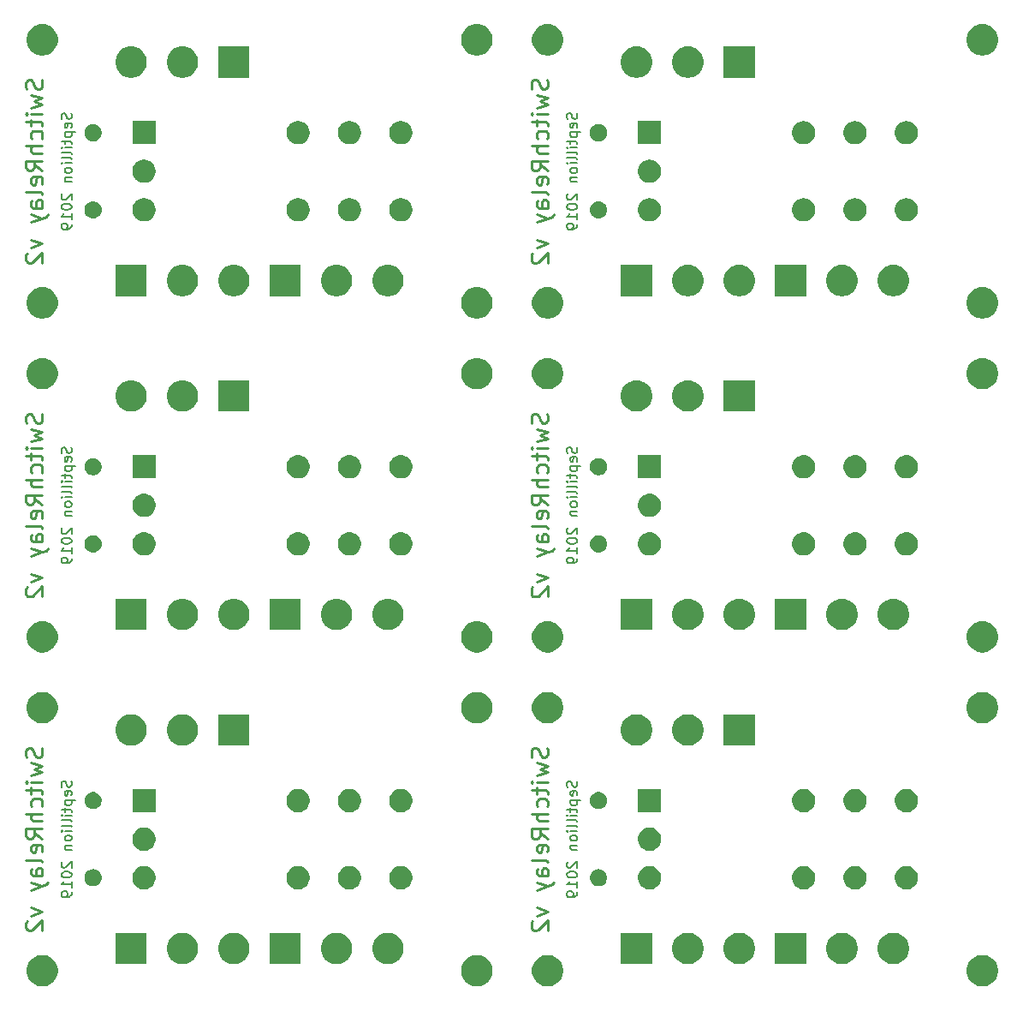
<source format=gbs>
G04 #@! TF.GenerationSoftware,KiCad,Pcbnew,(5.1.4)-1*
G04 #@! TF.CreationDate,2019-09-09T12:01:27+02:00*
G04 #@! TF.ProjectId,SwitchRelay_panel,53776974-6368-4526-956c-61795f70616e,1.0*
G04 #@! TF.SameCoordinates,Original*
G04 #@! TF.FileFunction,Soldermask,Bot*
G04 #@! TF.FilePolarity,Negative*
%FSLAX46Y46*%
G04 Gerber Fmt 4.6, Leading zero omitted, Abs format (unit mm)*
G04 Created by KiCad (PCBNEW (5.1.4)-1) date 2019-09-09 12:01:27*
%MOMM*%
%LPD*%
G04 APERTURE LIST*
%ADD10C,0.203200*%
%ADD11C,0.254000*%
%ADD12C,0.100000*%
G04 APERTURE END LIST*
D10*
X163571238Y-119676857D02*
X163619619Y-119822000D01*
X163619619Y-120063904D01*
X163571238Y-120160666D01*
X163522857Y-120209047D01*
X163426095Y-120257428D01*
X163329333Y-120257428D01*
X163232571Y-120209047D01*
X163184190Y-120160666D01*
X163135809Y-120063904D01*
X163087428Y-119870380D01*
X163039047Y-119773619D01*
X162990666Y-119725238D01*
X162893904Y-119676857D01*
X162797142Y-119676857D01*
X162700380Y-119725238D01*
X162652000Y-119773619D01*
X162603619Y-119870380D01*
X162603619Y-120112285D01*
X162652000Y-120257428D01*
X163571238Y-121079904D02*
X163619619Y-120983142D01*
X163619619Y-120789619D01*
X163571238Y-120692857D01*
X163474476Y-120644476D01*
X163087428Y-120644476D01*
X162990666Y-120692857D01*
X162942285Y-120789619D01*
X162942285Y-120983142D01*
X162990666Y-121079904D01*
X163087428Y-121128285D01*
X163184190Y-121128285D01*
X163280952Y-120644476D01*
X162942285Y-121563714D02*
X163958285Y-121563714D01*
X162990666Y-121563714D02*
X162942285Y-121660476D01*
X162942285Y-121854000D01*
X162990666Y-121950761D01*
X163039047Y-121999142D01*
X163135809Y-122047523D01*
X163426095Y-122047523D01*
X163522857Y-121999142D01*
X163571238Y-121950761D01*
X163619619Y-121854000D01*
X163619619Y-121660476D01*
X163571238Y-121563714D01*
X162942285Y-122337809D02*
X162942285Y-122724857D01*
X162603619Y-122482952D02*
X163474476Y-122482952D01*
X163571238Y-122531333D01*
X163619619Y-122628095D01*
X163619619Y-122724857D01*
X163619619Y-123063523D02*
X162942285Y-123063523D01*
X162603619Y-123063523D02*
X162652000Y-123015142D01*
X162700380Y-123063523D01*
X162652000Y-123111904D01*
X162603619Y-123063523D01*
X162700380Y-123063523D01*
X163619619Y-123692476D02*
X163571238Y-123595714D01*
X163474476Y-123547333D01*
X162603619Y-123547333D01*
X163619619Y-124224666D02*
X163571238Y-124127904D01*
X163474476Y-124079523D01*
X162603619Y-124079523D01*
X163619619Y-124611714D02*
X162942285Y-124611714D01*
X162603619Y-124611714D02*
X162652000Y-124563333D01*
X162700380Y-124611714D01*
X162652000Y-124660095D01*
X162603619Y-124611714D01*
X162700380Y-124611714D01*
X163619619Y-125240666D02*
X163571238Y-125143904D01*
X163522857Y-125095523D01*
X163426095Y-125047142D01*
X163135809Y-125047142D01*
X163039047Y-125095523D01*
X162990666Y-125143904D01*
X162942285Y-125240666D01*
X162942285Y-125385809D01*
X162990666Y-125482571D01*
X163039047Y-125530952D01*
X163135809Y-125579333D01*
X163426095Y-125579333D01*
X163522857Y-125530952D01*
X163571238Y-125482571D01*
X163619619Y-125385809D01*
X163619619Y-125240666D01*
X162942285Y-126014761D02*
X163619619Y-126014761D01*
X163039047Y-126014761D02*
X162990666Y-126063142D01*
X162942285Y-126159904D01*
X162942285Y-126305047D01*
X162990666Y-126401809D01*
X163087428Y-126450190D01*
X163619619Y-126450190D01*
X162700380Y-127659714D02*
X162652000Y-127708095D01*
X162603619Y-127804857D01*
X162603619Y-128046761D01*
X162652000Y-128143523D01*
X162700380Y-128191904D01*
X162797142Y-128240285D01*
X162893904Y-128240285D01*
X163039047Y-128191904D01*
X163619619Y-127611333D01*
X163619619Y-128240285D01*
X162603619Y-128869238D02*
X162603619Y-128966000D01*
X162652000Y-129062761D01*
X162700380Y-129111142D01*
X162797142Y-129159523D01*
X162990666Y-129207904D01*
X163232571Y-129207904D01*
X163426095Y-129159523D01*
X163522857Y-129111142D01*
X163571238Y-129062761D01*
X163619619Y-128966000D01*
X163619619Y-128869238D01*
X163571238Y-128772476D01*
X163522857Y-128724095D01*
X163426095Y-128675714D01*
X163232571Y-128627333D01*
X162990666Y-128627333D01*
X162797142Y-128675714D01*
X162700380Y-128724095D01*
X162652000Y-128772476D01*
X162603619Y-128869238D01*
X163619619Y-130175523D02*
X163619619Y-129594952D01*
X163619619Y-129885238D02*
X162603619Y-129885238D01*
X162748761Y-129788476D01*
X162845523Y-129691714D01*
X162893904Y-129594952D01*
X163619619Y-130659333D02*
X163619619Y-130852857D01*
X163571238Y-130949619D01*
X163522857Y-130998000D01*
X163377714Y-131094761D01*
X163184190Y-131143142D01*
X162797142Y-131143142D01*
X162700380Y-131094761D01*
X162652000Y-131046380D01*
X162603619Y-130949619D01*
X162603619Y-130756095D01*
X162652000Y-130659333D01*
X162700380Y-130610952D01*
X162797142Y-130562571D01*
X163039047Y-130562571D01*
X163135809Y-130610952D01*
X163184190Y-130659333D01*
X163232571Y-130756095D01*
X163232571Y-130949619D01*
X163184190Y-131046380D01*
X163135809Y-131094761D01*
X163039047Y-131143142D01*
D11*
X160653261Y-116368809D02*
X160731880Y-116604666D01*
X160731880Y-116997761D01*
X160653261Y-117155000D01*
X160574642Y-117233619D01*
X160417404Y-117312238D01*
X160260166Y-117312238D01*
X160102928Y-117233619D01*
X160024309Y-117155000D01*
X159945690Y-116997761D01*
X159867071Y-116683285D01*
X159788452Y-116526047D01*
X159709833Y-116447428D01*
X159552595Y-116368809D01*
X159395357Y-116368809D01*
X159238119Y-116447428D01*
X159159500Y-116526047D01*
X159080880Y-116683285D01*
X159080880Y-117076380D01*
X159159500Y-117312238D01*
X159631214Y-117862571D02*
X160731880Y-118177047D01*
X159945690Y-118491523D01*
X160731880Y-118806000D01*
X159631214Y-119120476D01*
X160731880Y-119749428D02*
X159631214Y-119749428D01*
X159080880Y-119749428D02*
X159159500Y-119670809D01*
X159238119Y-119749428D01*
X159159500Y-119828047D01*
X159080880Y-119749428D01*
X159238119Y-119749428D01*
X159631214Y-120299761D02*
X159631214Y-120928714D01*
X159080880Y-120535619D02*
X160496023Y-120535619D01*
X160653261Y-120614238D01*
X160731880Y-120771476D01*
X160731880Y-120928714D01*
X160653261Y-122186619D02*
X160731880Y-122029380D01*
X160731880Y-121714904D01*
X160653261Y-121557666D01*
X160574642Y-121479047D01*
X160417404Y-121400428D01*
X159945690Y-121400428D01*
X159788452Y-121479047D01*
X159709833Y-121557666D01*
X159631214Y-121714904D01*
X159631214Y-122029380D01*
X159709833Y-122186619D01*
X160731880Y-122894190D02*
X159080880Y-122894190D01*
X160731880Y-123601761D02*
X159867071Y-123601761D01*
X159709833Y-123523142D01*
X159631214Y-123365904D01*
X159631214Y-123130047D01*
X159709833Y-122972809D01*
X159788452Y-122894190D01*
X160731880Y-125331380D02*
X159945690Y-124781047D01*
X160731880Y-124387952D02*
X159080880Y-124387952D01*
X159080880Y-125016904D01*
X159159500Y-125174142D01*
X159238119Y-125252761D01*
X159395357Y-125331380D01*
X159631214Y-125331380D01*
X159788452Y-125252761D01*
X159867071Y-125174142D01*
X159945690Y-125016904D01*
X159945690Y-124387952D01*
X160653261Y-126667904D02*
X160731880Y-126510666D01*
X160731880Y-126196190D01*
X160653261Y-126038952D01*
X160496023Y-125960333D01*
X159867071Y-125960333D01*
X159709833Y-126038952D01*
X159631214Y-126196190D01*
X159631214Y-126510666D01*
X159709833Y-126667904D01*
X159867071Y-126746523D01*
X160024309Y-126746523D01*
X160181547Y-125960333D01*
X160731880Y-127689952D02*
X160653261Y-127532714D01*
X160496023Y-127454095D01*
X159080880Y-127454095D01*
X160731880Y-129026476D02*
X159867071Y-129026476D01*
X159709833Y-128947857D01*
X159631214Y-128790619D01*
X159631214Y-128476142D01*
X159709833Y-128318904D01*
X160653261Y-129026476D02*
X160731880Y-128869238D01*
X160731880Y-128476142D01*
X160653261Y-128318904D01*
X160496023Y-128240285D01*
X160338785Y-128240285D01*
X160181547Y-128318904D01*
X160102928Y-128476142D01*
X160102928Y-128869238D01*
X160024309Y-129026476D01*
X159631214Y-129655428D02*
X160731880Y-130048523D01*
X159631214Y-130441619D02*
X160731880Y-130048523D01*
X161124976Y-129891285D01*
X161203595Y-129812666D01*
X161282214Y-129655428D01*
X159631214Y-132171238D02*
X160731880Y-132564333D01*
X159631214Y-132957428D01*
X159238119Y-133507761D02*
X159159500Y-133586380D01*
X159080880Y-133743619D01*
X159080880Y-134136714D01*
X159159500Y-134293952D01*
X159238119Y-134372571D01*
X159395357Y-134451190D01*
X159552595Y-134451190D01*
X159788452Y-134372571D01*
X160731880Y-133429142D01*
X160731880Y-134451190D01*
D10*
X113571238Y-119676857D02*
X113619619Y-119822000D01*
X113619619Y-120063904D01*
X113571238Y-120160666D01*
X113522857Y-120209047D01*
X113426095Y-120257428D01*
X113329333Y-120257428D01*
X113232571Y-120209047D01*
X113184190Y-120160666D01*
X113135809Y-120063904D01*
X113087428Y-119870380D01*
X113039047Y-119773619D01*
X112990666Y-119725238D01*
X112893904Y-119676857D01*
X112797142Y-119676857D01*
X112700380Y-119725238D01*
X112652000Y-119773619D01*
X112603619Y-119870380D01*
X112603619Y-120112285D01*
X112652000Y-120257428D01*
X113571238Y-121079904D02*
X113619619Y-120983142D01*
X113619619Y-120789619D01*
X113571238Y-120692857D01*
X113474476Y-120644476D01*
X113087428Y-120644476D01*
X112990666Y-120692857D01*
X112942285Y-120789619D01*
X112942285Y-120983142D01*
X112990666Y-121079904D01*
X113087428Y-121128285D01*
X113184190Y-121128285D01*
X113280952Y-120644476D01*
X112942285Y-121563714D02*
X113958285Y-121563714D01*
X112990666Y-121563714D02*
X112942285Y-121660476D01*
X112942285Y-121854000D01*
X112990666Y-121950761D01*
X113039047Y-121999142D01*
X113135809Y-122047523D01*
X113426095Y-122047523D01*
X113522857Y-121999142D01*
X113571238Y-121950761D01*
X113619619Y-121854000D01*
X113619619Y-121660476D01*
X113571238Y-121563714D01*
X112942285Y-122337809D02*
X112942285Y-122724857D01*
X112603619Y-122482952D02*
X113474476Y-122482952D01*
X113571238Y-122531333D01*
X113619619Y-122628095D01*
X113619619Y-122724857D01*
X113619619Y-123063523D02*
X112942285Y-123063523D01*
X112603619Y-123063523D02*
X112652000Y-123015142D01*
X112700380Y-123063523D01*
X112652000Y-123111904D01*
X112603619Y-123063523D01*
X112700380Y-123063523D01*
X113619619Y-123692476D02*
X113571238Y-123595714D01*
X113474476Y-123547333D01*
X112603619Y-123547333D01*
X113619619Y-124224666D02*
X113571238Y-124127904D01*
X113474476Y-124079523D01*
X112603619Y-124079523D01*
X113619619Y-124611714D02*
X112942285Y-124611714D01*
X112603619Y-124611714D02*
X112652000Y-124563333D01*
X112700380Y-124611714D01*
X112652000Y-124660095D01*
X112603619Y-124611714D01*
X112700380Y-124611714D01*
X113619619Y-125240666D02*
X113571238Y-125143904D01*
X113522857Y-125095523D01*
X113426095Y-125047142D01*
X113135809Y-125047142D01*
X113039047Y-125095523D01*
X112990666Y-125143904D01*
X112942285Y-125240666D01*
X112942285Y-125385809D01*
X112990666Y-125482571D01*
X113039047Y-125530952D01*
X113135809Y-125579333D01*
X113426095Y-125579333D01*
X113522857Y-125530952D01*
X113571238Y-125482571D01*
X113619619Y-125385809D01*
X113619619Y-125240666D01*
X112942285Y-126014761D02*
X113619619Y-126014761D01*
X113039047Y-126014761D02*
X112990666Y-126063142D01*
X112942285Y-126159904D01*
X112942285Y-126305047D01*
X112990666Y-126401809D01*
X113087428Y-126450190D01*
X113619619Y-126450190D01*
X112700380Y-127659714D02*
X112652000Y-127708095D01*
X112603619Y-127804857D01*
X112603619Y-128046761D01*
X112652000Y-128143523D01*
X112700380Y-128191904D01*
X112797142Y-128240285D01*
X112893904Y-128240285D01*
X113039047Y-128191904D01*
X113619619Y-127611333D01*
X113619619Y-128240285D01*
X112603619Y-128869238D02*
X112603619Y-128966000D01*
X112652000Y-129062761D01*
X112700380Y-129111142D01*
X112797142Y-129159523D01*
X112990666Y-129207904D01*
X113232571Y-129207904D01*
X113426095Y-129159523D01*
X113522857Y-129111142D01*
X113571238Y-129062761D01*
X113619619Y-128966000D01*
X113619619Y-128869238D01*
X113571238Y-128772476D01*
X113522857Y-128724095D01*
X113426095Y-128675714D01*
X113232571Y-128627333D01*
X112990666Y-128627333D01*
X112797142Y-128675714D01*
X112700380Y-128724095D01*
X112652000Y-128772476D01*
X112603619Y-128869238D01*
X113619619Y-130175523D02*
X113619619Y-129594952D01*
X113619619Y-129885238D02*
X112603619Y-129885238D01*
X112748761Y-129788476D01*
X112845523Y-129691714D01*
X112893904Y-129594952D01*
X113619619Y-130659333D02*
X113619619Y-130852857D01*
X113571238Y-130949619D01*
X113522857Y-130998000D01*
X113377714Y-131094761D01*
X113184190Y-131143142D01*
X112797142Y-131143142D01*
X112700380Y-131094761D01*
X112652000Y-131046380D01*
X112603619Y-130949619D01*
X112603619Y-130756095D01*
X112652000Y-130659333D01*
X112700380Y-130610952D01*
X112797142Y-130562571D01*
X113039047Y-130562571D01*
X113135809Y-130610952D01*
X113184190Y-130659333D01*
X113232571Y-130756095D01*
X113232571Y-130949619D01*
X113184190Y-131046380D01*
X113135809Y-131094761D01*
X113039047Y-131143142D01*
D11*
X110653261Y-116368809D02*
X110731880Y-116604666D01*
X110731880Y-116997761D01*
X110653261Y-117155000D01*
X110574642Y-117233619D01*
X110417404Y-117312238D01*
X110260166Y-117312238D01*
X110102928Y-117233619D01*
X110024309Y-117155000D01*
X109945690Y-116997761D01*
X109867071Y-116683285D01*
X109788452Y-116526047D01*
X109709833Y-116447428D01*
X109552595Y-116368809D01*
X109395357Y-116368809D01*
X109238119Y-116447428D01*
X109159500Y-116526047D01*
X109080880Y-116683285D01*
X109080880Y-117076380D01*
X109159500Y-117312238D01*
X109631214Y-117862571D02*
X110731880Y-118177047D01*
X109945690Y-118491523D01*
X110731880Y-118806000D01*
X109631214Y-119120476D01*
X110731880Y-119749428D02*
X109631214Y-119749428D01*
X109080880Y-119749428D02*
X109159500Y-119670809D01*
X109238119Y-119749428D01*
X109159500Y-119828047D01*
X109080880Y-119749428D01*
X109238119Y-119749428D01*
X109631214Y-120299761D02*
X109631214Y-120928714D01*
X109080880Y-120535619D02*
X110496023Y-120535619D01*
X110653261Y-120614238D01*
X110731880Y-120771476D01*
X110731880Y-120928714D01*
X110653261Y-122186619D02*
X110731880Y-122029380D01*
X110731880Y-121714904D01*
X110653261Y-121557666D01*
X110574642Y-121479047D01*
X110417404Y-121400428D01*
X109945690Y-121400428D01*
X109788452Y-121479047D01*
X109709833Y-121557666D01*
X109631214Y-121714904D01*
X109631214Y-122029380D01*
X109709833Y-122186619D01*
X110731880Y-122894190D02*
X109080880Y-122894190D01*
X110731880Y-123601761D02*
X109867071Y-123601761D01*
X109709833Y-123523142D01*
X109631214Y-123365904D01*
X109631214Y-123130047D01*
X109709833Y-122972809D01*
X109788452Y-122894190D01*
X110731880Y-125331380D02*
X109945690Y-124781047D01*
X110731880Y-124387952D02*
X109080880Y-124387952D01*
X109080880Y-125016904D01*
X109159500Y-125174142D01*
X109238119Y-125252761D01*
X109395357Y-125331380D01*
X109631214Y-125331380D01*
X109788452Y-125252761D01*
X109867071Y-125174142D01*
X109945690Y-125016904D01*
X109945690Y-124387952D01*
X110653261Y-126667904D02*
X110731880Y-126510666D01*
X110731880Y-126196190D01*
X110653261Y-126038952D01*
X110496023Y-125960333D01*
X109867071Y-125960333D01*
X109709833Y-126038952D01*
X109631214Y-126196190D01*
X109631214Y-126510666D01*
X109709833Y-126667904D01*
X109867071Y-126746523D01*
X110024309Y-126746523D01*
X110181547Y-125960333D01*
X110731880Y-127689952D02*
X110653261Y-127532714D01*
X110496023Y-127454095D01*
X109080880Y-127454095D01*
X110731880Y-129026476D02*
X109867071Y-129026476D01*
X109709833Y-128947857D01*
X109631214Y-128790619D01*
X109631214Y-128476142D01*
X109709833Y-128318904D01*
X110653261Y-129026476D02*
X110731880Y-128869238D01*
X110731880Y-128476142D01*
X110653261Y-128318904D01*
X110496023Y-128240285D01*
X110338785Y-128240285D01*
X110181547Y-128318904D01*
X110102928Y-128476142D01*
X110102928Y-128869238D01*
X110024309Y-129026476D01*
X109631214Y-129655428D02*
X110731880Y-130048523D01*
X109631214Y-130441619D02*
X110731880Y-130048523D01*
X111124976Y-129891285D01*
X111203595Y-129812666D01*
X111282214Y-129655428D01*
X109631214Y-132171238D02*
X110731880Y-132564333D01*
X109631214Y-132957428D01*
X109238119Y-133507761D02*
X109159500Y-133586380D01*
X109080880Y-133743619D01*
X109080880Y-134136714D01*
X109159500Y-134293952D01*
X109238119Y-134372571D01*
X109395357Y-134451190D01*
X109552595Y-134451190D01*
X109788452Y-134372571D01*
X110731880Y-133429142D01*
X110731880Y-134451190D01*
X160653261Y-83368809D02*
X160731880Y-83604666D01*
X160731880Y-83997761D01*
X160653261Y-84155000D01*
X160574642Y-84233619D01*
X160417404Y-84312238D01*
X160260166Y-84312238D01*
X160102928Y-84233619D01*
X160024309Y-84155000D01*
X159945690Y-83997761D01*
X159867071Y-83683285D01*
X159788452Y-83526047D01*
X159709833Y-83447428D01*
X159552595Y-83368809D01*
X159395357Y-83368809D01*
X159238119Y-83447428D01*
X159159500Y-83526047D01*
X159080880Y-83683285D01*
X159080880Y-84076380D01*
X159159500Y-84312238D01*
X159631214Y-84862571D02*
X160731880Y-85177047D01*
X159945690Y-85491523D01*
X160731880Y-85806000D01*
X159631214Y-86120476D01*
X160731880Y-86749428D02*
X159631214Y-86749428D01*
X159080880Y-86749428D02*
X159159500Y-86670809D01*
X159238119Y-86749428D01*
X159159500Y-86828047D01*
X159080880Y-86749428D01*
X159238119Y-86749428D01*
X159631214Y-87299761D02*
X159631214Y-87928714D01*
X159080880Y-87535619D02*
X160496023Y-87535619D01*
X160653261Y-87614238D01*
X160731880Y-87771476D01*
X160731880Y-87928714D01*
X160653261Y-89186619D02*
X160731880Y-89029380D01*
X160731880Y-88714904D01*
X160653261Y-88557666D01*
X160574642Y-88479047D01*
X160417404Y-88400428D01*
X159945690Y-88400428D01*
X159788452Y-88479047D01*
X159709833Y-88557666D01*
X159631214Y-88714904D01*
X159631214Y-89029380D01*
X159709833Y-89186619D01*
X160731880Y-89894190D02*
X159080880Y-89894190D01*
X160731880Y-90601761D02*
X159867071Y-90601761D01*
X159709833Y-90523142D01*
X159631214Y-90365904D01*
X159631214Y-90130047D01*
X159709833Y-89972809D01*
X159788452Y-89894190D01*
X160731880Y-92331380D02*
X159945690Y-91781047D01*
X160731880Y-91387952D02*
X159080880Y-91387952D01*
X159080880Y-92016904D01*
X159159500Y-92174142D01*
X159238119Y-92252761D01*
X159395357Y-92331380D01*
X159631214Y-92331380D01*
X159788452Y-92252761D01*
X159867071Y-92174142D01*
X159945690Y-92016904D01*
X159945690Y-91387952D01*
X160653261Y-93667904D02*
X160731880Y-93510666D01*
X160731880Y-93196190D01*
X160653261Y-93038952D01*
X160496023Y-92960333D01*
X159867071Y-92960333D01*
X159709833Y-93038952D01*
X159631214Y-93196190D01*
X159631214Y-93510666D01*
X159709833Y-93667904D01*
X159867071Y-93746523D01*
X160024309Y-93746523D01*
X160181547Y-92960333D01*
X160731880Y-94689952D02*
X160653261Y-94532714D01*
X160496023Y-94454095D01*
X159080880Y-94454095D01*
X160731880Y-96026476D02*
X159867071Y-96026476D01*
X159709833Y-95947857D01*
X159631214Y-95790619D01*
X159631214Y-95476142D01*
X159709833Y-95318904D01*
X160653261Y-96026476D02*
X160731880Y-95869238D01*
X160731880Y-95476142D01*
X160653261Y-95318904D01*
X160496023Y-95240285D01*
X160338785Y-95240285D01*
X160181547Y-95318904D01*
X160102928Y-95476142D01*
X160102928Y-95869238D01*
X160024309Y-96026476D01*
X159631214Y-96655428D02*
X160731880Y-97048523D01*
X159631214Y-97441619D02*
X160731880Y-97048523D01*
X161124976Y-96891285D01*
X161203595Y-96812666D01*
X161282214Y-96655428D01*
X159631214Y-99171238D02*
X160731880Y-99564333D01*
X159631214Y-99957428D01*
X159238119Y-100507761D02*
X159159500Y-100586380D01*
X159080880Y-100743619D01*
X159080880Y-101136714D01*
X159159500Y-101293952D01*
X159238119Y-101372571D01*
X159395357Y-101451190D01*
X159552595Y-101451190D01*
X159788452Y-101372571D01*
X160731880Y-100429142D01*
X160731880Y-101451190D01*
D10*
X163571238Y-86676857D02*
X163619619Y-86822000D01*
X163619619Y-87063904D01*
X163571238Y-87160666D01*
X163522857Y-87209047D01*
X163426095Y-87257428D01*
X163329333Y-87257428D01*
X163232571Y-87209047D01*
X163184190Y-87160666D01*
X163135809Y-87063904D01*
X163087428Y-86870380D01*
X163039047Y-86773619D01*
X162990666Y-86725238D01*
X162893904Y-86676857D01*
X162797142Y-86676857D01*
X162700380Y-86725238D01*
X162652000Y-86773619D01*
X162603619Y-86870380D01*
X162603619Y-87112285D01*
X162652000Y-87257428D01*
X163571238Y-88079904D02*
X163619619Y-87983142D01*
X163619619Y-87789619D01*
X163571238Y-87692857D01*
X163474476Y-87644476D01*
X163087428Y-87644476D01*
X162990666Y-87692857D01*
X162942285Y-87789619D01*
X162942285Y-87983142D01*
X162990666Y-88079904D01*
X163087428Y-88128285D01*
X163184190Y-88128285D01*
X163280952Y-87644476D01*
X162942285Y-88563714D02*
X163958285Y-88563714D01*
X162990666Y-88563714D02*
X162942285Y-88660476D01*
X162942285Y-88854000D01*
X162990666Y-88950761D01*
X163039047Y-88999142D01*
X163135809Y-89047523D01*
X163426095Y-89047523D01*
X163522857Y-88999142D01*
X163571238Y-88950761D01*
X163619619Y-88854000D01*
X163619619Y-88660476D01*
X163571238Y-88563714D01*
X162942285Y-89337809D02*
X162942285Y-89724857D01*
X162603619Y-89482952D02*
X163474476Y-89482952D01*
X163571238Y-89531333D01*
X163619619Y-89628095D01*
X163619619Y-89724857D01*
X163619619Y-90063523D02*
X162942285Y-90063523D01*
X162603619Y-90063523D02*
X162652000Y-90015142D01*
X162700380Y-90063523D01*
X162652000Y-90111904D01*
X162603619Y-90063523D01*
X162700380Y-90063523D01*
X163619619Y-90692476D02*
X163571238Y-90595714D01*
X163474476Y-90547333D01*
X162603619Y-90547333D01*
X163619619Y-91224666D02*
X163571238Y-91127904D01*
X163474476Y-91079523D01*
X162603619Y-91079523D01*
X163619619Y-91611714D02*
X162942285Y-91611714D01*
X162603619Y-91611714D02*
X162652000Y-91563333D01*
X162700380Y-91611714D01*
X162652000Y-91660095D01*
X162603619Y-91611714D01*
X162700380Y-91611714D01*
X163619619Y-92240666D02*
X163571238Y-92143904D01*
X163522857Y-92095523D01*
X163426095Y-92047142D01*
X163135809Y-92047142D01*
X163039047Y-92095523D01*
X162990666Y-92143904D01*
X162942285Y-92240666D01*
X162942285Y-92385809D01*
X162990666Y-92482571D01*
X163039047Y-92530952D01*
X163135809Y-92579333D01*
X163426095Y-92579333D01*
X163522857Y-92530952D01*
X163571238Y-92482571D01*
X163619619Y-92385809D01*
X163619619Y-92240666D01*
X162942285Y-93014761D02*
X163619619Y-93014761D01*
X163039047Y-93014761D02*
X162990666Y-93063142D01*
X162942285Y-93159904D01*
X162942285Y-93305047D01*
X162990666Y-93401809D01*
X163087428Y-93450190D01*
X163619619Y-93450190D01*
X162700380Y-94659714D02*
X162652000Y-94708095D01*
X162603619Y-94804857D01*
X162603619Y-95046761D01*
X162652000Y-95143523D01*
X162700380Y-95191904D01*
X162797142Y-95240285D01*
X162893904Y-95240285D01*
X163039047Y-95191904D01*
X163619619Y-94611333D01*
X163619619Y-95240285D01*
X162603619Y-95869238D02*
X162603619Y-95966000D01*
X162652000Y-96062761D01*
X162700380Y-96111142D01*
X162797142Y-96159523D01*
X162990666Y-96207904D01*
X163232571Y-96207904D01*
X163426095Y-96159523D01*
X163522857Y-96111142D01*
X163571238Y-96062761D01*
X163619619Y-95966000D01*
X163619619Y-95869238D01*
X163571238Y-95772476D01*
X163522857Y-95724095D01*
X163426095Y-95675714D01*
X163232571Y-95627333D01*
X162990666Y-95627333D01*
X162797142Y-95675714D01*
X162700380Y-95724095D01*
X162652000Y-95772476D01*
X162603619Y-95869238D01*
X163619619Y-97175523D02*
X163619619Y-96594952D01*
X163619619Y-96885238D02*
X162603619Y-96885238D01*
X162748761Y-96788476D01*
X162845523Y-96691714D01*
X162893904Y-96594952D01*
X163619619Y-97659333D02*
X163619619Y-97852857D01*
X163571238Y-97949619D01*
X163522857Y-97998000D01*
X163377714Y-98094761D01*
X163184190Y-98143142D01*
X162797142Y-98143142D01*
X162700380Y-98094761D01*
X162652000Y-98046380D01*
X162603619Y-97949619D01*
X162603619Y-97756095D01*
X162652000Y-97659333D01*
X162700380Y-97610952D01*
X162797142Y-97562571D01*
X163039047Y-97562571D01*
X163135809Y-97610952D01*
X163184190Y-97659333D01*
X163232571Y-97756095D01*
X163232571Y-97949619D01*
X163184190Y-98046380D01*
X163135809Y-98094761D01*
X163039047Y-98143142D01*
D11*
X110653261Y-83368809D02*
X110731880Y-83604666D01*
X110731880Y-83997761D01*
X110653261Y-84155000D01*
X110574642Y-84233619D01*
X110417404Y-84312238D01*
X110260166Y-84312238D01*
X110102928Y-84233619D01*
X110024309Y-84155000D01*
X109945690Y-83997761D01*
X109867071Y-83683285D01*
X109788452Y-83526047D01*
X109709833Y-83447428D01*
X109552595Y-83368809D01*
X109395357Y-83368809D01*
X109238119Y-83447428D01*
X109159500Y-83526047D01*
X109080880Y-83683285D01*
X109080880Y-84076380D01*
X109159500Y-84312238D01*
X109631214Y-84862571D02*
X110731880Y-85177047D01*
X109945690Y-85491523D01*
X110731880Y-85806000D01*
X109631214Y-86120476D01*
X110731880Y-86749428D02*
X109631214Y-86749428D01*
X109080880Y-86749428D02*
X109159500Y-86670809D01*
X109238119Y-86749428D01*
X109159500Y-86828047D01*
X109080880Y-86749428D01*
X109238119Y-86749428D01*
X109631214Y-87299761D02*
X109631214Y-87928714D01*
X109080880Y-87535619D02*
X110496023Y-87535619D01*
X110653261Y-87614238D01*
X110731880Y-87771476D01*
X110731880Y-87928714D01*
X110653261Y-89186619D02*
X110731880Y-89029380D01*
X110731880Y-88714904D01*
X110653261Y-88557666D01*
X110574642Y-88479047D01*
X110417404Y-88400428D01*
X109945690Y-88400428D01*
X109788452Y-88479047D01*
X109709833Y-88557666D01*
X109631214Y-88714904D01*
X109631214Y-89029380D01*
X109709833Y-89186619D01*
X110731880Y-89894190D02*
X109080880Y-89894190D01*
X110731880Y-90601761D02*
X109867071Y-90601761D01*
X109709833Y-90523142D01*
X109631214Y-90365904D01*
X109631214Y-90130047D01*
X109709833Y-89972809D01*
X109788452Y-89894190D01*
X110731880Y-92331380D02*
X109945690Y-91781047D01*
X110731880Y-91387952D02*
X109080880Y-91387952D01*
X109080880Y-92016904D01*
X109159500Y-92174142D01*
X109238119Y-92252761D01*
X109395357Y-92331380D01*
X109631214Y-92331380D01*
X109788452Y-92252761D01*
X109867071Y-92174142D01*
X109945690Y-92016904D01*
X109945690Y-91387952D01*
X110653261Y-93667904D02*
X110731880Y-93510666D01*
X110731880Y-93196190D01*
X110653261Y-93038952D01*
X110496023Y-92960333D01*
X109867071Y-92960333D01*
X109709833Y-93038952D01*
X109631214Y-93196190D01*
X109631214Y-93510666D01*
X109709833Y-93667904D01*
X109867071Y-93746523D01*
X110024309Y-93746523D01*
X110181547Y-92960333D01*
X110731880Y-94689952D02*
X110653261Y-94532714D01*
X110496023Y-94454095D01*
X109080880Y-94454095D01*
X110731880Y-96026476D02*
X109867071Y-96026476D01*
X109709833Y-95947857D01*
X109631214Y-95790619D01*
X109631214Y-95476142D01*
X109709833Y-95318904D01*
X110653261Y-96026476D02*
X110731880Y-95869238D01*
X110731880Y-95476142D01*
X110653261Y-95318904D01*
X110496023Y-95240285D01*
X110338785Y-95240285D01*
X110181547Y-95318904D01*
X110102928Y-95476142D01*
X110102928Y-95869238D01*
X110024309Y-96026476D01*
X109631214Y-96655428D02*
X110731880Y-97048523D01*
X109631214Y-97441619D02*
X110731880Y-97048523D01*
X111124976Y-96891285D01*
X111203595Y-96812666D01*
X111282214Y-96655428D01*
X109631214Y-99171238D02*
X110731880Y-99564333D01*
X109631214Y-99957428D01*
X109238119Y-100507761D02*
X109159500Y-100586380D01*
X109080880Y-100743619D01*
X109080880Y-101136714D01*
X109159500Y-101293952D01*
X109238119Y-101372571D01*
X109395357Y-101451190D01*
X109552595Y-101451190D01*
X109788452Y-101372571D01*
X110731880Y-100429142D01*
X110731880Y-101451190D01*
D10*
X113571238Y-86676857D02*
X113619619Y-86822000D01*
X113619619Y-87063904D01*
X113571238Y-87160666D01*
X113522857Y-87209047D01*
X113426095Y-87257428D01*
X113329333Y-87257428D01*
X113232571Y-87209047D01*
X113184190Y-87160666D01*
X113135809Y-87063904D01*
X113087428Y-86870380D01*
X113039047Y-86773619D01*
X112990666Y-86725238D01*
X112893904Y-86676857D01*
X112797142Y-86676857D01*
X112700380Y-86725238D01*
X112652000Y-86773619D01*
X112603619Y-86870380D01*
X112603619Y-87112285D01*
X112652000Y-87257428D01*
X113571238Y-88079904D02*
X113619619Y-87983142D01*
X113619619Y-87789619D01*
X113571238Y-87692857D01*
X113474476Y-87644476D01*
X113087428Y-87644476D01*
X112990666Y-87692857D01*
X112942285Y-87789619D01*
X112942285Y-87983142D01*
X112990666Y-88079904D01*
X113087428Y-88128285D01*
X113184190Y-88128285D01*
X113280952Y-87644476D01*
X112942285Y-88563714D02*
X113958285Y-88563714D01*
X112990666Y-88563714D02*
X112942285Y-88660476D01*
X112942285Y-88854000D01*
X112990666Y-88950761D01*
X113039047Y-88999142D01*
X113135809Y-89047523D01*
X113426095Y-89047523D01*
X113522857Y-88999142D01*
X113571238Y-88950761D01*
X113619619Y-88854000D01*
X113619619Y-88660476D01*
X113571238Y-88563714D01*
X112942285Y-89337809D02*
X112942285Y-89724857D01*
X112603619Y-89482952D02*
X113474476Y-89482952D01*
X113571238Y-89531333D01*
X113619619Y-89628095D01*
X113619619Y-89724857D01*
X113619619Y-90063523D02*
X112942285Y-90063523D01*
X112603619Y-90063523D02*
X112652000Y-90015142D01*
X112700380Y-90063523D01*
X112652000Y-90111904D01*
X112603619Y-90063523D01*
X112700380Y-90063523D01*
X113619619Y-90692476D02*
X113571238Y-90595714D01*
X113474476Y-90547333D01*
X112603619Y-90547333D01*
X113619619Y-91224666D02*
X113571238Y-91127904D01*
X113474476Y-91079523D01*
X112603619Y-91079523D01*
X113619619Y-91611714D02*
X112942285Y-91611714D01*
X112603619Y-91611714D02*
X112652000Y-91563333D01*
X112700380Y-91611714D01*
X112652000Y-91660095D01*
X112603619Y-91611714D01*
X112700380Y-91611714D01*
X113619619Y-92240666D02*
X113571238Y-92143904D01*
X113522857Y-92095523D01*
X113426095Y-92047142D01*
X113135809Y-92047142D01*
X113039047Y-92095523D01*
X112990666Y-92143904D01*
X112942285Y-92240666D01*
X112942285Y-92385809D01*
X112990666Y-92482571D01*
X113039047Y-92530952D01*
X113135809Y-92579333D01*
X113426095Y-92579333D01*
X113522857Y-92530952D01*
X113571238Y-92482571D01*
X113619619Y-92385809D01*
X113619619Y-92240666D01*
X112942285Y-93014761D02*
X113619619Y-93014761D01*
X113039047Y-93014761D02*
X112990666Y-93063142D01*
X112942285Y-93159904D01*
X112942285Y-93305047D01*
X112990666Y-93401809D01*
X113087428Y-93450190D01*
X113619619Y-93450190D01*
X112700380Y-94659714D02*
X112652000Y-94708095D01*
X112603619Y-94804857D01*
X112603619Y-95046761D01*
X112652000Y-95143523D01*
X112700380Y-95191904D01*
X112797142Y-95240285D01*
X112893904Y-95240285D01*
X113039047Y-95191904D01*
X113619619Y-94611333D01*
X113619619Y-95240285D01*
X112603619Y-95869238D02*
X112603619Y-95966000D01*
X112652000Y-96062761D01*
X112700380Y-96111142D01*
X112797142Y-96159523D01*
X112990666Y-96207904D01*
X113232571Y-96207904D01*
X113426095Y-96159523D01*
X113522857Y-96111142D01*
X113571238Y-96062761D01*
X113619619Y-95966000D01*
X113619619Y-95869238D01*
X113571238Y-95772476D01*
X113522857Y-95724095D01*
X113426095Y-95675714D01*
X113232571Y-95627333D01*
X112990666Y-95627333D01*
X112797142Y-95675714D01*
X112700380Y-95724095D01*
X112652000Y-95772476D01*
X112603619Y-95869238D01*
X113619619Y-97175523D02*
X113619619Y-96594952D01*
X113619619Y-96885238D02*
X112603619Y-96885238D01*
X112748761Y-96788476D01*
X112845523Y-96691714D01*
X112893904Y-96594952D01*
X113619619Y-97659333D02*
X113619619Y-97852857D01*
X113571238Y-97949619D01*
X113522857Y-97998000D01*
X113377714Y-98094761D01*
X113184190Y-98143142D01*
X112797142Y-98143142D01*
X112700380Y-98094761D01*
X112652000Y-98046380D01*
X112603619Y-97949619D01*
X112603619Y-97756095D01*
X112652000Y-97659333D01*
X112700380Y-97610952D01*
X112797142Y-97562571D01*
X113039047Y-97562571D01*
X113135809Y-97610952D01*
X113184190Y-97659333D01*
X113232571Y-97756095D01*
X113232571Y-97949619D01*
X113184190Y-98046380D01*
X113135809Y-98094761D01*
X113039047Y-98143142D01*
X163571238Y-53676857D02*
X163619619Y-53822000D01*
X163619619Y-54063904D01*
X163571238Y-54160666D01*
X163522857Y-54209047D01*
X163426095Y-54257428D01*
X163329333Y-54257428D01*
X163232571Y-54209047D01*
X163184190Y-54160666D01*
X163135809Y-54063904D01*
X163087428Y-53870380D01*
X163039047Y-53773619D01*
X162990666Y-53725238D01*
X162893904Y-53676857D01*
X162797142Y-53676857D01*
X162700380Y-53725238D01*
X162652000Y-53773619D01*
X162603619Y-53870380D01*
X162603619Y-54112285D01*
X162652000Y-54257428D01*
X163571238Y-55079904D02*
X163619619Y-54983142D01*
X163619619Y-54789619D01*
X163571238Y-54692857D01*
X163474476Y-54644476D01*
X163087428Y-54644476D01*
X162990666Y-54692857D01*
X162942285Y-54789619D01*
X162942285Y-54983142D01*
X162990666Y-55079904D01*
X163087428Y-55128285D01*
X163184190Y-55128285D01*
X163280952Y-54644476D01*
X162942285Y-55563714D02*
X163958285Y-55563714D01*
X162990666Y-55563714D02*
X162942285Y-55660476D01*
X162942285Y-55854000D01*
X162990666Y-55950761D01*
X163039047Y-55999142D01*
X163135809Y-56047523D01*
X163426095Y-56047523D01*
X163522857Y-55999142D01*
X163571238Y-55950761D01*
X163619619Y-55854000D01*
X163619619Y-55660476D01*
X163571238Y-55563714D01*
X162942285Y-56337809D02*
X162942285Y-56724857D01*
X162603619Y-56482952D02*
X163474476Y-56482952D01*
X163571238Y-56531333D01*
X163619619Y-56628095D01*
X163619619Y-56724857D01*
X163619619Y-57063523D02*
X162942285Y-57063523D01*
X162603619Y-57063523D02*
X162652000Y-57015142D01*
X162700380Y-57063523D01*
X162652000Y-57111904D01*
X162603619Y-57063523D01*
X162700380Y-57063523D01*
X163619619Y-57692476D02*
X163571238Y-57595714D01*
X163474476Y-57547333D01*
X162603619Y-57547333D01*
X163619619Y-58224666D02*
X163571238Y-58127904D01*
X163474476Y-58079523D01*
X162603619Y-58079523D01*
X163619619Y-58611714D02*
X162942285Y-58611714D01*
X162603619Y-58611714D02*
X162652000Y-58563333D01*
X162700380Y-58611714D01*
X162652000Y-58660095D01*
X162603619Y-58611714D01*
X162700380Y-58611714D01*
X163619619Y-59240666D02*
X163571238Y-59143904D01*
X163522857Y-59095523D01*
X163426095Y-59047142D01*
X163135809Y-59047142D01*
X163039047Y-59095523D01*
X162990666Y-59143904D01*
X162942285Y-59240666D01*
X162942285Y-59385809D01*
X162990666Y-59482571D01*
X163039047Y-59530952D01*
X163135809Y-59579333D01*
X163426095Y-59579333D01*
X163522857Y-59530952D01*
X163571238Y-59482571D01*
X163619619Y-59385809D01*
X163619619Y-59240666D01*
X162942285Y-60014761D02*
X163619619Y-60014761D01*
X163039047Y-60014761D02*
X162990666Y-60063142D01*
X162942285Y-60159904D01*
X162942285Y-60305047D01*
X162990666Y-60401809D01*
X163087428Y-60450190D01*
X163619619Y-60450190D01*
X162700380Y-61659714D02*
X162652000Y-61708095D01*
X162603619Y-61804857D01*
X162603619Y-62046761D01*
X162652000Y-62143523D01*
X162700380Y-62191904D01*
X162797142Y-62240285D01*
X162893904Y-62240285D01*
X163039047Y-62191904D01*
X163619619Y-61611333D01*
X163619619Y-62240285D01*
X162603619Y-62869238D02*
X162603619Y-62966000D01*
X162652000Y-63062761D01*
X162700380Y-63111142D01*
X162797142Y-63159523D01*
X162990666Y-63207904D01*
X163232571Y-63207904D01*
X163426095Y-63159523D01*
X163522857Y-63111142D01*
X163571238Y-63062761D01*
X163619619Y-62966000D01*
X163619619Y-62869238D01*
X163571238Y-62772476D01*
X163522857Y-62724095D01*
X163426095Y-62675714D01*
X163232571Y-62627333D01*
X162990666Y-62627333D01*
X162797142Y-62675714D01*
X162700380Y-62724095D01*
X162652000Y-62772476D01*
X162603619Y-62869238D01*
X163619619Y-64175523D02*
X163619619Y-63594952D01*
X163619619Y-63885238D02*
X162603619Y-63885238D01*
X162748761Y-63788476D01*
X162845523Y-63691714D01*
X162893904Y-63594952D01*
X163619619Y-64659333D02*
X163619619Y-64852857D01*
X163571238Y-64949619D01*
X163522857Y-64998000D01*
X163377714Y-65094761D01*
X163184190Y-65143142D01*
X162797142Y-65143142D01*
X162700380Y-65094761D01*
X162652000Y-65046380D01*
X162603619Y-64949619D01*
X162603619Y-64756095D01*
X162652000Y-64659333D01*
X162700380Y-64610952D01*
X162797142Y-64562571D01*
X163039047Y-64562571D01*
X163135809Y-64610952D01*
X163184190Y-64659333D01*
X163232571Y-64756095D01*
X163232571Y-64949619D01*
X163184190Y-65046380D01*
X163135809Y-65094761D01*
X163039047Y-65143142D01*
D11*
X160653261Y-50368809D02*
X160731880Y-50604666D01*
X160731880Y-50997761D01*
X160653261Y-51155000D01*
X160574642Y-51233619D01*
X160417404Y-51312238D01*
X160260166Y-51312238D01*
X160102928Y-51233619D01*
X160024309Y-51155000D01*
X159945690Y-50997761D01*
X159867071Y-50683285D01*
X159788452Y-50526047D01*
X159709833Y-50447428D01*
X159552595Y-50368809D01*
X159395357Y-50368809D01*
X159238119Y-50447428D01*
X159159500Y-50526047D01*
X159080880Y-50683285D01*
X159080880Y-51076380D01*
X159159500Y-51312238D01*
X159631214Y-51862571D02*
X160731880Y-52177047D01*
X159945690Y-52491523D01*
X160731880Y-52806000D01*
X159631214Y-53120476D01*
X160731880Y-53749428D02*
X159631214Y-53749428D01*
X159080880Y-53749428D02*
X159159500Y-53670809D01*
X159238119Y-53749428D01*
X159159500Y-53828047D01*
X159080880Y-53749428D01*
X159238119Y-53749428D01*
X159631214Y-54299761D02*
X159631214Y-54928714D01*
X159080880Y-54535619D02*
X160496023Y-54535619D01*
X160653261Y-54614238D01*
X160731880Y-54771476D01*
X160731880Y-54928714D01*
X160653261Y-56186619D02*
X160731880Y-56029380D01*
X160731880Y-55714904D01*
X160653261Y-55557666D01*
X160574642Y-55479047D01*
X160417404Y-55400428D01*
X159945690Y-55400428D01*
X159788452Y-55479047D01*
X159709833Y-55557666D01*
X159631214Y-55714904D01*
X159631214Y-56029380D01*
X159709833Y-56186619D01*
X160731880Y-56894190D02*
X159080880Y-56894190D01*
X160731880Y-57601761D02*
X159867071Y-57601761D01*
X159709833Y-57523142D01*
X159631214Y-57365904D01*
X159631214Y-57130047D01*
X159709833Y-56972809D01*
X159788452Y-56894190D01*
X160731880Y-59331380D02*
X159945690Y-58781047D01*
X160731880Y-58387952D02*
X159080880Y-58387952D01*
X159080880Y-59016904D01*
X159159500Y-59174142D01*
X159238119Y-59252761D01*
X159395357Y-59331380D01*
X159631214Y-59331380D01*
X159788452Y-59252761D01*
X159867071Y-59174142D01*
X159945690Y-59016904D01*
X159945690Y-58387952D01*
X160653261Y-60667904D02*
X160731880Y-60510666D01*
X160731880Y-60196190D01*
X160653261Y-60038952D01*
X160496023Y-59960333D01*
X159867071Y-59960333D01*
X159709833Y-60038952D01*
X159631214Y-60196190D01*
X159631214Y-60510666D01*
X159709833Y-60667904D01*
X159867071Y-60746523D01*
X160024309Y-60746523D01*
X160181547Y-59960333D01*
X160731880Y-61689952D02*
X160653261Y-61532714D01*
X160496023Y-61454095D01*
X159080880Y-61454095D01*
X160731880Y-63026476D02*
X159867071Y-63026476D01*
X159709833Y-62947857D01*
X159631214Y-62790619D01*
X159631214Y-62476142D01*
X159709833Y-62318904D01*
X160653261Y-63026476D02*
X160731880Y-62869238D01*
X160731880Y-62476142D01*
X160653261Y-62318904D01*
X160496023Y-62240285D01*
X160338785Y-62240285D01*
X160181547Y-62318904D01*
X160102928Y-62476142D01*
X160102928Y-62869238D01*
X160024309Y-63026476D01*
X159631214Y-63655428D02*
X160731880Y-64048523D01*
X159631214Y-64441619D02*
X160731880Y-64048523D01*
X161124976Y-63891285D01*
X161203595Y-63812666D01*
X161282214Y-63655428D01*
X159631214Y-66171238D02*
X160731880Y-66564333D01*
X159631214Y-66957428D01*
X159238119Y-67507761D02*
X159159500Y-67586380D01*
X159080880Y-67743619D01*
X159080880Y-68136714D01*
X159159500Y-68293952D01*
X159238119Y-68372571D01*
X159395357Y-68451190D01*
X159552595Y-68451190D01*
X159788452Y-68372571D01*
X160731880Y-67429142D01*
X160731880Y-68451190D01*
D10*
X113571238Y-53676857D02*
X113619619Y-53822000D01*
X113619619Y-54063904D01*
X113571238Y-54160666D01*
X113522857Y-54209047D01*
X113426095Y-54257428D01*
X113329333Y-54257428D01*
X113232571Y-54209047D01*
X113184190Y-54160666D01*
X113135809Y-54063904D01*
X113087428Y-53870380D01*
X113039047Y-53773619D01*
X112990666Y-53725238D01*
X112893904Y-53676857D01*
X112797142Y-53676857D01*
X112700380Y-53725238D01*
X112652000Y-53773619D01*
X112603619Y-53870380D01*
X112603619Y-54112285D01*
X112652000Y-54257428D01*
X113571238Y-55079904D02*
X113619619Y-54983142D01*
X113619619Y-54789619D01*
X113571238Y-54692857D01*
X113474476Y-54644476D01*
X113087428Y-54644476D01*
X112990666Y-54692857D01*
X112942285Y-54789619D01*
X112942285Y-54983142D01*
X112990666Y-55079904D01*
X113087428Y-55128285D01*
X113184190Y-55128285D01*
X113280952Y-54644476D01*
X112942285Y-55563714D02*
X113958285Y-55563714D01*
X112990666Y-55563714D02*
X112942285Y-55660476D01*
X112942285Y-55854000D01*
X112990666Y-55950761D01*
X113039047Y-55999142D01*
X113135809Y-56047523D01*
X113426095Y-56047523D01*
X113522857Y-55999142D01*
X113571238Y-55950761D01*
X113619619Y-55854000D01*
X113619619Y-55660476D01*
X113571238Y-55563714D01*
X112942285Y-56337809D02*
X112942285Y-56724857D01*
X112603619Y-56482952D02*
X113474476Y-56482952D01*
X113571238Y-56531333D01*
X113619619Y-56628095D01*
X113619619Y-56724857D01*
X113619619Y-57063523D02*
X112942285Y-57063523D01*
X112603619Y-57063523D02*
X112652000Y-57015142D01*
X112700380Y-57063523D01*
X112652000Y-57111904D01*
X112603619Y-57063523D01*
X112700380Y-57063523D01*
X113619619Y-57692476D02*
X113571238Y-57595714D01*
X113474476Y-57547333D01*
X112603619Y-57547333D01*
X113619619Y-58224666D02*
X113571238Y-58127904D01*
X113474476Y-58079523D01*
X112603619Y-58079523D01*
X113619619Y-58611714D02*
X112942285Y-58611714D01*
X112603619Y-58611714D02*
X112652000Y-58563333D01*
X112700380Y-58611714D01*
X112652000Y-58660095D01*
X112603619Y-58611714D01*
X112700380Y-58611714D01*
X113619619Y-59240666D02*
X113571238Y-59143904D01*
X113522857Y-59095523D01*
X113426095Y-59047142D01*
X113135809Y-59047142D01*
X113039047Y-59095523D01*
X112990666Y-59143904D01*
X112942285Y-59240666D01*
X112942285Y-59385809D01*
X112990666Y-59482571D01*
X113039047Y-59530952D01*
X113135809Y-59579333D01*
X113426095Y-59579333D01*
X113522857Y-59530952D01*
X113571238Y-59482571D01*
X113619619Y-59385809D01*
X113619619Y-59240666D01*
X112942285Y-60014761D02*
X113619619Y-60014761D01*
X113039047Y-60014761D02*
X112990666Y-60063142D01*
X112942285Y-60159904D01*
X112942285Y-60305047D01*
X112990666Y-60401809D01*
X113087428Y-60450190D01*
X113619619Y-60450190D01*
X112700380Y-61659714D02*
X112652000Y-61708095D01*
X112603619Y-61804857D01*
X112603619Y-62046761D01*
X112652000Y-62143523D01*
X112700380Y-62191904D01*
X112797142Y-62240285D01*
X112893904Y-62240285D01*
X113039047Y-62191904D01*
X113619619Y-61611333D01*
X113619619Y-62240285D01*
X112603619Y-62869238D02*
X112603619Y-62966000D01*
X112652000Y-63062761D01*
X112700380Y-63111142D01*
X112797142Y-63159523D01*
X112990666Y-63207904D01*
X113232571Y-63207904D01*
X113426095Y-63159523D01*
X113522857Y-63111142D01*
X113571238Y-63062761D01*
X113619619Y-62966000D01*
X113619619Y-62869238D01*
X113571238Y-62772476D01*
X113522857Y-62724095D01*
X113426095Y-62675714D01*
X113232571Y-62627333D01*
X112990666Y-62627333D01*
X112797142Y-62675714D01*
X112700380Y-62724095D01*
X112652000Y-62772476D01*
X112603619Y-62869238D01*
X113619619Y-64175523D02*
X113619619Y-63594952D01*
X113619619Y-63885238D02*
X112603619Y-63885238D01*
X112748761Y-63788476D01*
X112845523Y-63691714D01*
X112893904Y-63594952D01*
X113619619Y-64659333D02*
X113619619Y-64852857D01*
X113571238Y-64949619D01*
X113522857Y-64998000D01*
X113377714Y-65094761D01*
X113184190Y-65143142D01*
X112797142Y-65143142D01*
X112700380Y-65094761D01*
X112652000Y-65046380D01*
X112603619Y-64949619D01*
X112603619Y-64756095D01*
X112652000Y-64659333D01*
X112700380Y-64610952D01*
X112797142Y-64562571D01*
X113039047Y-64562571D01*
X113135809Y-64610952D01*
X113184190Y-64659333D01*
X113232571Y-64756095D01*
X113232571Y-64949619D01*
X113184190Y-65046380D01*
X113135809Y-65094761D01*
X113039047Y-65143142D01*
D11*
X110653261Y-50368809D02*
X110731880Y-50604666D01*
X110731880Y-50997761D01*
X110653261Y-51155000D01*
X110574642Y-51233619D01*
X110417404Y-51312238D01*
X110260166Y-51312238D01*
X110102928Y-51233619D01*
X110024309Y-51155000D01*
X109945690Y-50997761D01*
X109867071Y-50683285D01*
X109788452Y-50526047D01*
X109709833Y-50447428D01*
X109552595Y-50368809D01*
X109395357Y-50368809D01*
X109238119Y-50447428D01*
X109159500Y-50526047D01*
X109080880Y-50683285D01*
X109080880Y-51076380D01*
X109159500Y-51312238D01*
X109631214Y-51862571D02*
X110731880Y-52177047D01*
X109945690Y-52491523D01*
X110731880Y-52806000D01*
X109631214Y-53120476D01*
X110731880Y-53749428D02*
X109631214Y-53749428D01*
X109080880Y-53749428D02*
X109159500Y-53670809D01*
X109238119Y-53749428D01*
X109159500Y-53828047D01*
X109080880Y-53749428D01*
X109238119Y-53749428D01*
X109631214Y-54299761D02*
X109631214Y-54928714D01*
X109080880Y-54535619D02*
X110496023Y-54535619D01*
X110653261Y-54614238D01*
X110731880Y-54771476D01*
X110731880Y-54928714D01*
X110653261Y-56186619D02*
X110731880Y-56029380D01*
X110731880Y-55714904D01*
X110653261Y-55557666D01*
X110574642Y-55479047D01*
X110417404Y-55400428D01*
X109945690Y-55400428D01*
X109788452Y-55479047D01*
X109709833Y-55557666D01*
X109631214Y-55714904D01*
X109631214Y-56029380D01*
X109709833Y-56186619D01*
X110731880Y-56894190D02*
X109080880Y-56894190D01*
X110731880Y-57601761D02*
X109867071Y-57601761D01*
X109709833Y-57523142D01*
X109631214Y-57365904D01*
X109631214Y-57130047D01*
X109709833Y-56972809D01*
X109788452Y-56894190D01*
X110731880Y-59331380D02*
X109945690Y-58781047D01*
X110731880Y-58387952D02*
X109080880Y-58387952D01*
X109080880Y-59016904D01*
X109159500Y-59174142D01*
X109238119Y-59252761D01*
X109395357Y-59331380D01*
X109631214Y-59331380D01*
X109788452Y-59252761D01*
X109867071Y-59174142D01*
X109945690Y-59016904D01*
X109945690Y-58387952D01*
X110653261Y-60667904D02*
X110731880Y-60510666D01*
X110731880Y-60196190D01*
X110653261Y-60038952D01*
X110496023Y-59960333D01*
X109867071Y-59960333D01*
X109709833Y-60038952D01*
X109631214Y-60196190D01*
X109631214Y-60510666D01*
X109709833Y-60667904D01*
X109867071Y-60746523D01*
X110024309Y-60746523D01*
X110181547Y-59960333D01*
X110731880Y-61689952D02*
X110653261Y-61532714D01*
X110496023Y-61454095D01*
X109080880Y-61454095D01*
X110731880Y-63026476D02*
X109867071Y-63026476D01*
X109709833Y-62947857D01*
X109631214Y-62790619D01*
X109631214Y-62476142D01*
X109709833Y-62318904D01*
X110653261Y-63026476D02*
X110731880Y-62869238D01*
X110731880Y-62476142D01*
X110653261Y-62318904D01*
X110496023Y-62240285D01*
X110338785Y-62240285D01*
X110181547Y-62318904D01*
X110102928Y-62476142D01*
X110102928Y-62869238D01*
X110024309Y-63026476D01*
X109631214Y-63655428D02*
X110731880Y-64048523D01*
X109631214Y-64441619D02*
X110731880Y-64048523D01*
X111124976Y-63891285D01*
X111203595Y-63812666D01*
X111282214Y-63655428D01*
X109631214Y-66171238D02*
X110731880Y-66564333D01*
X109631214Y-66957428D01*
X109238119Y-67507761D02*
X109159500Y-67586380D01*
X109080880Y-67743619D01*
X109080880Y-68136714D01*
X109159500Y-68293952D01*
X109238119Y-68372571D01*
X109395357Y-68451190D01*
X109552595Y-68451190D01*
X109788452Y-68372571D01*
X110731880Y-67429142D01*
X110731880Y-68451190D01*
D12*
G36*
X204012585Y-136888802D02*
G01*
X204162410Y-136918604D01*
X204444674Y-137035521D01*
X204698705Y-137205259D01*
X204914741Y-137421295D01*
X205084479Y-137675326D01*
X205201396Y-137957590D01*
X205261000Y-138257240D01*
X205261000Y-138562760D01*
X205201396Y-138862410D01*
X205084479Y-139144674D01*
X204914741Y-139398705D01*
X204698705Y-139614741D01*
X204444674Y-139784479D01*
X204162410Y-139901396D01*
X204012585Y-139931198D01*
X203862761Y-139961000D01*
X203557239Y-139961000D01*
X203407415Y-139931198D01*
X203257590Y-139901396D01*
X202975326Y-139784479D01*
X202721295Y-139614741D01*
X202505259Y-139398705D01*
X202335521Y-139144674D01*
X202218604Y-138862410D01*
X202159000Y-138562760D01*
X202159000Y-138257240D01*
X202218604Y-137957590D01*
X202335521Y-137675326D01*
X202505259Y-137421295D01*
X202721295Y-137205259D01*
X202975326Y-137035521D01*
X203257590Y-136918604D01*
X203407415Y-136888802D01*
X203557239Y-136859000D01*
X203862761Y-136859000D01*
X204012585Y-136888802D01*
X204012585Y-136888802D01*
G37*
G36*
X161012585Y-136888802D02*
G01*
X161162410Y-136918604D01*
X161444674Y-137035521D01*
X161698705Y-137205259D01*
X161914741Y-137421295D01*
X162084479Y-137675326D01*
X162201396Y-137957590D01*
X162261000Y-138257240D01*
X162261000Y-138562760D01*
X162201396Y-138862410D01*
X162084479Y-139144674D01*
X161914741Y-139398705D01*
X161698705Y-139614741D01*
X161444674Y-139784479D01*
X161162410Y-139901396D01*
X161012585Y-139931198D01*
X160862761Y-139961000D01*
X160557239Y-139961000D01*
X160407415Y-139931198D01*
X160257590Y-139901396D01*
X159975326Y-139784479D01*
X159721295Y-139614741D01*
X159505259Y-139398705D01*
X159335521Y-139144674D01*
X159218604Y-138862410D01*
X159159000Y-138562760D01*
X159159000Y-138257240D01*
X159218604Y-137957590D01*
X159335521Y-137675326D01*
X159505259Y-137421295D01*
X159721295Y-137205259D01*
X159975326Y-137035521D01*
X160257590Y-136918604D01*
X160407415Y-136888802D01*
X160557239Y-136859000D01*
X160862761Y-136859000D01*
X161012585Y-136888802D01*
X161012585Y-136888802D01*
G37*
G36*
X154012585Y-136888802D02*
G01*
X154162410Y-136918604D01*
X154444674Y-137035521D01*
X154698705Y-137205259D01*
X154914741Y-137421295D01*
X155084479Y-137675326D01*
X155201396Y-137957590D01*
X155261000Y-138257240D01*
X155261000Y-138562760D01*
X155201396Y-138862410D01*
X155084479Y-139144674D01*
X154914741Y-139398705D01*
X154698705Y-139614741D01*
X154444674Y-139784479D01*
X154162410Y-139901396D01*
X154012585Y-139931198D01*
X153862761Y-139961000D01*
X153557239Y-139961000D01*
X153407415Y-139931198D01*
X153257590Y-139901396D01*
X152975326Y-139784479D01*
X152721295Y-139614741D01*
X152505259Y-139398705D01*
X152335521Y-139144674D01*
X152218604Y-138862410D01*
X152159000Y-138562760D01*
X152159000Y-138257240D01*
X152218604Y-137957590D01*
X152335521Y-137675326D01*
X152505259Y-137421295D01*
X152721295Y-137205259D01*
X152975326Y-137035521D01*
X153257590Y-136918604D01*
X153407415Y-136888802D01*
X153557239Y-136859000D01*
X153862761Y-136859000D01*
X154012585Y-136888802D01*
X154012585Y-136888802D01*
G37*
G36*
X111012585Y-136888802D02*
G01*
X111162410Y-136918604D01*
X111444674Y-137035521D01*
X111698705Y-137205259D01*
X111914741Y-137421295D01*
X112084479Y-137675326D01*
X112201396Y-137957590D01*
X112261000Y-138257240D01*
X112261000Y-138562760D01*
X112201396Y-138862410D01*
X112084479Y-139144674D01*
X111914741Y-139398705D01*
X111698705Y-139614741D01*
X111444674Y-139784479D01*
X111162410Y-139901396D01*
X111012585Y-139931198D01*
X110862761Y-139961000D01*
X110557239Y-139961000D01*
X110407415Y-139931198D01*
X110257590Y-139901396D01*
X109975326Y-139784479D01*
X109721295Y-139614741D01*
X109505259Y-139398705D01*
X109335521Y-139144674D01*
X109218604Y-138862410D01*
X109159000Y-138562760D01*
X109159000Y-138257240D01*
X109218604Y-137957590D01*
X109335521Y-137675326D01*
X109505259Y-137421295D01*
X109721295Y-137205259D01*
X109975326Y-137035521D01*
X110257590Y-136918604D01*
X110407415Y-136888802D01*
X110557239Y-136859000D01*
X110862761Y-136859000D01*
X111012585Y-136888802D01*
X111012585Y-136888802D01*
G37*
G36*
X179972585Y-134683802D02*
G01*
X180122410Y-134713604D01*
X180404674Y-134830521D01*
X180658705Y-135000259D01*
X180874741Y-135216295D01*
X181044479Y-135470326D01*
X181161396Y-135752590D01*
X181221000Y-136052240D01*
X181221000Y-136357760D01*
X181161396Y-136657410D01*
X181044479Y-136939674D01*
X180874741Y-137193705D01*
X180658705Y-137409741D01*
X180404674Y-137579479D01*
X180122410Y-137696396D01*
X179972585Y-137726198D01*
X179822761Y-137756000D01*
X179517239Y-137756000D01*
X179367415Y-137726198D01*
X179217590Y-137696396D01*
X178935326Y-137579479D01*
X178681295Y-137409741D01*
X178465259Y-137193705D01*
X178295521Y-136939674D01*
X178178604Y-136657410D01*
X178119000Y-136357760D01*
X178119000Y-136052240D01*
X178178604Y-135752590D01*
X178295521Y-135470326D01*
X178465259Y-135216295D01*
X178681295Y-135000259D01*
X178935326Y-134830521D01*
X179217590Y-134713604D01*
X179367415Y-134683802D01*
X179517239Y-134654000D01*
X179822761Y-134654000D01*
X179972585Y-134683802D01*
X179972585Y-134683802D01*
G37*
G36*
X145212585Y-134683802D02*
G01*
X145362410Y-134713604D01*
X145644674Y-134830521D01*
X145898705Y-135000259D01*
X146114741Y-135216295D01*
X146284479Y-135470326D01*
X146401396Y-135752590D01*
X146461000Y-136052240D01*
X146461000Y-136357760D01*
X146401396Y-136657410D01*
X146284479Y-136939674D01*
X146114741Y-137193705D01*
X145898705Y-137409741D01*
X145644674Y-137579479D01*
X145362410Y-137696396D01*
X145212585Y-137726198D01*
X145062761Y-137756000D01*
X144757239Y-137756000D01*
X144607415Y-137726198D01*
X144457590Y-137696396D01*
X144175326Y-137579479D01*
X143921295Y-137409741D01*
X143705259Y-137193705D01*
X143535521Y-136939674D01*
X143418604Y-136657410D01*
X143359000Y-136357760D01*
X143359000Y-136052240D01*
X143418604Y-135752590D01*
X143535521Y-135470326D01*
X143705259Y-135216295D01*
X143921295Y-135000259D01*
X144175326Y-134830521D01*
X144457590Y-134713604D01*
X144607415Y-134683802D01*
X144757239Y-134654000D01*
X145062761Y-134654000D01*
X145212585Y-134683802D01*
X145212585Y-134683802D01*
G37*
G36*
X140132585Y-134683802D02*
G01*
X140282410Y-134713604D01*
X140564674Y-134830521D01*
X140818705Y-135000259D01*
X141034741Y-135216295D01*
X141204479Y-135470326D01*
X141321396Y-135752590D01*
X141381000Y-136052240D01*
X141381000Y-136357760D01*
X141321396Y-136657410D01*
X141204479Y-136939674D01*
X141034741Y-137193705D01*
X140818705Y-137409741D01*
X140564674Y-137579479D01*
X140282410Y-137696396D01*
X140132585Y-137726198D01*
X139982761Y-137756000D01*
X139677239Y-137756000D01*
X139527415Y-137726198D01*
X139377590Y-137696396D01*
X139095326Y-137579479D01*
X138841295Y-137409741D01*
X138625259Y-137193705D01*
X138455521Y-136939674D01*
X138338604Y-136657410D01*
X138279000Y-136357760D01*
X138279000Y-136052240D01*
X138338604Y-135752590D01*
X138455521Y-135470326D01*
X138625259Y-135216295D01*
X138841295Y-135000259D01*
X139095326Y-134830521D01*
X139377590Y-134713604D01*
X139527415Y-134683802D01*
X139677239Y-134654000D01*
X139982761Y-134654000D01*
X140132585Y-134683802D01*
X140132585Y-134683802D01*
G37*
G36*
X136301000Y-137756000D02*
G01*
X133199000Y-137756000D01*
X133199000Y-134654000D01*
X136301000Y-134654000D01*
X136301000Y-137756000D01*
X136301000Y-137756000D01*
G37*
G36*
X171061000Y-137756000D02*
G01*
X167959000Y-137756000D01*
X167959000Y-134654000D01*
X171061000Y-134654000D01*
X171061000Y-137756000D01*
X171061000Y-137756000D01*
G37*
G36*
X174892585Y-134683802D02*
G01*
X175042410Y-134713604D01*
X175324674Y-134830521D01*
X175578705Y-135000259D01*
X175794741Y-135216295D01*
X175964479Y-135470326D01*
X176081396Y-135752590D01*
X176141000Y-136052240D01*
X176141000Y-136357760D01*
X176081396Y-136657410D01*
X175964479Y-136939674D01*
X175794741Y-137193705D01*
X175578705Y-137409741D01*
X175324674Y-137579479D01*
X175042410Y-137696396D01*
X174892585Y-137726198D01*
X174742761Y-137756000D01*
X174437239Y-137756000D01*
X174287415Y-137726198D01*
X174137590Y-137696396D01*
X173855326Y-137579479D01*
X173601295Y-137409741D01*
X173385259Y-137193705D01*
X173215521Y-136939674D01*
X173098604Y-136657410D01*
X173039000Y-136357760D01*
X173039000Y-136052240D01*
X173098604Y-135752590D01*
X173215521Y-135470326D01*
X173385259Y-135216295D01*
X173601295Y-135000259D01*
X173855326Y-134830521D01*
X174137590Y-134713604D01*
X174287415Y-134683802D01*
X174437239Y-134654000D01*
X174742761Y-134654000D01*
X174892585Y-134683802D01*
X174892585Y-134683802D01*
G37*
G36*
X186301000Y-137756000D02*
G01*
X183199000Y-137756000D01*
X183199000Y-134654000D01*
X186301000Y-134654000D01*
X186301000Y-137756000D01*
X186301000Y-137756000D01*
G37*
G36*
X190132585Y-134683802D02*
G01*
X190282410Y-134713604D01*
X190564674Y-134830521D01*
X190818705Y-135000259D01*
X191034741Y-135216295D01*
X191204479Y-135470326D01*
X191321396Y-135752590D01*
X191381000Y-136052240D01*
X191381000Y-136357760D01*
X191321396Y-136657410D01*
X191204479Y-136939674D01*
X191034741Y-137193705D01*
X190818705Y-137409741D01*
X190564674Y-137579479D01*
X190282410Y-137696396D01*
X190132585Y-137726198D01*
X189982761Y-137756000D01*
X189677239Y-137756000D01*
X189527415Y-137726198D01*
X189377590Y-137696396D01*
X189095326Y-137579479D01*
X188841295Y-137409741D01*
X188625259Y-137193705D01*
X188455521Y-136939674D01*
X188338604Y-136657410D01*
X188279000Y-136357760D01*
X188279000Y-136052240D01*
X188338604Y-135752590D01*
X188455521Y-135470326D01*
X188625259Y-135216295D01*
X188841295Y-135000259D01*
X189095326Y-134830521D01*
X189377590Y-134713604D01*
X189527415Y-134683802D01*
X189677239Y-134654000D01*
X189982761Y-134654000D01*
X190132585Y-134683802D01*
X190132585Y-134683802D01*
G37*
G36*
X195212585Y-134683802D02*
G01*
X195362410Y-134713604D01*
X195644674Y-134830521D01*
X195898705Y-135000259D01*
X196114741Y-135216295D01*
X196284479Y-135470326D01*
X196401396Y-135752590D01*
X196461000Y-136052240D01*
X196461000Y-136357760D01*
X196401396Y-136657410D01*
X196284479Y-136939674D01*
X196114741Y-137193705D01*
X195898705Y-137409741D01*
X195644674Y-137579479D01*
X195362410Y-137696396D01*
X195212585Y-137726198D01*
X195062761Y-137756000D01*
X194757239Y-137756000D01*
X194607415Y-137726198D01*
X194457590Y-137696396D01*
X194175326Y-137579479D01*
X193921295Y-137409741D01*
X193705259Y-137193705D01*
X193535521Y-136939674D01*
X193418604Y-136657410D01*
X193359000Y-136357760D01*
X193359000Y-136052240D01*
X193418604Y-135752590D01*
X193535521Y-135470326D01*
X193705259Y-135216295D01*
X193921295Y-135000259D01*
X194175326Y-134830521D01*
X194457590Y-134713604D01*
X194607415Y-134683802D01*
X194757239Y-134654000D01*
X195062761Y-134654000D01*
X195212585Y-134683802D01*
X195212585Y-134683802D01*
G37*
G36*
X129972585Y-134683802D02*
G01*
X130122410Y-134713604D01*
X130404674Y-134830521D01*
X130658705Y-135000259D01*
X130874741Y-135216295D01*
X131044479Y-135470326D01*
X131161396Y-135752590D01*
X131221000Y-136052240D01*
X131221000Y-136357760D01*
X131161396Y-136657410D01*
X131044479Y-136939674D01*
X130874741Y-137193705D01*
X130658705Y-137409741D01*
X130404674Y-137579479D01*
X130122410Y-137696396D01*
X129972585Y-137726198D01*
X129822761Y-137756000D01*
X129517239Y-137756000D01*
X129367415Y-137726198D01*
X129217590Y-137696396D01*
X128935326Y-137579479D01*
X128681295Y-137409741D01*
X128465259Y-137193705D01*
X128295521Y-136939674D01*
X128178604Y-136657410D01*
X128119000Y-136357760D01*
X128119000Y-136052240D01*
X128178604Y-135752590D01*
X128295521Y-135470326D01*
X128465259Y-135216295D01*
X128681295Y-135000259D01*
X128935326Y-134830521D01*
X129217590Y-134713604D01*
X129367415Y-134683802D01*
X129517239Y-134654000D01*
X129822761Y-134654000D01*
X129972585Y-134683802D01*
X129972585Y-134683802D01*
G37*
G36*
X124892585Y-134683802D02*
G01*
X125042410Y-134713604D01*
X125324674Y-134830521D01*
X125578705Y-135000259D01*
X125794741Y-135216295D01*
X125964479Y-135470326D01*
X126081396Y-135752590D01*
X126141000Y-136052240D01*
X126141000Y-136357760D01*
X126081396Y-136657410D01*
X125964479Y-136939674D01*
X125794741Y-137193705D01*
X125578705Y-137409741D01*
X125324674Y-137579479D01*
X125042410Y-137696396D01*
X124892585Y-137726198D01*
X124742761Y-137756000D01*
X124437239Y-137756000D01*
X124287415Y-137726198D01*
X124137590Y-137696396D01*
X123855326Y-137579479D01*
X123601295Y-137409741D01*
X123385259Y-137193705D01*
X123215521Y-136939674D01*
X123098604Y-136657410D01*
X123039000Y-136357760D01*
X123039000Y-136052240D01*
X123098604Y-135752590D01*
X123215521Y-135470326D01*
X123385259Y-135216295D01*
X123601295Y-135000259D01*
X123855326Y-134830521D01*
X124137590Y-134713604D01*
X124287415Y-134683802D01*
X124437239Y-134654000D01*
X124742761Y-134654000D01*
X124892585Y-134683802D01*
X124892585Y-134683802D01*
G37*
G36*
X121061000Y-137756000D02*
G01*
X117959000Y-137756000D01*
X117959000Y-134654000D01*
X121061000Y-134654000D01*
X121061000Y-137756000D01*
X121061000Y-137756000D01*
G37*
G36*
X146404549Y-128091116D02*
G01*
X146515734Y-128113232D01*
X146725203Y-128199997D01*
X146913720Y-128325960D01*
X147074040Y-128486280D01*
X147200003Y-128674797D01*
X147286768Y-128884266D01*
X147331000Y-129106636D01*
X147331000Y-129333364D01*
X147286768Y-129555734D01*
X147200003Y-129765203D01*
X147074040Y-129953720D01*
X146913720Y-130114040D01*
X146725203Y-130240003D01*
X146515734Y-130326768D01*
X146404549Y-130348884D01*
X146293365Y-130371000D01*
X146066635Y-130371000D01*
X145955451Y-130348884D01*
X145844266Y-130326768D01*
X145634797Y-130240003D01*
X145446280Y-130114040D01*
X145285960Y-129953720D01*
X145159997Y-129765203D01*
X145073232Y-129555734D01*
X145029000Y-129333364D01*
X145029000Y-129106636D01*
X145073232Y-128884266D01*
X145159997Y-128674797D01*
X145285960Y-128486280D01*
X145446280Y-128325960D01*
X145634797Y-128199997D01*
X145844266Y-128113232D01*
X145955451Y-128091116D01*
X146066635Y-128069000D01*
X146293365Y-128069000D01*
X146404549Y-128091116D01*
X146404549Y-128091116D01*
G37*
G36*
X141324549Y-128091116D02*
G01*
X141435734Y-128113232D01*
X141645203Y-128199997D01*
X141833720Y-128325960D01*
X141994040Y-128486280D01*
X142120003Y-128674797D01*
X142206768Y-128884266D01*
X142251000Y-129106636D01*
X142251000Y-129333364D01*
X142206768Y-129555734D01*
X142120003Y-129765203D01*
X141994040Y-129953720D01*
X141833720Y-130114040D01*
X141645203Y-130240003D01*
X141435734Y-130326768D01*
X141324549Y-130348884D01*
X141213365Y-130371000D01*
X140986635Y-130371000D01*
X140875451Y-130348884D01*
X140764266Y-130326768D01*
X140554797Y-130240003D01*
X140366280Y-130114040D01*
X140205960Y-129953720D01*
X140079997Y-129765203D01*
X139993232Y-129555734D01*
X139949000Y-129333364D01*
X139949000Y-129106636D01*
X139993232Y-128884266D01*
X140079997Y-128674797D01*
X140205960Y-128486280D01*
X140366280Y-128325960D01*
X140554797Y-128199997D01*
X140764266Y-128113232D01*
X140875451Y-128091116D01*
X140986635Y-128069000D01*
X141213365Y-128069000D01*
X141324549Y-128091116D01*
X141324549Y-128091116D01*
G37*
G36*
X136244549Y-128091116D02*
G01*
X136355734Y-128113232D01*
X136565203Y-128199997D01*
X136753720Y-128325960D01*
X136914040Y-128486280D01*
X137040003Y-128674797D01*
X137126768Y-128884266D01*
X137171000Y-129106636D01*
X137171000Y-129333364D01*
X137126768Y-129555734D01*
X137040003Y-129765203D01*
X136914040Y-129953720D01*
X136753720Y-130114040D01*
X136565203Y-130240003D01*
X136355734Y-130326768D01*
X136244549Y-130348884D01*
X136133365Y-130371000D01*
X135906635Y-130371000D01*
X135795451Y-130348884D01*
X135684266Y-130326768D01*
X135474797Y-130240003D01*
X135286280Y-130114040D01*
X135125960Y-129953720D01*
X134999997Y-129765203D01*
X134913232Y-129555734D01*
X134869000Y-129333364D01*
X134869000Y-129106636D01*
X134913232Y-128884266D01*
X134999997Y-128674797D01*
X135125960Y-128486280D01*
X135286280Y-128325960D01*
X135474797Y-128199997D01*
X135684266Y-128113232D01*
X135795451Y-128091116D01*
X135906635Y-128069000D01*
X136133365Y-128069000D01*
X136244549Y-128091116D01*
X136244549Y-128091116D01*
G37*
G36*
X191324549Y-128091116D02*
G01*
X191435734Y-128113232D01*
X191645203Y-128199997D01*
X191833720Y-128325960D01*
X191994040Y-128486280D01*
X192120003Y-128674797D01*
X192206768Y-128884266D01*
X192251000Y-129106636D01*
X192251000Y-129333364D01*
X192206768Y-129555734D01*
X192120003Y-129765203D01*
X191994040Y-129953720D01*
X191833720Y-130114040D01*
X191645203Y-130240003D01*
X191435734Y-130326768D01*
X191324549Y-130348884D01*
X191213365Y-130371000D01*
X190986635Y-130371000D01*
X190875451Y-130348884D01*
X190764266Y-130326768D01*
X190554797Y-130240003D01*
X190366280Y-130114040D01*
X190205960Y-129953720D01*
X190079997Y-129765203D01*
X189993232Y-129555734D01*
X189949000Y-129333364D01*
X189949000Y-129106636D01*
X189993232Y-128884266D01*
X190079997Y-128674797D01*
X190205960Y-128486280D01*
X190366280Y-128325960D01*
X190554797Y-128199997D01*
X190764266Y-128113232D01*
X190875451Y-128091116D01*
X190986635Y-128069000D01*
X191213365Y-128069000D01*
X191324549Y-128091116D01*
X191324549Y-128091116D01*
G37*
G36*
X171004549Y-128091116D02*
G01*
X171115734Y-128113232D01*
X171325203Y-128199997D01*
X171513720Y-128325960D01*
X171674040Y-128486280D01*
X171800003Y-128674797D01*
X171886768Y-128884266D01*
X171931000Y-129106636D01*
X171931000Y-129333364D01*
X171886768Y-129555734D01*
X171800003Y-129765203D01*
X171674040Y-129953720D01*
X171513720Y-130114040D01*
X171325203Y-130240003D01*
X171115734Y-130326768D01*
X171004549Y-130348884D01*
X170893365Y-130371000D01*
X170666635Y-130371000D01*
X170555451Y-130348884D01*
X170444266Y-130326768D01*
X170234797Y-130240003D01*
X170046280Y-130114040D01*
X169885960Y-129953720D01*
X169759997Y-129765203D01*
X169673232Y-129555734D01*
X169629000Y-129333364D01*
X169629000Y-129106636D01*
X169673232Y-128884266D01*
X169759997Y-128674797D01*
X169885960Y-128486280D01*
X170046280Y-128325960D01*
X170234797Y-128199997D01*
X170444266Y-128113232D01*
X170555451Y-128091116D01*
X170666635Y-128069000D01*
X170893365Y-128069000D01*
X171004549Y-128091116D01*
X171004549Y-128091116D01*
G37*
G36*
X186244549Y-128091116D02*
G01*
X186355734Y-128113232D01*
X186565203Y-128199997D01*
X186753720Y-128325960D01*
X186914040Y-128486280D01*
X187040003Y-128674797D01*
X187126768Y-128884266D01*
X187171000Y-129106636D01*
X187171000Y-129333364D01*
X187126768Y-129555734D01*
X187040003Y-129765203D01*
X186914040Y-129953720D01*
X186753720Y-130114040D01*
X186565203Y-130240003D01*
X186355734Y-130326768D01*
X186244549Y-130348884D01*
X186133365Y-130371000D01*
X185906635Y-130371000D01*
X185795451Y-130348884D01*
X185684266Y-130326768D01*
X185474797Y-130240003D01*
X185286280Y-130114040D01*
X185125960Y-129953720D01*
X184999997Y-129765203D01*
X184913232Y-129555734D01*
X184869000Y-129333364D01*
X184869000Y-129106636D01*
X184913232Y-128884266D01*
X184999997Y-128674797D01*
X185125960Y-128486280D01*
X185286280Y-128325960D01*
X185474797Y-128199997D01*
X185684266Y-128113232D01*
X185795451Y-128091116D01*
X185906635Y-128069000D01*
X186133365Y-128069000D01*
X186244549Y-128091116D01*
X186244549Y-128091116D01*
G37*
G36*
X196404549Y-128091116D02*
G01*
X196515734Y-128113232D01*
X196725203Y-128199997D01*
X196913720Y-128325960D01*
X197074040Y-128486280D01*
X197200003Y-128674797D01*
X197286768Y-128884266D01*
X197331000Y-129106636D01*
X197331000Y-129333364D01*
X197286768Y-129555734D01*
X197200003Y-129765203D01*
X197074040Y-129953720D01*
X196913720Y-130114040D01*
X196725203Y-130240003D01*
X196515734Y-130326768D01*
X196404549Y-130348884D01*
X196293365Y-130371000D01*
X196066635Y-130371000D01*
X195955451Y-130348884D01*
X195844266Y-130326768D01*
X195634797Y-130240003D01*
X195446280Y-130114040D01*
X195285960Y-129953720D01*
X195159997Y-129765203D01*
X195073232Y-129555734D01*
X195029000Y-129333364D01*
X195029000Y-129106636D01*
X195073232Y-128884266D01*
X195159997Y-128674797D01*
X195285960Y-128486280D01*
X195446280Y-128325960D01*
X195634797Y-128199997D01*
X195844266Y-128113232D01*
X195955451Y-128091116D01*
X196066635Y-128069000D01*
X196293365Y-128069000D01*
X196404549Y-128091116D01*
X196404549Y-128091116D01*
G37*
G36*
X121004549Y-128091116D02*
G01*
X121115734Y-128113232D01*
X121325203Y-128199997D01*
X121513720Y-128325960D01*
X121674040Y-128486280D01*
X121800003Y-128674797D01*
X121886768Y-128884266D01*
X121931000Y-129106636D01*
X121931000Y-129333364D01*
X121886768Y-129555734D01*
X121800003Y-129765203D01*
X121674040Y-129953720D01*
X121513720Y-130114040D01*
X121325203Y-130240003D01*
X121115734Y-130326768D01*
X121004549Y-130348884D01*
X120893365Y-130371000D01*
X120666635Y-130371000D01*
X120555451Y-130348884D01*
X120444266Y-130326768D01*
X120234797Y-130240003D01*
X120046280Y-130114040D01*
X119885960Y-129953720D01*
X119759997Y-129765203D01*
X119673232Y-129555734D01*
X119629000Y-129333364D01*
X119629000Y-129106636D01*
X119673232Y-128884266D01*
X119759997Y-128674797D01*
X119885960Y-128486280D01*
X120046280Y-128325960D01*
X120234797Y-128199997D01*
X120444266Y-128113232D01*
X120555451Y-128091116D01*
X120666635Y-128069000D01*
X120893365Y-128069000D01*
X121004549Y-128091116D01*
X121004549Y-128091116D01*
G37*
G36*
X165906823Y-128381313D02*
G01*
X166067242Y-128429976D01*
X166172579Y-128486280D01*
X166215078Y-128508996D01*
X166344659Y-128615341D01*
X166451004Y-128744922D01*
X166451005Y-128744924D01*
X166530024Y-128892758D01*
X166578687Y-129053177D01*
X166595117Y-129220000D01*
X166578687Y-129386823D01*
X166530024Y-129547242D01*
X166459114Y-129679906D01*
X166451004Y-129695078D01*
X166344659Y-129824659D01*
X166215078Y-129931004D01*
X166215076Y-129931005D01*
X166067242Y-130010024D01*
X165906823Y-130058687D01*
X165781804Y-130071000D01*
X165698196Y-130071000D01*
X165573177Y-130058687D01*
X165412758Y-130010024D01*
X165264924Y-129931005D01*
X165264922Y-129931004D01*
X165135341Y-129824659D01*
X165028996Y-129695078D01*
X165020886Y-129679906D01*
X164949976Y-129547242D01*
X164901313Y-129386823D01*
X164884883Y-129220000D01*
X164901313Y-129053177D01*
X164949976Y-128892758D01*
X165028995Y-128744924D01*
X165028996Y-128744922D01*
X165135341Y-128615341D01*
X165264922Y-128508996D01*
X165307421Y-128486280D01*
X165412758Y-128429976D01*
X165573177Y-128381313D01*
X165698196Y-128369000D01*
X165781804Y-128369000D01*
X165906823Y-128381313D01*
X165906823Y-128381313D01*
G37*
G36*
X115906823Y-128381313D02*
G01*
X116067242Y-128429976D01*
X116172579Y-128486280D01*
X116215078Y-128508996D01*
X116344659Y-128615341D01*
X116451004Y-128744922D01*
X116451005Y-128744924D01*
X116530024Y-128892758D01*
X116578687Y-129053177D01*
X116595117Y-129220000D01*
X116578687Y-129386823D01*
X116530024Y-129547242D01*
X116459114Y-129679906D01*
X116451004Y-129695078D01*
X116344659Y-129824659D01*
X116215078Y-129931004D01*
X116215076Y-129931005D01*
X116067242Y-130010024D01*
X115906823Y-130058687D01*
X115781804Y-130071000D01*
X115698196Y-130071000D01*
X115573177Y-130058687D01*
X115412758Y-130010024D01*
X115264924Y-129931005D01*
X115264922Y-129931004D01*
X115135341Y-129824659D01*
X115028996Y-129695078D01*
X115020886Y-129679906D01*
X114949976Y-129547242D01*
X114901313Y-129386823D01*
X114884883Y-129220000D01*
X114901313Y-129053177D01*
X114949976Y-128892758D01*
X115028995Y-128744924D01*
X115028996Y-128744922D01*
X115135341Y-128615341D01*
X115264922Y-128508996D01*
X115307421Y-128486280D01*
X115412758Y-128429976D01*
X115573177Y-128381313D01*
X115698196Y-128369000D01*
X115781804Y-128369000D01*
X115906823Y-128381313D01*
X115906823Y-128381313D01*
G37*
G36*
X121004549Y-124281116D02*
G01*
X121115734Y-124303232D01*
X121325203Y-124389997D01*
X121513720Y-124515960D01*
X121674040Y-124676280D01*
X121800003Y-124864797D01*
X121886768Y-125074266D01*
X121931000Y-125296636D01*
X121931000Y-125523364D01*
X121886768Y-125745734D01*
X121800003Y-125955203D01*
X121674040Y-126143720D01*
X121513720Y-126304040D01*
X121325203Y-126430003D01*
X121115734Y-126516768D01*
X121004549Y-126538884D01*
X120893365Y-126561000D01*
X120666635Y-126561000D01*
X120555451Y-126538884D01*
X120444266Y-126516768D01*
X120234797Y-126430003D01*
X120046280Y-126304040D01*
X119885960Y-126143720D01*
X119759997Y-125955203D01*
X119673232Y-125745734D01*
X119629000Y-125523364D01*
X119629000Y-125296636D01*
X119673232Y-125074266D01*
X119759997Y-124864797D01*
X119885960Y-124676280D01*
X120046280Y-124515960D01*
X120234797Y-124389997D01*
X120444266Y-124303232D01*
X120555451Y-124281116D01*
X120666635Y-124259000D01*
X120893365Y-124259000D01*
X121004549Y-124281116D01*
X121004549Y-124281116D01*
G37*
G36*
X171004549Y-124281116D02*
G01*
X171115734Y-124303232D01*
X171325203Y-124389997D01*
X171513720Y-124515960D01*
X171674040Y-124676280D01*
X171800003Y-124864797D01*
X171886768Y-125074266D01*
X171931000Y-125296636D01*
X171931000Y-125523364D01*
X171886768Y-125745734D01*
X171800003Y-125955203D01*
X171674040Y-126143720D01*
X171513720Y-126304040D01*
X171325203Y-126430003D01*
X171115734Y-126516768D01*
X171004549Y-126538884D01*
X170893365Y-126561000D01*
X170666635Y-126561000D01*
X170555451Y-126538884D01*
X170444266Y-126516768D01*
X170234797Y-126430003D01*
X170046280Y-126304040D01*
X169885960Y-126143720D01*
X169759997Y-125955203D01*
X169673232Y-125745734D01*
X169629000Y-125523364D01*
X169629000Y-125296636D01*
X169673232Y-125074266D01*
X169759997Y-124864797D01*
X169885960Y-124676280D01*
X170046280Y-124515960D01*
X170234797Y-124389997D01*
X170444266Y-124303232D01*
X170555451Y-124281116D01*
X170666635Y-124259000D01*
X170893365Y-124259000D01*
X171004549Y-124281116D01*
X171004549Y-124281116D01*
G37*
G36*
X141324549Y-120471116D02*
G01*
X141435734Y-120493232D01*
X141645203Y-120579997D01*
X141833720Y-120705960D01*
X141994040Y-120866280D01*
X142120003Y-121054797D01*
X142120004Y-121054799D01*
X142206768Y-121264267D01*
X142251000Y-121486635D01*
X142251000Y-121713365D01*
X142206768Y-121935733D01*
X142121131Y-122142481D01*
X142120003Y-122145203D01*
X141994040Y-122333720D01*
X141833720Y-122494040D01*
X141645203Y-122620003D01*
X141435734Y-122706768D01*
X141324549Y-122728884D01*
X141213365Y-122751000D01*
X140986635Y-122751000D01*
X140875451Y-122728884D01*
X140764266Y-122706768D01*
X140554797Y-122620003D01*
X140366280Y-122494040D01*
X140205960Y-122333720D01*
X140079997Y-122145203D01*
X140078870Y-122142481D01*
X139993232Y-121935733D01*
X139949000Y-121713365D01*
X139949000Y-121486635D01*
X139993232Y-121264267D01*
X140079996Y-121054799D01*
X140079997Y-121054797D01*
X140205960Y-120866280D01*
X140366280Y-120705960D01*
X140554797Y-120579997D01*
X140764266Y-120493232D01*
X140875451Y-120471116D01*
X140986635Y-120449000D01*
X141213365Y-120449000D01*
X141324549Y-120471116D01*
X141324549Y-120471116D01*
G37*
G36*
X136244549Y-120471116D02*
G01*
X136355734Y-120493232D01*
X136565203Y-120579997D01*
X136753720Y-120705960D01*
X136914040Y-120866280D01*
X137040003Y-121054797D01*
X137040004Y-121054799D01*
X137126768Y-121264267D01*
X137171000Y-121486635D01*
X137171000Y-121713365D01*
X137126768Y-121935733D01*
X137041131Y-122142481D01*
X137040003Y-122145203D01*
X136914040Y-122333720D01*
X136753720Y-122494040D01*
X136565203Y-122620003D01*
X136355734Y-122706768D01*
X136244549Y-122728884D01*
X136133365Y-122751000D01*
X135906635Y-122751000D01*
X135795451Y-122728884D01*
X135684266Y-122706768D01*
X135474797Y-122620003D01*
X135286280Y-122494040D01*
X135125960Y-122333720D01*
X134999997Y-122145203D01*
X134998870Y-122142481D01*
X134913232Y-121935733D01*
X134869000Y-121713365D01*
X134869000Y-121486635D01*
X134913232Y-121264267D01*
X134999996Y-121054799D01*
X134999997Y-121054797D01*
X135125960Y-120866280D01*
X135286280Y-120705960D01*
X135474797Y-120579997D01*
X135684266Y-120493232D01*
X135795451Y-120471116D01*
X135906635Y-120449000D01*
X136133365Y-120449000D01*
X136244549Y-120471116D01*
X136244549Y-120471116D01*
G37*
G36*
X186244549Y-120471116D02*
G01*
X186355734Y-120493232D01*
X186565203Y-120579997D01*
X186753720Y-120705960D01*
X186914040Y-120866280D01*
X187040003Y-121054797D01*
X187040004Y-121054799D01*
X187126768Y-121264267D01*
X187171000Y-121486635D01*
X187171000Y-121713365D01*
X187126768Y-121935733D01*
X187041131Y-122142481D01*
X187040003Y-122145203D01*
X186914040Y-122333720D01*
X186753720Y-122494040D01*
X186565203Y-122620003D01*
X186355734Y-122706768D01*
X186244549Y-122728884D01*
X186133365Y-122751000D01*
X185906635Y-122751000D01*
X185795451Y-122728884D01*
X185684266Y-122706768D01*
X185474797Y-122620003D01*
X185286280Y-122494040D01*
X185125960Y-122333720D01*
X184999997Y-122145203D01*
X184998870Y-122142481D01*
X184913232Y-121935733D01*
X184869000Y-121713365D01*
X184869000Y-121486635D01*
X184913232Y-121264267D01*
X184999996Y-121054799D01*
X184999997Y-121054797D01*
X185125960Y-120866280D01*
X185286280Y-120705960D01*
X185474797Y-120579997D01*
X185684266Y-120493232D01*
X185795451Y-120471116D01*
X185906635Y-120449000D01*
X186133365Y-120449000D01*
X186244549Y-120471116D01*
X186244549Y-120471116D01*
G37*
G36*
X191324549Y-120471116D02*
G01*
X191435734Y-120493232D01*
X191645203Y-120579997D01*
X191833720Y-120705960D01*
X191994040Y-120866280D01*
X192120003Y-121054797D01*
X192120004Y-121054799D01*
X192206768Y-121264267D01*
X192251000Y-121486635D01*
X192251000Y-121713365D01*
X192206768Y-121935733D01*
X192121131Y-122142481D01*
X192120003Y-122145203D01*
X191994040Y-122333720D01*
X191833720Y-122494040D01*
X191645203Y-122620003D01*
X191435734Y-122706768D01*
X191324549Y-122728884D01*
X191213365Y-122751000D01*
X190986635Y-122751000D01*
X190875451Y-122728884D01*
X190764266Y-122706768D01*
X190554797Y-122620003D01*
X190366280Y-122494040D01*
X190205960Y-122333720D01*
X190079997Y-122145203D01*
X190078870Y-122142481D01*
X189993232Y-121935733D01*
X189949000Y-121713365D01*
X189949000Y-121486635D01*
X189993232Y-121264267D01*
X190079996Y-121054799D01*
X190079997Y-121054797D01*
X190205960Y-120866280D01*
X190366280Y-120705960D01*
X190554797Y-120579997D01*
X190764266Y-120493232D01*
X190875451Y-120471116D01*
X190986635Y-120449000D01*
X191213365Y-120449000D01*
X191324549Y-120471116D01*
X191324549Y-120471116D01*
G37*
G36*
X196404549Y-120471116D02*
G01*
X196515734Y-120493232D01*
X196725203Y-120579997D01*
X196913720Y-120705960D01*
X197074040Y-120866280D01*
X197200003Y-121054797D01*
X197200004Y-121054799D01*
X197286768Y-121264267D01*
X197331000Y-121486635D01*
X197331000Y-121713365D01*
X197286768Y-121935733D01*
X197201131Y-122142481D01*
X197200003Y-122145203D01*
X197074040Y-122333720D01*
X196913720Y-122494040D01*
X196725203Y-122620003D01*
X196515734Y-122706768D01*
X196404549Y-122728884D01*
X196293365Y-122751000D01*
X196066635Y-122751000D01*
X195955451Y-122728884D01*
X195844266Y-122706768D01*
X195634797Y-122620003D01*
X195446280Y-122494040D01*
X195285960Y-122333720D01*
X195159997Y-122145203D01*
X195158870Y-122142481D01*
X195073232Y-121935733D01*
X195029000Y-121713365D01*
X195029000Y-121486635D01*
X195073232Y-121264267D01*
X195159996Y-121054799D01*
X195159997Y-121054797D01*
X195285960Y-120866280D01*
X195446280Y-120705960D01*
X195634797Y-120579997D01*
X195844266Y-120493232D01*
X195955451Y-120471116D01*
X196066635Y-120449000D01*
X196293365Y-120449000D01*
X196404549Y-120471116D01*
X196404549Y-120471116D01*
G37*
G36*
X121931000Y-122751000D02*
G01*
X119629000Y-122751000D01*
X119629000Y-120449000D01*
X121931000Y-120449000D01*
X121931000Y-122751000D01*
X121931000Y-122751000D01*
G37*
G36*
X146404549Y-120471116D02*
G01*
X146515734Y-120493232D01*
X146725203Y-120579997D01*
X146913720Y-120705960D01*
X147074040Y-120866280D01*
X147200003Y-121054797D01*
X147200004Y-121054799D01*
X147286768Y-121264267D01*
X147331000Y-121486635D01*
X147331000Y-121713365D01*
X147286768Y-121935733D01*
X147201131Y-122142481D01*
X147200003Y-122145203D01*
X147074040Y-122333720D01*
X146913720Y-122494040D01*
X146725203Y-122620003D01*
X146515734Y-122706768D01*
X146404549Y-122728884D01*
X146293365Y-122751000D01*
X146066635Y-122751000D01*
X145955451Y-122728884D01*
X145844266Y-122706768D01*
X145634797Y-122620003D01*
X145446280Y-122494040D01*
X145285960Y-122333720D01*
X145159997Y-122145203D01*
X145158870Y-122142481D01*
X145073232Y-121935733D01*
X145029000Y-121713365D01*
X145029000Y-121486635D01*
X145073232Y-121264267D01*
X145159996Y-121054799D01*
X145159997Y-121054797D01*
X145285960Y-120866280D01*
X145446280Y-120705960D01*
X145634797Y-120579997D01*
X145844266Y-120493232D01*
X145955451Y-120471116D01*
X146066635Y-120449000D01*
X146293365Y-120449000D01*
X146404549Y-120471116D01*
X146404549Y-120471116D01*
G37*
G36*
X171931000Y-122751000D02*
G01*
X169629000Y-122751000D01*
X169629000Y-120449000D01*
X171931000Y-120449000D01*
X171931000Y-122751000D01*
X171931000Y-122751000D01*
G37*
G36*
X165988228Y-120781703D02*
G01*
X166143100Y-120845853D01*
X166282481Y-120938985D01*
X166401015Y-121057519D01*
X166494147Y-121196900D01*
X166558297Y-121351772D01*
X166591000Y-121516184D01*
X166591000Y-121683816D01*
X166558297Y-121848228D01*
X166494147Y-122003100D01*
X166401015Y-122142481D01*
X166282481Y-122261015D01*
X166143100Y-122354147D01*
X165988228Y-122418297D01*
X165823816Y-122451000D01*
X165656184Y-122451000D01*
X165491772Y-122418297D01*
X165336900Y-122354147D01*
X165197519Y-122261015D01*
X165078985Y-122142481D01*
X164985853Y-122003100D01*
X164921703Y-121848228D01*
X164889000Y-121683816D01*
X164889000Y-121516184D01*
X164921703Y-121351772D01*
X164985853Y-121196900D01*
X165078985Y-121057519D01*
X165197519Y-120938985D01*
X165336900Y-120845853D01*
X165491772Y-120781703D01*
X165656184Y-120749000D01*
X165823816Y-120749000D01*
X165988228Y-120781703D01*
X165988228Y-120781703D01*
G37*
G36*
X115988228Y-120781703D02*
G01*
X116143100Y-120845853D01*
X116282481Y-120938985D01*
X116401015Y-121057519D01*
X116494147Y-121196900D01*
X116558297Y-121351772D01*
X116591000Y-121516184D01*
X116591000Y-121683816D01*
X116558297Y-121848228D01*
X116494147Y-122003100D01*
X116401015Y-122142481D01*
X116282481Y-122261015D01*
X116143100Y-122354147D01*
X115988228Y-122418297D01*
X115823816Y-122451000D01*
X115656184Y-122451000D01*
X115491772Y-122418297D01*
X115336900Y-122354147D01*
X115197519Y-122261015D01*
X115078985Y-122142481D01*
X114985853Y-122003100D01*
X114921703Y-121848228D01*
X114889000Y-121683816D01*
X114889000Y-121516184D01*
X114921703Y-121351772D01*
X114985853Y-121196900D01*
X115078985Y-121057519D01*
X115197519Y-120938985D01*
X115336900Y-120845853D01*
X115491772Y-120781703D01*
X115656184Y-120749000D01*
X115823816Y-120749000D01*
X115988228Y-120781703D01*
X115988228Y-120781703D01*
G37*
G36*
X169812585Y-113093802D02*
G01*
X169962410Y-113123604D01*
X170244674Y-113240521D01*
X170498705Y-113410259D01*
X170714741Y-113626295D01*
X170884479Y-113880326D01*
X171001396Y-114162590D01*
X171061000Y-114462240D01*
X171061000Y-114767760D01*
X171001396Y-115067410D01*
X170884479Y-115349674D01*
X170714741Y-115603705D01*
X170498705Y-115819741D01*
X170244674Y-115989479D01*
X169962410Y-116106396D01*
X169812585Y-116136198D01*
X169662761Y-116166000D01*
X169357239Y-116166000D01*
X169207415Y-116136198D01*
X169057590Y-116106396D01*
X168775326Y-115989479D01*
X168521295Y-115819741D01*
X168305259Y-115603705D01*
X168135521Y-115349674D01*
X168018604Y-115067410D01*
X167959000Y-114767760D01*
X167959000Y-114462240D01*
X168018604Y-114162590D01*
X168135521Y-113880326D01*
X168305259Y-113626295D01*
X168521295Y-113410259D01*
X168775326Y-113240521D01*
X169057590Y-113123604D01*
X169207415Y-113093802D01*
X169357239Y-113064000D01*
X169662761Y-113064000D01*
X169812585Y-113093802D01*
X169812585Y-113093802D01*
G37*
G36*
X119812585Y-113093802D02*
G01*
X119962410Y-113123604D01*
X120244674Y-113240521D01*
X120498705Y-113410259D01*
X120714741Y-113626295D01*
X120884479Y-113880326D01*
X121001396Y-114162590D01*
X121061000Y-114462240D01*
X121061000Y-114767760D01*
X121001396Y-115067410D01*
X120884479Y-115349674D01*
X120714741Y-115603705D01*
X120498705Y-115819741D01*
X120244674Y-115989479D01*
X119962410Y-116106396D01*
X119812585Y-116136198D01*
X119662761Y-116166000D01*
X119357239Y-116166000D01*
X119207415Y-116136198D01*
X119057590Y-116106396D01*
X118775326Y-115989479D01*
X118521295Y-115819741D01*
X118305259Y-115603705D01*
X118135521Y-115349674D01*
X118018604Y-115067410D01*
X117959000Y-114767760D01*
X117959000Y-114462240D01*
X118018604Y-114162590D01*
X118135521Y-113880326D01*
X118305259Y-113626295D01*
X118521295Y-113410259D01*
X118775326Y-113240521D01*
X119057590Y-113123604D01*
X119207415Y-113093802D01*
X119357239Y-113064000D01*
X119662761Y-113064000D01*
X119812585Y-113093802D01*
X119812585Y-113093802D01*
G37*
G36*
X124892585Y-113093802D02*
G01*
X125042410Y-113123604D01*
X125324674Y-113240521D01*
X125578705Y-113410259D01*
X125794741Y-113626295D01*
X125964479Y-113880326D01*
X126081396Y-114162590D01*
X126141000Y-114462240D01*
X126141000Y-114767760D01*
X126081396Y-115067410D01*
X125964479Y-115349674D01*
X125794741Y-115603705D01*
X125578705Y-115819741D01*
X125324674Y-115989479D01*
X125042410Y-116106396D01*
X124892585Y-116136198D01*
X124742761Y-116166000D01*
X124437239Y-116166000D01*
X124287415Y-116136198D01*
X124137590Y-116106396D01*
X123855326Y-115989479D01*
X123601295Y-115819741D01*
X123385259Y-115603705D01*
X123215521Y-115349674D01*
X123098604Y-115067410D01*
X123039000Y-114767760D01*
X123039000Y-114462240D01*
X123098604Y-114162590D01*
X123215521Y-113880326D01*
X123385259Y-113626295D01*
X123601295Y-113410259D01*
X123855326Y-113240521D01*
X124137590Y-113123604D01*
X124287415Y-113093802D01*
X124437239Y-113064000D01*
X124742761Y-113064000D01*
X124892585Y-113093802D01*
X124892585Y-113093802D01*
G37*
G36*
X181221000Y-116166000D02*
G01*
X178119000Y-116166000D01*
X178119000Y-113064000D01*
X181221000Y-113064000D01*
X181221000Y-116166000D01*
X181221000Y-116166000D01*
G37*
G36*
X131221000Y-116166000D02*
G01*
X128119000Y-116166000D01*
X128119000Y-113064000D01*
X131221000Y-113064000D01*
X131221000Y-116166000D01*
X131221000Y-116166000D01*
G37*
G36*
X174892585Y-113093802D02*
G01*
X175042410Y-113123604D01*
X175324674Y-113240521D01*
X175578705Y-113410259D01*
X175794741Y-113626295D01*
X175964479Y-113880326D01*
X176081396Y-114162590D01*
X176141000Y-114462240D01*
X176141000Y-114767760D01*
X176081396Y-115067410D01*
X175964479Y-115349674D01*
X175794741Y-115603705D01*
X175578705Y-115819741D01*
X175324674Y-115989479D01*
X175042410Y-116106396D01*
X174892585Y-116136198D01*
X174742761Y-116166000D01*
X174437239Y-116166000D01*
X174287415Y-116136198D01*
X174137590Y-116106396D01*
X173855326Y-115989479D01*
X173601295Y-115819741D01*
X173385259Y-115603705D01*
X173215521Y-115349674D01*
X173098604Y-115067410D01*
X173039000Y-114767760D01*
X173039000Y-114462240D01*
X173098604Y-114162590D01*
X173215521Y-113880326D01*
X173385259Y-113626295D01*
X173601295Y-113410259D01*
X173855326Y-113240521D01*
X174137590Y-113123604D01*
X174287415Y-113093802D01*
X174437239Y-113064000D01*
X174742761Y-113064000D01*
X174892585Y-113093802D01*
X174892585Y-113093802D01*
G37*
G36*
X161012585Y-110888802D02*
G01*
X161162410Y-110918604D01*
X161444674Y-111035521D01*
X161698705Y-111205259D01*
X161914741Y-111421295D01*
X162084479Y-111675326D01*
X162201396Y-111957590D01*
X162261000Y-112257240D01*
X162261000Y-112562760D01*
X162201396Y-112862410D01*
X162084479Y-113144674D01*
X161914741Y-113398705D01*
X161698705Y-113614741D01*
X161444674Y-113784479D01*
X161162410Y-113901396D01*
X161012585Y-113931198D01*
X160862761Y-113961000D01*
X160557239Y-113961000D01*
X160407415Y-113931198D01*
X160257590Y-113901396D01*
X159975326Y-113784479D01*
X159721295Y-113614741D01*
X159505259Y-113398705D01*
X159335521Y-113144674D01*
X159218604Y-112862410D01*
X159159000Y-112562760D01*
X159159000Y-112257240D01*
X159218604Y-111957590D01*
X159335521Y-111675326D01*
X159505259Y-111421295D01*
X159721295Y-111205259D01*
X159975326Y-111035521D01*
X160257590Y-110918604D01*
X160407415Y-110888802D01*
X160557239Y-110859000D01*
X160862761Y-110859000D01*
X161012585Y-110888802D01*
X161012585Y-110888802D01*
G37*
G36*
X204012585Y-110888802D02*
G01*
X204162410Y-110918604D01*
X204444674Y-111035521D01*
X204698705Y-111205259D01*
X204914741Y-111421295D01*
X205084479Y-111675326D01*
X205201396Y-111957590D01*
X205261000Y-112257240D01*
X205261000Y-112562760D01*
X205201396Y-112862410D01*
X205084479Y-113144674D01*
X204914741Y-113398705D01*
X204698705Y-113614741D01*
X204444674Y-113784479D01*
X204162410Y-113901396D01*
X204012585Y-113931198D01*
X203862761Y-113961000D01*
X203557239Y-113961000D01*
X203407415Y-113931198D01*
X203257590Y-113901396D01*
X202975326Y-113784479D01*
X202721295Y-113614741D01*
X202505259Y-113398705D01*
X202335521Y-113144674D01*
X202218604Y-112862410D01*
X202159000Y-112562760D01*
X202159000Y-112257240D01*
X202218604Y-111957590D01*
X202335521Y-111675326D01*
X202505259Y-111421295D01*
X202721295Y-111205259D01*
X202975326Y-111035521D01*
X203257590Y-110918604D01*
X203407415Y-110888802D01*
X203557239Y-110859000D01*
X203862761Y-110859000D01*
X204012585Y-110888802D01*
X204012585Y-110888802D01*
G37*
G36*
X154012585Y-110888802D02*
G01*
X154162410Y-110918604D01*
X154444674Y-111035521D01*
X154698705Y-111205259D01*
X154914741Y-111421295D01*
X155084479Y-111675326D01*
X155201396Y-111957590D01*
X155261000Y-112257240D01*
X155261000Y-112562760D01*
X155201396Y-112862410D01*
X155084479Y-113144674D01*
X154914741Y-113398705D01*
X154698705Y-113614741D01*
X154444674Y-113784479D01*
X154162410Y-113901396D01*
X154012585Y-113931198D01*
X153862761Y-113961000D01*
X153557239Y-113961000D01*
X153407415Y-113931198D01*
X153257590Y-113901396D01*
X152975326Y-113784479D01*
X152721295Y-113614741D01*
X152505259Y-113398705D01*
X152335521Y-113144674D01*
X152218604Y-112862410D01*
X152159000Y-112562760D01*
X152159000Y-112257240D01*
X152218604Y-111957590D01*
X152335521Y-111675326D01*
X152505259Y-111421295D01*
X152721295Y-111205259D01*
X152975326Y-111035521D01*
X153257590Y-110918604D01*
X153407415Y-110888802D01*
X153557239Y-110859000D01*
X153862761Y-110859000D01*
X154012585Y-110888802D01*
X154012585Y-110888802D01*
G37*
G36*
X111012585Y-110888802D02*
G01*
X111162410Y-110918604D01*
X111444674Y-111035521D01*
X111698705Y-111205259D01*
X111914741Y-111421295D01*
X112084479Y-111675326D01*
X112201396Y-111957590D01*
X112261000Y-112257240D01*
X112261000Y-112562760D01*
X112201396Y-112862410D01*
X112084479Y-113144674D01*
X111914741Y-113398705D01*
X111698705Y-113614741D01*
X111444674Y-113784479D01*
X111162410Y-113901396D01*
X111012585Y-113931198D01*
X110862761Y-113961000D01*
X110557239Y-113961000D01*
X110407415Y-113931198D01*
X110257590Y-113901396D01*
X109975326Y-113784479D01*
X109721295Y-113614741D01*
X109505259Y-113398705D01*
X109335521Y-113144674D01*
X109218604Y-112862410D01*
X109159000Y-112562760D01*
X109159000Y-112257240D01*
X109218604Y-111957590D01*
X109335521Y-111675326D01*
X109505259Y-111421295D01*
X109721295Y-111205259D01*
X109975326Y-111035521D01*
X110257590Y-110918604D01*
X110407415Y-110888802D01*
X110557239Y-110859000D01*
X110862761Y-110859000D01*
X111012585Y-110888802D01*
X111012585Y-110888802D01*
G37*
G36*
X204012585Y-103888802D02*
G01*
X204162410Y-103918604D01*
X204444674Y-104035521D01*
X204698705Y-104205259D01*
X204914741Y-104421295D01*
X205084479Y-104675326D01*
X205201396Y-104957590D01*
X205261000Y-105257240D01*
X205261000Y-105562760D01*
X205201396Y-105862410D01*
X205084479Y-106144674D01*
X204914741Y-106398705D01*
X204698705Y-106614741D01*
X204444674Y-106784479D01*
X204162410Y-106901396D01*
X204012585Y-106931198D01*
X203862761Y-106961000D01*
X203557239Y-106961000D01*
X203407415Y-106931198D01*
X203257590Y-106901396D01*
X202975326Y-106784479D01*
X202721295Y-106614741D01*
X202505259Y-106398705D01*
X202335521Y-106144674D01*
X202218604Y-105862410D01*
X202159000Y-105562760D01*
X202159000Y-105257240D01*
X202218604Y-104957590D01*
X202335521Y-104675326D01*
X202505259Y-104421295D01*
X202721295Y-104205259D01*
X202975326Y-104035521D01*
X203257590Y-103918604D01*
X203407415Y-103888802D01*
X203557239Y-103859000D01*
X203862761Y-103859000D01*
X204012585Y-103888802D01*
X204012585Y-103888802D01*
G37*
G36*
X161012585Y-103888802D02*
G01*
X161162410Y-103918604D01*
X161444674Y-104035521D01*
X161698705Y-104205259D01*
X161914741Y-104421295D01*
X162084479Y-104675326D01*
X162201396Y-104957590D01*
X162261000Y-105257240D01*
X162261000Y-105562760D01*
X162201396Y-105862410D01*
X162084479Y-106144674D01*
X161914741Y-106398705D01*
X161698705Y-106614741D01*
X161444674Y-106784479D01*
X161162410Y-106901396D01*
X161012585Y-106931198D01*
X160862761Y-106961000D01*
X160557239Y-106961000D01*
X160407415Y-106931198D01*
X160257590Y-106901396D01*
X159975326Y-106784479D01*
X159721295Y-106614741D01*
X159505259Y-106398705D01*
X159335521Y-106144674D01*
X159218604Y-105862410D01*
X159159000Y-105562760D01*
X159159000Y-105257240D01*
X159218604Y-104957590D01*
X159335521Y-104675326D01*
X159505259Y-104421295D01*
X159721295Y-104205259D01*
X159975326Y-104035521D01*
X160257590Y-103918604D01*
X160407415Y-103888802D01*
X160557239Y-103859000D01*
X160862761Y-103859000D01*
X161012585Y-103888802D01*
X161012585Y-103888802D01*
G37*
G36*
X154012585Y-103888802D02*
G01*
X154162410Y-103918604D01*
X154444674Y-104035521D01*
X154698705Y-104205259D01*
X154914741Y-104421295D01*
X155084479Y-104675326D01*
X155201396Y-104957590D01*
X155261000Y-105257240D01*
X155261000Y-105562760D01*
X155201396Y-105862410D01*
X155084479Y-106144674D01*
X154914741Y-106398705D01*
X154698705Y-106614741D01*
X154444674Y-106784479D01*
X154162410Y-106901396D01*
X154012585Y-106931198D01*
X153862761Y-106961000D01*
X153557239Y-106961000D01*
X153407415Y-106931198D01*
X153257590Y-106901396D01*
X152975326Y-106784479D01*
X152721295Y-106614741D01*
X152505259Y-106398705D01*
X152335521Y-106144674D01*
X152218604Y-105862410D01*
X152159000Y-105562760D01*
X152159000Y-105257240D01*
X152218604Y-104957590D01*
X152335521Y-104675326D01*
X152505259Y-104421295D01*
X152721295Y-104205259D01*
X152975326Y-104035521D01*
X153257590Y-103918604D01*
X153407415Y-103888802D01*
X153557239Y-103859000D01*
X153862761Y-103859000D01*
X154012585Y-103888802D01*
X154012585Y-103888802D01*
G37*
G36*
X111012585Y-103888802D02*
G01*
X111162410Y-103918604D01*
X111444674Y-104035521D01*
X111698705Y-104205259D01*
X111914741Y-104421295D01*
X112084479Y-104675326D01*
X112201396Y-104957590D01*
X112261000Y-105257240D01*
X112261000Y-105562760D01*
X112201396Y-105862410D01*
X112084479Y-106144674D01*
X111914741Y-106398705D01*
X111698705Y-106614741D01*
X111444674Y-106784479D01*
X111162410Y-106901396D01*
X111012585Y-106931198D01*
X110862761Y-106961000D01*
X110557239Y-106961000D01*
X110407415Y-106931198D01*
X110257590Y-106901396D01*
X109975326Y-106784479D01*
X109721295Y-106614741D01*
X109505259Y-106398705D01*
X109335521Y-106144674D01*
X109218604Y-105862410D01*
X109159000Y-105562760D01*
X109159000Y-105257240D01*
X109218604Y-104957590D01*
X109335521Y-104675326D01*
X109505259Y-104421295D01*
X109721295Y-104205259D01*
X109975326Y-104035521D01*
X110257590Y-103918604D01*
X110407415Y-103888802D01*
X110557239Y-103859000D01*
X110862761Y-103859000D01*
X111012585Y-103888802D01*
X111012585Y-103888802D01*
G37*
G36*
X121061000Y-104756000D02*
G01*
X117959000Y-104756000D01*
X117959000Y-101654000D01*
X121061000Y-101654000D01*
X121061000Y-104756000D01*
X121061000Y-104756000D01*
G37*
G36*
X124892585Y-101683802D02*
G01*
X125042410Y-101713604D01*
X125324674Y-101830521D01*
X125578705Y-102000259D01*
X125794741Y-102216295D01*
X125964479Y-102470326D01*
X126081396Y-102752590D01*
X126141000Y-103052240D01*
X126141000Y-103357760D01*
X126081396Y-103657410D01*
X125964479Y-103939674D01*
X125794741Y-104193705D01*
X125578705Y-104409741D01*
X125324674Y-104579479D01*
X125042410Y-104696396D01*
X124892585Y-104726198D01*
X124742761Y-104756000D01*
X124437239Y-104756000D01*
X124287415Y-104726198D01*
X124137590Y-104696396D01*
X123855326Y-104579479D01*
X123601295Y-104409741D01*
X123385259Y-104193705D01*
X123215521Y-103939674D01*
X123098604Y-103657410D01*
X123039000Y-103357760D01*
X123039000Y-103052240D01*
X123098604Y-102752590D01*
X123215521Y-102470326D01*
X123385259Y-102216295D01*
X123601295Y-102000259D01*
X123855326Y-101830521D01*
X124137590Y-101713604D01*
X124287415Y-101683802D01*
X124437239Y-101654000D01*
X124742761Y-101654000D01*
X124892585Y-101683802D01*
X124892585Y-101683802D01*
G37*
G36*
X129972585Y-101683802D02*
G01*
X130122410Y-101713604D01*
X130404674Y-101830521D01*
X130658705Y-102000259D01*
X130874741Y-102216295D01*
X131044479Y-102470326D01*
X131161396Y-102752590D01*
X131221000Y-103052240D01*
X131221000Y-103357760D01*
X131161396Y-103657410D01*
X131044479Y-103939674D01*
X130874741Y-104193705D01*
X130658705Y-104409741D01*
X130404674Y-104579479D01*
X130122410Y-104696396D01*
X129972585Y-104726198D01*
X129822761Y-104756000D01*
X129517239Y-104756000D01*
X129367415Y-104726198D01*
X129217590Y-104696396D01*
X128935326Y-104579479D01*
X128681295Y-104409741D01*
X128465259Y-104193705D01*
X128295521Y-103939674D01*
X128178604Y-103657410D01*
X128119000Y-103357760D01*
X128119000Y-103052240D01*
X128178604Y-102752590D01*
X128295521Y-102470326D01*
X128465259Y-102216295D01*
X128681295Y-102000259D01*
X128935326Y-101830521D01*
X129217590Y-101713604D01*
X129367415Y-101683802D01*
X129517239Y-101654000D01*
X129822761Y-101654000D01*
X129972585Y-101683802D01*
X129972585Y-101683802D01*
G37*
G36*
X140132585Y-101683802D02*
G01*
X140282410Y-101713604D01*
X140564674Y-101830521D01*
X140818705Y-102000259D01*
X141034741Y-102216295D01*
X141204479Y-102470326D01*
X141321396Y-102752590D01*
X141381000Y-103052240D01*
X141381000Y-103357760D01*
X141321396Y-103657410D01*
X141204479Y-103939674D01*
X141034741Y-104193705D01*
X140818705Y-104409741D01*
X140564674Y-104579479D01*
X140282410Y-104696396D01*
X140132585Y-104726198D01*
X139982761Y-104756000D01*
X139677239Y-104756000D01*
X139527415Y-104726198D01*
X139377590Y-104696396D01*
X139095326Y-104579479D01*
X138841295Y-104409741D01*
X138625259Y-104193705D01*
X138455521Y-103939674D01*
X138338604Y-103657410D01*
X138279000Y-103357760D01*
X138279000Y-103052240D01*
X138338604Y-102752590D01*
X138455521Y-102470326D01*
X138625259Y-102216295D01*
X138841295Y-102000259D01*
X139095326Y-101830521D01*
X139377590Y-101713604D01*
X139527415Y-101683802D01*
X139677239Y-101654000D01*
X139982761Y-101654000D01*
X140132585Y-101683802D01*
X140132585Y-101683802D01*
G37*
G36*
X145212585Y-101683802D02*
G01*
X145362410Y-101713604D01*
X145644674Y-101830521D01*
X145898705Y-102000259D01*
X146114741Y-102216295D01*
X146284479Y-102470326D01*
X146401396Y-102752590D01*
X146461000Y-103052240D01*
X146461000Y-103357760D01*
X146401396Y-103657410D01*
X146284479Y-103939674D01*
X146114741Y-104193705D01*
X145898705Y-104409741D01*
X145644674Y-104579479D01*
X145362410Y-104696396D01*
X145212585Y-104726198D01*
X145062761Y-104756000D01*
X144757239Y-104756000D01*
X144607415Y-104726198D01*
X144457590Y-104696396D01*
X144175326Y-104579479D01*
X143921295Y-104409741D01*
X143705259Y-104193705D01*
X143535521Y-103939674D01*
X143418604Y-103657410D01*
X143359000Y-103357760D01*
X143359000Y-103052240D01*
X143418604Y-102752590D01*
X143535521Y-102470326D01*
X143705259Y-102216295D01*
X143921295Y-102000259D01*
X144175326Y-101830521D01*
X144457590Y-101713604D01*
X144607415Y-101683802D01*
X144757239Y-101654000D01*
X145062761Y-101654000D01*
X145212585Y-101683802D01*
X145212585Y-101683802D01*
G37*
G36*
X174892585Y-101683802D02*
G01*
X175042410Y-101713604D01*
X175324674Y-101830521D01*
X175578705Y-102000259D01*
X175794741Y-102216295D01*
X175964479Y-102470326D01*
X176081396Y-102752590D01*
X176141000Y-103052240D01*
X176141000Y-103357760D01*
X176081396Y-103657410D01*
X175964479Y-103939674D01*
X175794741Y-104193705D01*
X175578705Y-104409741D01*
X175324674Y-104579479D01*
X175042410Y-104696396D01*
X174892585Y-104726198D01*
X174742761Y-104756000D01*
X174437239Y-104756000D01*
X174287415Y-104726198D01*
X174137590Y-104696396D01*
X173855326Y-104579479D01*
X173601295Y-104409741D01*
X173385259Y-104193705D01*
X173215521Y-103939674D01*
X173098604Y-103657410D01*
X173039000Y-103357760D01*
X173039000Y-103052240D01*
X173098604Y-102752590D01*
X173215521Y-102470326D01*
X173385259Y-102216295D01*
X173601295Y-102000259D01*
X173855326Y-101830521D01*
X174137590Y-101713604D01*
X174287415Y-101683802D01*
X174437239Y-101654000D01*
X174742761Y-101654000D01*
X174892585Y-101683802D01*
X174892585Y-101683802D01*
G37*
G36*
X136301000Y-104756000D02*
G01*
X133199000Y-104756000D01*
X133199000Y-101654000D01*
X136301000Y-101654000D01*
X136301000Y-104756000D01*
X136301000Y-104756000D01*
G37*
G36*
X179972585Y-101683802D02*
G01*
X180122410Y-101713604D01*
X180404674Y-101830521D01*
X180658705Y-102000259D01*
X180874741Y-102216295D01*
X181044479Y-102470326D01*
X181161396Y-102752590D01*
X181221000Y-103052240D01*
X181221000Y-103357760D01*
X181161396Y-103657410D01*
X181044479Y-103939674D01*
X180874741Y-104193705D01*
X180658705Y-104409741D01*
X180404674Y-104579479D01*
X180122410Y-104696396D01*
X179972585Y-104726198D01*
X179822761Y-104756000D01*
X179517239Y-104756000D01*
X179367415Y-104726198D01*
X179217590Y-104696396D01*
X178935326Y-104579479D01*
X178681295Y-104409741D01*
X178465259Y-104193705D01*
X178295521Y-103939674D01*
X178178604Y-103657410D01*
X178119000Y-103357760D01*
X178119000Y-103052240D01*
X178178604Y-102752590D01*
X178295521Y-102470326D01*
X178465259Y-102216295D01*
X178681295Y-102000259D01*
X178935326Y-101830521D01*
X179217590Y-101713604D01*
X179367415Y-101683802D01*
X179517239Y-101654000D01*
X179822761Y-101654000D01*
X179972585Y-101683802D01*
X179972585Y-101683802D01*
G37*
G36*
X190132585Y-101683802D02*
G01*
X190282410Y-101713604D01*
X190564674Y-101830521D01*
X190818705Y-102000259D01*
X191034741Y-102216295D01*
X191204479Y-102470326D01*
X191321396Y-102752590D01*
X191381000Y-103052240D01*
X191381000Y-103357760D01*
X191321396Y-103657410D01*
X191204479Y-103939674D01*
X191034741Y-104193705D01*
X190818705Y-104409741D01*
X190564674Y-104579479D01*
X190282410Y-104696396D01*
X190132585Y-104726198D01*
X189982761Y-104756000D01*
X189677239Y-104756000D01*
X189527415Y-104726198D01*
X189377590Y-104696396D01*
X189095326Y-104579479D01*
X188841295Y-104409741D01*
X188625259Y-104193705D01*
X188455521Y-103939674D01*
X188338604Y-103657410D01*
X188279000Y-103357760D01*
X188279000Y-103052240D01*
X188338604Y-102752590D01*
X188455521Y-102470326D01*
X188625259Y-102216295D01*
X188841295Y-102000259D01*
X189095326Y-101830521D01*
X189377590Y-101713604D01*
X189527415Y-101683802D01*
X189677239Y-101654000D01*
X189982761Y-101654000D01*
X190132585Y-101683802D01*
X190132585Y-101683802D01*
G37*
G36*
X195212585Y-101683802D02*
G01*
X195362410Y-101713604D01*
X195644674Y-101830521D01*
X195898705Y-102000259D01*
X196114741Y-102216295D01*
X196284479Y-102470326D01*
X196401396Y-102752590D01*
X196461000Y-103052240D01*
X196461000Y-103357760D01*
X196401396Y-103657410D01*
X196284479Y-103939674D01*
X196114741Y-104193705D01*
X195898705Y-104409741D01*
X195644674Y-104579479D01*
X195362410Y-104696396D01*
X195212585Y-104726198D01*
X195062761Y-104756000D01*
X194757239Y-104756000D01*
X194607415Y-104726198D01*
X194457590Y-104696396D01*
X194175326Y-104579479D01*
X193921295Y-104409741D01*
X193705259Y-104193705D01*
X193535521Y-103939674D01*
X193418604Y-103657410D01*
X193359000Y-103357760D01*
X193359000Y-103052240D01*
X193418604Y-102752590D01*
X193535521Y-102470326D01*
X193705259Y-102216295D01*
X193921295Y-102000259D01*
X194175326Y-101830521D01*
X194457590Y-101713604D01*
X194607415Y-101683802D01*
X194757239Y-101654000D01*
X195062761Y-101654000D01*
X195212585Y-101683802D01*
X195212585Y-101683802D01*
G37*
G36*
X186301000Y-104756000D02*
G01*
X183199000Y-104756000D01*
X183199000Y-101654000D01*
X186301000Y-101654000D01*
X186301000Y-104756000D01*
X186301000Y-104756000D01*
G37*
G36*
X171061000Y-104756000D02*
G01*
X167959000Y-104756000D01*
X167959000Y-101654000D01*
X171061000Y-101654000D01*
X171061000Y-104756000D01*
X171061000Y-104756000D01*
G37*
G36*
X196404549Y-95091116D02*
G01*
X196515734Y-95113232D01*
X196725203Y-95199997D01*
X196913720Y-95325960D01*
X197074040Y-95486280D01*
X197200003Y-95674797D01*
X197286768Y-95884266D01*
X197331000Y-96106636D01*
X197331000Y-96333364D01*
X197286768Y-96555734D01*
X197200003Y-96765203D01*
X197074040Y-96953720D01*
X196913720Y-97114040D01*
X196725203Y-97240003D01*
X196515734Y-97326768D01*
X196404549Y-97348884D01*
X196293365Y-97371000D01*
X196066635Y-97371000D01*
X195955451Y-97348884D01*
X195844266Y-97326768D01*
X195634797Y-97240003D01*
X195446280Y-97114040D01*
X195285960Y-96953720D01*
X195159997Y-96765203D01*
X195073232Y-96555734D01*
X195029000Y-96333364D01*
X195029000Y-96106636D01*
X195073232Y-95884266D01*
X195159997Y-95674797D01*
X195285960Y-95486280D01*
X195446280Y-95325960D01*
X195634797Y-95199997D01*
X195844266Y-95113232D01*
X195955451Y-95091116D01*
X196066635Y-95069000D01*
X196293365Y-95069000D01*
X196404549Y-95091116D01*
X196404549Y-95091116D01*
G37*
G36*
X186244549Y-95091116D02*
G01*
X186355734Y-95113232D01*
X186565203Y-95199997D01*
X186753720Y-95325960D01*
X186914040Y-95486280D01*
X187040003Y-95674797D01*
X187126768Y-95884266D01*
X187171000Y-96106636D01*
X187171000Y-96333364D01*
X187126768Y-96555734D01*
X187040003Y-96765203D01*
X186914040Y-96953720D01*
X186753720Y-97114040D01*
X186565203Y-97240003D01*
X186355734Y-97326768D01*
X186244549Y-97348884D01*
X186133365Y-97371000D01*
X185906635Y-97371000D01*
X185795451Y-97348884D01*
X185684266Y-97326768D01*
X185474797Y-97240003D01*
X185286280Y-97114040D01*
X185125960Y-96953720D01*
X184999997Y-96765203D01*
X184913232Y-96555734D01*
X184869000Y-96333364D01*
X184869000Y-96106636D01*
X184913232Y-95884266D01*
X184999997Y-95674797D01*
X185125960Y-95486280D01*
X185286280Y-95325960D01*
X185474797Y-95199997D01*
X185684266Y-95113232D01*
X185795451Y-95091116D01*
X185906635Y-95069000D01*
X186133365Y-95069000D01*
X186244549Y-95091116D01*
X186244549Y-95091116D01*
G37*
G36*
X191324549Y-95091116D02*
G01*
X191435734Y-95113232D01*
X191645203Y-95199997D01*
X191833720Y-95325960D01*
X191994040Y-95486280D01*
X192120003Y-95674797D01*
X192206768Y-95884266D01*
X192251000Y-96106636D01*
X192251000Y-96333364D01*
X192206768Y-96555734D01*
X192120003Y-96765203D01*
X191994040Y-96953720D01*
X191833720Y-97114040D01*
X191645203Y-97240003D01*
X191435734Y-97326768D01*
X191324549Y-97348884D01*
X191213365Y-97371000D01*
X190986635Y-97371000D01*
X190875451Y-97348884D01*
X190764266Y-97326768D01*
X190554797Y-97240003D01*
X190366280Y-97114040D01*
X190205960Y-96953720D01*
X190079997Y-96765203D01*
X189993232Y-96555734D01*
X189949000Y-96333364D01*
X189949000Y-96106636D01*
X189993232Y-95884266D01*
X190079997Y-95674797D01*
X190205960Y-95486280D01*
X190366280Y-95325960D01*
X190554797Y-95199997D01*
X190764266Y-95113232D01*
X190875451Y-95091116D01*
X190986635Y-95069000D01*
X191213365Y-95069000D01*
X191324549Y-95091116D01*
X191324549Y-95091116D01*
G37*
G36*
X121004549Y-95091116D02*
G01*
X121115734Y-95113232D01*
X121325203Y-95199997D01*
X121513720Y-95325960D01*
X121674040Y-95486280D01*
X121800003Y-95674797D01*
X121886768Y-95884266D01*
X121931000Y-96106636D01*
X121931000Y-96333364D01*
X121886768Y-96555734D01*
X121800003Y-96765203D01*
X121674040Y-96953720D01*
X121513720Y-97114040D01*
X121325203Y-97240003D01*
X121115734Y-97326768D01*
X121004549Y-97348884D01*
X120893365Y-97371000D01*
X120666635Y-97371000D01*
X120555451Y-97348884D01*
X120444266Y-97326768D01*
X120234797Y-97240003D01*
X120046280Y-97114040D01*
X119885960Y-96953720D01*
X119759997Y-96765203D01*
X119673232Y-96555734D01*
X119629000Y-96333364D01*
X119629000Y-96106636D01*
X119673232Y-95884266D01*
X119759997Y-95674797D01*
X119885960Y-95486280D01*
X120046280Y-95325960D01*
X120234797Y-95199997D01*
X120444266Y-95113232D01*
X120555451Y-95091116D01*
X120666635Y-95069000D01*
X120893365Y-95069000D01*
X121004549Y-95091116D01*
X121004549Y-95091116D01*
G37*
G36*
X136244549Y-95091116D02*
G01*
X136355734Y-95113232D01*
X136565203Y-95199997D01*
X136753720Y-95325960D01*
X136914040Y-95486280D01*
X137040003Y-95674797D01*
X137126768Y-95884266D01*
X137171000Y-96106636D01*
X137171000Y-96333364D01*
X137126768Y-96555734D01*
X137040003Y-96765203D01*
X136914040Y-96953720D01*
X136753720Y-97114040D01*
X136565203Y-97240003D01*
X136355734Y-97326768D01*
X136244549Y-97348884D01*
X136133365Y-97371000D01*
X135906635Y-97371000D01*
X135795451Y-97348884D01*
X135684266Y-97326768D01*
X135474797Y-97240003D01*
X135286280Y-97114040D01*
X135125960Y-96953720D01*
X134999997Y-96765203D01*
X134913232Y-96555734D01*
X134869000Y-96333364D01*
X134869000Y-96106636D01*
X134913232Y-95884266D01*
X134999997Y-95674797D01*
X135125960Y-95486280D01*
X135286280Y-95325960D01*
X135474797Y-95199997D01*
X135684266Y-95113232D01*
X135795451Y-95091116D01*
X135906635Y-95069000D01*
X136133365Y-95069000D01*
X136244549Y-95091116D01*
X136244549Y-95091116D01*
G37*
G36*
X141324549Y-95091116D02*
G01*
X141435734Y-95113232D01*
X141645203Y-95199997D01*
X141833720Y-95325960D01*
X141994040Y-95486280D01*
X142120003Y-95674797D01*
X142206768Y-95884266D01*
X142251000Y-96106636D01*
X142251000Y-96333364D01*
X142206768Y-96555734D01*
X142120003Y-96765203D01*
X141994040Y-96953720D01*
X141833720Y-97114040D01*
X141645203Y-97240003D01*
X141435734Y-97326768D01*
X141324549Y-97348884D01*
X141213365Y-97371000D01*
X140986635Y-97371000D01*
X140875451Y-97348884D01*
X140764266Y-97326768D01*
X140554797Y-97240003D01*
X140366280Y-97114040D01*
X140205960Y-96953720D01*
X140079997Y-96765203D01*
X139993232Y-96555734D01*
X139949000Y-96333364D01*
X139949000Y-96106636D01*
X139993232Y-95884266D01*
X140079997Y-95674797D01*
X140205960Y-95486280D01*
X140366280Y-95325960D01*
X140554797Y-95199997D01*
X140764266Y-95113232D01*
X140875451Y-95091116D01*
X140986635Y-95069000D01*
X141213365Y-95069000D01*
X141324549Y-95091116D01*
X141324549Y-95091116D01*
G37*
G36*
X146404549Y-95091116D02*
G01*
X146515734Y-95113232D01*
X146725203Y-95199997D01*
X146913720Y-95325960D01*
X147074040Y-95486280D01*
X147200003Y-95674797D01*
X147286768Y-95884266D01*
X147331000Y-96106636D01*
X147331000Y-96333364D01*
X147286768Y-96555734D01*
X147200003Y-96765203D01*
X147074040Y-96953720D01*
X146913720Y-97114040D01*
X146725203Y-97240003D01*
X146515734Y-97326768D01*
X146404549Y-97348884D01*
X146293365Y-97371000D01*
X146066635Y-97371000D01*
X145955451Y-97348884D01*
X145844266Y-97326768D01*
X145634797Y-97240003D01*
X145446280Y-97114040D01*
X145285960Y-96953720D01*
X145159997Y-96765203D01*
X145073232Y-96555734D01*
X145029000Y-96333364D01*
X145029000Y-96106636D01*
X145073232Y-95884266D01*
X145159997Y-95674797D01*
X145285960Y-95486280D01*
X145446280Y-95325960D01*
X145634797Y-95199997D01*
X145844266Y-95113232D01*
X145955451Y-95091116D01*
X146066635Y-95069000D01*
X146293365Y-95069000D01*
X146404549Y-95091116D01*
X146404549Y-95091116D01*
G37*
G36*
X171004549Y-95091116D02*
G01*
X171115734Y-95113232D01*
X171325203Y-95199997D01*
X171513720Y-95325960D01*
X171674040Y-95486280D01*
X171800003Y-95674797D01*
X171886768Y-95884266D01*
X171931000Y-96106636D01*
X171931000Y-96333364D01*
X171886768Y-96555734D01*
X171800003Y-96765203D01*
X171674040Y-96953720D01*
X171513720Y-97114040D01*
X171325203Y-97240003D01*
X171115734Y-97326768D01*
X171004549Y-97348884D01*
X170893365Y-97371000D01*
X170666635Y-97371000D01*
X170555451Y-97348884D01*
X170444266Y-97326768D01*
X170234797Y-97240003D01*
X170046280Y-97114040D01*
X169885960Y-96953720D01*
X169759997Y-96765203D01*
X169673232Y-96555734D01*
X169629000Y-96333364D01*
X169629000Y-96106636D01*
X169673232Y-95884266D01*
X169759997Y-95674797D01*
X169885960Y-95486280D01*
X170046280Y-95325960D01*
X170234797Y-95199997D01*
X170444266Y-95113232D01*
X170555451Y-95091116D01*
X170666635Y-95069000D01*
X170893365Y-95069000D01*
X171004549Y-95091116D01*
X171004549Y-95091116D01*
G37*
G36*
X165906823Y-95381313D02*
G01*
X166067242Y-95429976D01*
X166172579Y-95486280D01*
X166215078Y-95508996D01*
X166344659Y-95615341D01*
X166451004Y-95744922D01*
X166451005Y-95744924D01*
X166530024Y-95892758D01*
X166578687Y-96053177D01*
X166595117Y-96220000D01*
X166578687Y-96386823D01*
X166530024Y-96547242D01*
X166459114Y-96679906D01*
X166451004Y-96695078D01*
X166344659Y-96824659D01*
X166215078Y-96931004D01*
X166215076Y-96931005D01*
X166067242Y-97010024D01*
X165906823Y-97058687D01*
X165781804Y-97071000D01*
X165698196Y-97071000D01*
X165573177Y-97058687D01*
X165412758Y-97010024D01*
X165264924Y-96931005D01*
X165264922Y-96931004D01*
X165135341Y-96824659D01*
X165028996Y-96695078D01*
X165020886Y-96679906D01*
X164949976Y-96547242D01*
X164901313Y-96386823D01*
X164884883Y-96220000D01*
X164901313Y-96053177D01*
X164949976Y-95892758D01*
X165028995Y-95744924D01*
X165028996Y-95744922D01*
X165135341Y-95615341D01*
X165264922Y-95508996D01*
X165307421Y-95486280D01*
X165412758Y-95429976D01*
X165573177Y-95381313D01*
X165698196Y-95369000D01*
X165781804Y-95369000D01*
X165906823Y-95381313D01*
X165906823Y-95381313D01*
G37*
G36*
X115906823Y-95381313D02*
G01*
X116067242Y-95429976D01*
X116172579Y-95486280D01*
X116215078Y-95508996D01*
X116344659Y-95615341D01*
X116451004Y-95744922D01*
X116451005Y-95744924D01*
X116530024Y-95892758D01*
X116578687Y-96053177D01*
X116595117Y-96220000D01*
X116578687Y-96386823D01*
X116530024Y-96547242D01*
X116459114Y-96679906D01*
X116451004Y-96695078D01*
X116344659Y-96824659D01*
X116215078Y-96931004D01*
X116215076Y-96931005D01*
X116067242Y-97010024D01*
X115906823Y-97058687D01*
X115781804Y-97071000D01*
X115698196Y-97071000D01*
X115573177Y-97058687D01*
X115412758Y-97010024D01*
X115264924Y-96931005D01*
X115264922Y-96931004D01*
X115135341Y-96824659D01*
X115028996Y-96695078D01*
X115020886Y-96679906D01*
X114949976Y-96547242D01*
X114901313Y-96386823D01*
X114884883Y-96220000D01*
X114901313Y-96053177D01*
X114949976Y-95892758D01*
X115028995Y-95744924D01*
X115028996Y-95744922D01*
X115135341Y-95615341D01*
X115264922Y-95508996D01*
X115307421Y-95486280D01*
X115412758Y-95429976D01*
X115573177Y-95381313D01*
X115698196Y-95369000D01*
X115781804Y-95369000D01*
X115906823Y-95381313D01*
X115906823Y-95381313D01*
G37*
G36*
X121004549Y-91281116D02*
G01*
X121115734Y-91303232D01*
X121325203Y-91389997D01*
X121513720Y-91515960D01*
X121674040Y-91676280D01*
X121800003Y-91864797D01*
X121886768Y-92074266D01*
X121931000Y-92296636D01*
X121931000Y-92523364D01*
X121886768Y-92745734D01*
X121800003Y-92955203D01*
X121674040Y-93143720D01*
X121513720Y-93304040D01*
X121325203Y-93430003D01*
X121115734Y-93516768D01*
X121004549Y-93538884D01*
X120893365Y-93561000D01*
X120666635Y-93561000D01*
X120555451Y-93538884D01*
X120444266Y-93516768D01*
X120234797Y-93430003D01*
X120046280Y-93304040D01*
X119885960Y-93143720D01*
X119759997Y-92955203D01*
X119673232Y-92745734D01*
X119629000Y-92523364D01*
X119629000Y-92296636D01*
X119673232Y-92074266D01*
X119759997Y-91864797D01*
X119885960Y-91676280D01*
X120046280Y-91515960D01*
X120234797Y-91389997D01*
X120444266Y-91303232D01*
X120555451Y-91281116D01*
X120666635Y-91259000D01*
X120893365Y-91259000D01*
X121004549Y-91281116D01*
X121004549Y-91281116D01*
G37*
G36*
X171004549Y-91281116D02*
G01*
X171115734Y-91303232D01*
X171325203Y-91389997D01*
X171513720Y-91515960D01*
X171674040Y-91676280D01*
X171800003Y-91864797D01*
X171886768Y-92074266D01*
X171931000Y-92296636D01*
X171931000Y-92523364D01*
X171886768Y-92745734D01*
X171800003Y-92955203D01*
X171674040Y-93143720D01*
X171513720Y-93304040D01*
X171325203Y-93430003D01*
X171115734Y-93516768D01*
X171004549Y-93538884D01*
X170893365Y-93561000D01*
X170666635Y-93561000D01*
X170555451Y-93538884D01*
X170444266Y-93516768D01*
X170234797Y-93430003D01*
X170046280Y-93304040D01*
X169885960Y-93143720D01*
X169759997Y-92955203D01*
X169673232Y-92745734D01*
X169629000Y-92523364D01*
X169629000Y-92296636D01*
X169673232Y-92074266D01*
X169759997Y-91864797D01*
X169885960Y-91676280D01*
X170046280Y-91515960D01*
X170234797Y-91389997D01*
X170444266Y-91303232D01*
X170555451Y-91281116D01*
X170666635Y-91259000D01*
X170893365Y-91259000D01*
X171004549Y-91281116D01*
X171004549Y-91281116D01*
G37*
G36*
X121931000Y-89751000D02*
G01*
X119629000Y-89751000D01*
X119629000Y-87449000D01*
X121931000Y-87449000D01*
X121931000Y-89751000D01*
X121931000Y-89751000D01*
G37*
G36*
X146404549Y-87471116D02*
G01*
X146515734Y-87493232D01*
X146725203Y-87579997D01*
X146913720Y-87705960D01*
X147074040Y-87866280D01*
X147200003Y-88054797D01*
X147200004Y-88054799D01*
X147286768Y-88264267D01*
X147331000Y-88486635D01*
X147331000Y-88713365D01*
X147286768Y-88935733D01*
X147201131Y-89142481D01*
X147200003Y-89145203D01*
X147074040Y-89333720D01*
X146913720Y-89494040D01*
X146725203Y-89620003D01*
X146515734Y-89706768D01*
X146404549Y-89728884D01*
X146293365Y-89751000D01*
X146066635Y-89751000D01*
X145955451Y-89728884D01*
X145844266Y-89706768D01*
X145634797Y-89620003D01*
X145446280Y-89494040D01*
X145285960Y-89333720D01*
X145159997Y-89145203D01*
X145158870Y-89142481D01*
X145073232Y-88935733D01*
X145029000Y-88713365D01*
X145029000Y-88486635D01*
X145073232Y-88264267D01*
X145159996Y-88054799D01*
X145159997Y-88054797D01*
X145285960Y-87866280D01*
X145446280Y-87705960D01*
X145634797Y-87579997D01*
X145844266Y-87493232D01*
X145955451Y-87471116D01*
X146066635Y-87449000D01*
X146293365Y-87449000D01*
X146404549Y-87471116D01*
X146404549Y-87471116D01*
G37*
G36*
X141324549Y-87471116D02*
G01*
X141435734Y-87493232D01*
X141645203Y-87579997D01*
X141833720Y-87705960D01*
X141994040Y-87866280D01*
X142120003Y-88054797D01*
X142120004Y-88054799D01*
X142206768Y-88264267D01*
X142251000Y-88486635D01*
X142251000Y-88713365D01*
X142206768Y-88935733D01*
X142121131Y-89142481D01*
X142120003Y-89145203D01*
X141994040Y-89333720D01*
X141833720Y-89494040D01*
X141645203Y-89620003D01*
X141435734Y-89706768D01*
X141324549Y-89728884D01*
X141213365Y-89751000D01*
X140986635Y-89751000D01*
X140875451Y-89728884D01*
X140764266Y-89706768D01*
X140554797Y-89620003D01*
X140366280Y-89494040D01*
X140205960Y-89333720D01*
X140079997Y-89145203D01*
X140078870Y-89142481D01*
X139993232Y-88935733D01*
X139949000Y-88713365D01*
X139949000Y-88486635D01*
X139993232Y-88264267D01*
X140079996Y-88054799D01*
X140079997Y-88054797D01*
X140205960Y-87866280D01*
X140366280Y-87705960D01*
X140554797Y-87579997D01*
X140764266Y-87493232D01*
X140875451Y-87471116D01*
X140986635Y-87449000D01*
X141213365Y-87449000D01*
X141324549Y-87471116D01*
X141324549Y-87471116D01*
G37*
G36*
X136244549Y-87471116D02*
G01*
X136355734Y-87493232D01*
X136565203Y-87579997D01*
X136753720Y-87705960D01*
X136914040Y-87866280D01*
X137040003Y-88054797D01*
X137040004Y-88054799D01*
X137126768Y-88264267D01*
X137171000Y-88486635D01*
X137171000Y-88713365D01*
X137126768Y-88935733D01*
X137041131Y-89142481D01*
X137040003Y-89145203D01*
X136914040Y-89333720D01*
X136753720Y-89494040D01*
X136565203Y-89620003D01*
X136355734Y-89706768D01*
X136244549Y-89728884D01*
X136133365Y-89751000D01*
X135906635Y-89751000D01*
X135795451Y-89728884D01*
X135684266Y-89706768D01*
X135474797Y-89620003D01*
X135286280Y-89494040D01*
X135125960Y-89333720D01*
X134999997Y-89145203D01*
X134998870Y-89142481D01*
X134913232Y-88935733D01*
X134869000Y-88713365D01*
X134869000Y-88486635D01*
X134913232Y-88264267D01*
X134999996Y-88054799D01*
X134999997Y-88054797D01*
X135125960Y-87866280D01*
X135286280Y-87705960D01*
X135474797Y-87579997D01*
X135684266Y-87493232D01*
X135795451Y-87471116D01*
X135906635Y-87449000D01*
X136133365Y-87449000D01*
X136244549Y-87471116D01*
X136244549Y-87471116D01*
G37*
G36*
X171931000Y-89751000D02*
G01*
X169629000Y-89751000D01*
X169629000Y-87449000D01*
X171931000Y-87449000D01*
X171931000Y-89751000D01*
X171931000Y-89751000D01*
G37*
G36*
X186244549Y-87471116D02*
G01*
X186355734Y-87493232D01*
X186565203Y-87579997D01*
X186753720Y-87705960D01*
X186914040Y-87866280D01*
X187040003Y-88054797D01*
X187040004Y-88054799D01*
X187126768Y-88264267D01*
X187171000Y-88486635D01*
X187171000Y-88713365D01*
X187126768Y-88935733D01*
X187041131Y-89142481D01*
X187040003Y-89145203D01*
X186914040Y-89333720D01*
X186753720Y-89494040D01*
X186565203Y-89620003D01*
X186355734Y-89706768D01*
X186244549Y-89728884D01*
X186133365Y-89751000D01*
X185906635Y-89751000D01*
X185795451Y-89728884D01*
X185684266Y-89706768D01*
X185474797Y-89620003D01*
X185286280Y-89494040D01*
X185125960Y-89333720D01*
X184999997Y-89145203D01*
X184998870Y-89142481D01*
X184913232Y-88935733D01*
X184869000Y-88713365D01*
X184869000Y-88486635D01*
X184913232Y-88264267D01*
X184999996Y-88054799D01*
X184999997Y-88054797D01*
X185125960Y-87866280D01*
X185286280Y-87705960D01*
X185474797Y-87579997D01*
X185684266Y-87493232D01*
X185795451Y-87471116D01*
X185906635Y-87449000D01*
X186133365Y-87449000D01*
X186244549Y-87471116D01*
X186244549Y-87471116D01*
G37*
G36*
X191324549Y-87471116D02*
G01*
X191435734Y-87493232D01*
X191645203Y-87579997D01*
X191833720Y-87705960D01*
X191994040Y-87866280D01*
X192120003Y-88054797D01*
X192120004Y-88054799D01*
X192206768Y-88264267D01*
X192251000Y-88486635D01*
X192251000Y-88713365D01*
X192206768Y-88935733D01*
X192121131Y-89142481D01*
X192120003Y-89145203D01*
X191994040Y-89333720D01*
X191833720Y-89494040D01*
X191645203Y-89620003D01*
X191435734Y-89706768D01*
X191324549Y-89728884D01*
X191213365Y-89751000D01*
X190986635Y-89751000D01*
X190875451Y-89728884D01*
X190764266Y-89706768D01*
X190554797Y-89620003D01*
X190366280Y-89494040D01*
X190205960Y-89333720D01*
X190079997Y-89145203D01*
X190078870Y-89142481D01*
X189993232Y-88935733D01*
X189949000Y-88713365D01*
X189949000Y-88486635D01*
X189993232Y-88264267D01*
X190079996Y-88054799D01*
X190079997Y-88054797D01*
X190205960Y-87866280D01*
X190366280Y-87705960D01*
X190554797Y-87579997D01*
X190764266Y-87493232D01*
X190875451Y-87471116D01*
X190986635Y-87449000D01*
X191213365Y-87449000D01*
X191324549Y-87471116D01*
X191324549Y-87471116D01*
G37*
G36*
X196404549Y-87471116D02*
G01*
X196515734Y-87493232D01*
X196725203Y-87579997D01*
X196913720Y-87705960D01*
X197074040Y-87866280D01*
X197200003Y-88054797D01*
X197200004Y-88054799D01*
X197286768Y-88264267D01*
X197331000Y-88486635D01*
X197331000Y-88713365D01*
X197286768Y-88935733D01*
X197201131Y-89142481D01*
X197200003Y-89145203D01*
X197074040Y-89333720D01*
X196913720Y-89494040D01*
X196725203Y-89620003D01*
X196515734Y-89706768D01*
X196404549Y-89728884D01*
X196293365Y-89751000D01*
X196066635Y-89751000D01*
X195955451Y-89728884D01*
X195844266Y-89706768D01*
X195634797Y-89620003D01*
X195446280Y-89494040D01*
X195285960Y-89333720D01*
X195159997Y-89145203D01*
X195158870Y-89142481D01*
X195073232Y-88935733D01*
X195029000Y-88713365D01*
X195029000Y-88486635D01*
X195073232Y-88264267D01*
X195159996Y-88054799D01*
X195159997Y-88054797D01*
X195285960Y-87866280D01*
X195446280Y-87705960D01*
X195634797Y-87579997D01*
X195844266Y-87493232D01*
X195955451Y-87471116D01*
X196066635Y-87449000D01*
X196293365Y-87449000D01*
X196404549Y-87471116D01*
X196404549Y-87471116D01*
G37*
G36*
X165988228Y-87781703D02*
G01*
X166143100Y-87845853D01*
X166282481Y-87938985D01*
X166401015Y-88057519D01*
X166494147Y-88196900D01*
X166558297Y-88351772D01*
X166591000Y-88516184D01*
X166591000Y-88683816D01*
X166558297Y-88848228D01*
X166494147Y-89003100D01*
X166401015Y-89142481D01*
X166282481Y-89261015D01*
X166143100Y-89354147D01*
X165988228Y-89418297D01*
X165823816Y-89451000D01*
X165656184Y-89451000D01*
X165491772Y-89418297D01*
X165336900Y-89354147D01*
X165197519Y-89261015D01*
X165078985Y-89142481D01*
X164985853Y-89003100D01*
X164921703Y-88848228D01*
X164889000Y-88683816D01*
X164889000Y-88516184D01*
X164921703Y-88351772D01*
X164985853Y-88196900D01*
X165078985Y-88057519D01*
X165197519Y-87938985D01*
X165336900Y-87845853D01*
X165491772Y-87781703D01*
X165656184Y-87749000D01*
X165823816Y-87749000D01*
X165988228Y-87781703D01*
X165988228Y-87781703D01*
G37*
G36*
X115988228Y-87781703D02*
G01*
X116143100Y-87845853D01*
X116282481Y-87938985D01*
X116401015Y-88057519D01*
X116494147Y-88196900D01*
X116558297Y-88351772D01*
X116591000Y-88516184D01*
X116591000Y-88683816D01*
X116558297Y-88848228D01*
X116494147Y-89003100D01*
X116401015Y-89142481D01*
X116282481Y-89261015D01*
X116143100Y-89354147D01*
X115988228Y-89418297D01*
X115823816Y-89451000D01*
X115656184Y-89451000D01*
X115491772Y-89418297D01*
X115336900Y-89354147D01*
X115197519Y-89261015D01*
X115078985Y-89142481D01*
X114985853Y-89003100D01*
X114921703Y-88848228D01*
X114889000Y-88683816D01*
X114889000Y-88516184D01*
X114921703Y-88351772D01*
X114985853Y-88196900D01*
X115078985Y-88057519D01*
X115197519Y-87938985D01*
X115336900Y-87845853D01*
X115491772Y-87781703D01*
X115656184Y-87749000D01*
X115823816Y-87749000D01*
X115988228Y-87781703D01*
X115988228Y-87781703D01*
G37*
G36*
X119812585Y-80093802D02*
G01*
X119962410Y-80123604D01*
X120244674Y-80240521D01*
X120498705Y-80410259D01*
X120714741Y-80626295D01*
X120884479Y-80880326D01*
X121001396Y-81162590D01*
X121061000Y-81462240D01*
X121061000Y-81767760D01*
X121001396Y-82067410D01*
X120884479Y-82349674D01*
X120714741Y-82603705D01*
X120498705Y-82819741D01*
X120244674Y-82989479D01*
X119962410Y-83106396D01*
X119812585Y-83136198D01*
X119662761Y-83166000D01*
X119357239Y-83166000D01*
X119207415Y-83136198D01*
X119057590Y-83106396D01*
X118775326Y-82989479D01*
X118521295Y-82819741D01*
X118305259Y-82603705D01*
X118135521Y-82349674D01*
X118018604Y-82067410D01*
X117959000Y-81767760D01*
X117959000Y-81462240D01*
X118018604Y-81162590D01*
X118135521Y-80880326D01*
X118305259Y-80626295D01*
X118521295Y-80410259D01*
X118775326Y-80240521D01*
X119057590Y-80123604D01*
X119207415Y-80093802D01*
X119357239Y-80064000D01*
X119662761Y-80064000D01*
X119812585Y-80093802D01*
X119812585Y-80093802D01*
G37*
G36*
X131221000Y-83166000D02*
G01*
X128119000Y-83166000D01*
X128119000Y-80064000D01*
X131221000Y-80064000D01*
X131221000Y-83166000D01*
X131221000Y-83166000D01*
G37*
G36*
X124892585Y-80093802D02*
G01*
X125042410Y-80123604D01*
X125324674Y-80240521D01*
X125578705Y-80410259D01*
X125794741Y-80626295D01*
X125964479Y-80880326D01*
X126081396Y-81162590D01*
X126141000Y-81462240D01*
X126141000Y-81767760D01*
X126081396Y-82067410D01*
X125964479Y-82349674D01*
X125794741Y-82603705D01*
X125578705Y-82819741D01*
X125324674Y-82989479D01*
X125042410Y-83106396D01*
X124892585Y-83136198D01*
X124742761Y-83166000D01*
X124437239Y-83166000D01*
X124287415Y-83136198D01*
X124137590Y-83106396D01*
X123855326Y-82989479D01*
X123601295Y-82819741D01*
X123385259Y-82603705D01*
X123215521Y-82349674D01*
X123098604Y-82067410D01*
X123039000Y-81767760D01*
X123039000Y-81462240D01*
X123098604Y-81162590D01*
X123215521Y-80880326D01*
X123385259Y-80626295D01*
X123601295Y-80410259D01*
X123855326Y-80240521D01*
X124137590Y-80123604D01*
X124287415Y-80093802D01*
X124437239Y-80064000D01*
X124742761Y-80064000D01*
X124892585Y-80093802D01*
X124892585Y-80093802D01*
G37*
G36*
X174892585Y-80093802D02*
G01*
X175042410Y-80123604D01*
X175324674Y-80240521D01*
X175578705Y-80410259D01*
X175794741Y-80626295D01*
X175964479Y-80880326D01*
X176081396Y-81162590D01*
X176141000Y-81462240D01*
X176141000Y-81767760D01*
X176081396Y-82067410D01*
X175964479Y-82349674D01*
X175794741Y-82603705D01*
X175578705Y-82819741D01*
X175324674Y-82989479D01*
X175042410Y-83106396D01*
X174892585Y-83136198D01*
X174742761Y-83166000D01*
X174437239Y-83166000D01*
X174287415Y-83136198D01*
X174137590Y-83106396D01*
X173855326Y-82989479D01*
X173601295Y-82819741D01*
X173385259Y-82603705D01*
X173215521Y-82349674D01*
X173098604Y-82067410D01*
X173039000Y-81767760D01*
X173039000Y-81462240D01*
X173098604Y-81162590D01*
X173215521Y-80880326D01*
X173385259Y-80626295D01*
X173601295Y-80410259D01*
X173855326Y-80240521D01*
X174137590Y-80123604D01*
X174287415Y-80093802D01*
X174437239Y-80064000D01*
X174742761Y-80064000D01*
X174892585Y-80093802D01*
X174892585Y-80093802D01*
G37*
G36*
X169812585Y-80093802D02*
G01*
X169962410Y-80123604D01*
X170244674Y-80240521D01*
X170498705Y-80410259D01*
X170714741Y-80626295D01*
X170884479Y-80880326D01*
X171001396Y-81162590D01*
X171061000Y-81462240D01*
X171061000Y-81767760D01*
X171001396Y-82067410D01*
X170884479Y-82349674D01*
X170714741Y-82603705D01*
X170498705Y-82819741D01*
X170244674Y-82989479D01*
X169962410Y-83106396D01*
X169812585Y-83136198D01*
X169662761Y-83166000D01*
X169357239Y-83166000D01*
X169207415Y-83136198D01*
X169057590Y-83106396D01*
X168775326Y-82989479D01*
X168521295Y-82819741D01*
X168305259Y-82603705D01*
X168135521Y-82349674D01*
X168018604Y-82067410D01*
X167959000Y-81767760D01*
X167959000Y-81462240D01*
X168018604Y-81162590D01*
X168135521Y-80880326D01*
X168305259Y-80626295D01*
X168521295Y-80410259D01*
X168775326Y-80240521D01*
X169057590Y-80123604D01*
X169207415Y-80093802D01*
X169357239Y-80064000D01*
X169662761Y-80064000D01*
X169812585Y-80093802D01*
X169812585Y-80093802D01*
G37*
G36*
X181221000Y-83166000D02*
G01*
X178119000Y-83166000D01*
X178119000Y-80064000D01*
X181221000Y-80064000D01*
X181221000Y-83166000D01*
X181221000Y-83166000D01*
G37*
G36*
X111012585Y-77888802D02*
G01*
X111162410Y-77918604D01*
X111444674Y-78035521D01*
X111698705Y-78205259D01*
X111914741Y-78421295D01*
X112084479Y-78675326D01*
X112201396Y-78957590D01*
X112261000Y-79257240D01*
X112261000Y-79562760D01*
X112201396Y-79862410D01*
X112084479Y-80144674D01*
X111914741Y-80398705D01*
X111698705Y-80614741D01*
X111444674Y-80784479D01*
X111162410Y-80901396D01*
X111012585Y-80931198D01*
X110862761Y-80961000D01*
X110557239Y-80961000D01*
X110407415Y-80931198D01*
X110257590Y-80901396D01*
X109975326Y-80784479D01*
X109721295Y-80614741D01*
X109505259Y-80398705D01*
X109335521Y-80144674D01*
X109218604Y-79862410D01*
X109159000Y-79562760D01*
X109159000Y-79257240D01*
X109218604Y-78957590D01*
X109335521Y-78675326D01*
X109505259Y-78421295D01*
X109721295Y-78205259D01*
X109975326Y-78035521D01*
X110257590Y-77918604D01*
X110407415Y-77888802D01*
X110557239Y-77859000D01*
X110862761Y-77859000D01*
X111012585Y-77888802D01*
X111012585Y-77888802D01*
G37*
G36*
X154012585Y-77888802D02*
G01*
X154162410Y-77918604D01*
X154444674Y-78035521D01*
X154698705Y-78205259D01*
X154914741Y-78421295D01*
X155084479Y-78675326D01*
X155201396Y-78957590D01*
X155261000Y-79257240D01*
X155261000Y-79562760D01*
X155201396Y-79862410D01*
X155084479Y-80144674D01*
X154914741Y-80398705D01*
X154698705Y-80614741D01*
X154444674Y-80784479D01*
X154162410Y-80901396D01*
X154012585Y-80931198D01*
X153862761Y-80961000D01*
X153557239Y-80961000D01*
X153407415Y-80931198D01*
X153257590Y-80901396D01*
X152975326Y-80784479D01*
X152721295Y-80614741D01*
X152505259Y-80398705D01*
X152335521Y-80144674D01*
X152218604Y-79862410D01*
X152159000Y-79562760D01*
X152159000Y-79257240D01*
X152218604Y-78957590D01*
X152335521Y-78675326D01*
X152505259Y-78421295D01*
X152721295Y-78205259D01*
X152975326Y-78035521D01*
X153257590Y-77918604D01*
X153407415Y-77888802D01*
X153557239Y-77859000D01*
X153862761Y-77859000D01*
X154012585Y-77888802D01*
X154012585Y-77888802D01*
G37*
G36*
X161012585Y-77888802D02*
G01*
X161162410Y-77918604D01*
X161444674Y-78035521D01*
X161698705Y-78205259D01*
X161914741Y-78421295D01*
X162084479Y-78675326D01*
X162201396Y-78957590D01*
X162261000Y-79257240D01*
X162261000Y-79562760D01*
X162201396Y-79862410D01*
X162084479Y-80144674D01*
X161914741Y-80398705D01*
X161698705Y-80614741D01*
X161444674Y-80784479D01*
X161162410Y-80901396D01*
X161012585Y-80931198D01*
X160862761Y-80961000D01*
X160557239Y-80961000D01*
X160407415Y-80931198D01*
X160257590Y-80901396D01*
X159975326Y-80784479D01*
X159721295Y-80614741D01*
X159505259Y-80398705D01*
X159335521Y-80144674D01*
X159218604Y-79862410D01*
X159159000Y-79562760D01*
X159159000Y-79257240D01*
X159218604Y-78957590D01*
X159335521Y-78675326D01*
X159505259Y-78421295D01*
X159721295Y-78205259D01*
X159975326Y-78035521D01*
X160257590Y-77918604D01*
X160407415Y-77888802D01*
X160557239Y-77859000D01*
X160862761Y-77859000D01*
X161012585Y-77888802D01*
X161012585Y-77888802D01*
G37*
G36*
X204012585Y-77888802D02*
G01*
X204162410Y-77918604D01*
X204444674Y-78035521D01*
X204698705Y-78205259D01*
X204914741Y-78421295D01*
X205084479Y-78675326D01*
X205201396Y-78957590D01*
X205261000Y-79257240D01*
X205261000Y-79562760D01*
X205201396Y-79862410D01*
X205084479Y-80144674D01*
X204914741Y-80398705D01*
X204698705Y-80614741D01*
X204444674Y-80784479D01*
X204162410Y-80901396D01*
X204012585Y-80931198D01*
X203862761Y-80961000D01*
X203557239Y-80961000D01*
X203407415Y-80931198D01*
X203257590Y-80901396D01*
X202975326Y-80784479D01*
X202721295Y-80614741D01*
X202505259Y-80398705D01*
X202335521Y-80144674D01*
X202218604Y-79862410D01*
X202159000Y-79562760D01*
X202159000Y-79257240D01*
X202218604Y-78957590D01*
X202335521Y-78675326D01*
X202505259Y-78421295D01*
X202721295Y-78205259D01*
X202975326Y-78035521D01*
X203257590Y-77918604D01*
X203407415Y-77888802D01*
X203557239Y-77859000D01*
X203862761Y-77859000D01*
X204012585Y-77888802D01*
X204012585Y-77888802D01*
G37*
G36*
X154012585Y-70888802D02*
G01*
X154162410Y-70918604D01*
X154444674Y-71035521D01*
X154698705Y-71205259D01*
X154914741Y-71421295D01*
X155084479Y-71675326D01*
X155201396Y-71957590D01*
X155261000Y-72257240D01*
X155261000Y-72562760D01*
X155201396Y-72862410D01*
X155084479Y-73144674D01*
X154914741Y-73398705D01*
X154698705Y-73614741D01*
X154444674Y-73784479D01*
X154162410Y-73901396D01*
X154012585Y-73931198D01*
X153862761Y-73961000D01*
X153557239Y-73961000D01*
X153407415Y-73931198D01*
X153257590Y-73901396D01*
X152975326Y-73784479D01*
X152721295Y-73614741D01*
X152505259Y-73398705D01*
X152335521Y-73144674D01*
X152218604Y-72862410D01*
X152159000Y-72562760D01*
X152159000Y-72257240D01*
X152218604Y-71957590D01*
X152335521Y-71675326D01*
X152505259Y-71421295D01*
X152721295Y-71205259D01*
X152975326Y-71035521D01*
X153257590Y-70918604D01*
X153407415Y-70888802D01*
X153557239Y-70859000D01*
X153862761Y-70859000D01*
X154012585Y-70888802D01*
X154012585Y-70888802D01*
G37*
G36*
X204012585Y-70888802D02*
G01*
X204162410Y-70918604D01*
X204444674Y-71035521D01*
X204698705Y-71205259D01*
X204914741Y-71421295D01*
X205084479Y-71675326D01*
X205201396Y-71957590D01*
X205261000Y-72257240D01*
X205261000Y-72562760D01*
X205201396Y-72862410D01*
X205084479Y-73144674D01*
X204914741Y-73398705D01*
X204698705Y-73614741D01*
X204444674Y-73784479D01*
X204162410Y-73901396D01*
X204012585Y-73931198D01*
X203862761Y-73961000D01*
X203557239Y-73961000D01*
X203407415Y-73931198D01*
X203257590Y-73901396D01*
X202975326Y-73784479D01*
X202721295Y-73614741D01*
X202505259Y-73398705D01*
X202335521Y-73144674D01*
X202218604Y-72862410D01*
X202159000Y-72562760D01*
X202159000Y-72257240D01*
X202218604Y-71957590D01*
X202335521Y-71675326D01*
X202505259Y-71421295D01*
X202721295Y-71205259D01*
X202975326Y-71035521D01*
X203257590Y-70918604D01*
X203407415Y-70888802D01*
X203557239Y-70859000D01*
X203862761Y-70859000D01*
X204012585Y-70888802D01*
X204012585Y-70888802D01*
G37*
G36*
X161012585Y-70888802D02*
G01*
X161162410Y-70918604D01*
X161444674Y-71035521D01*
X161698705Y-71205259D01*
X161914741Y-71421295D01*
X162084479Y-71675326D01*
X162201396Y-71957590D01*
X162261000Y-72257240D01*
X162261000Y-72562760D01*
X162201396Y-72862410D01*
X162084479Y-73144674D01*
X161914741Y-73398705D01*
X161698705Y-73614741D01*
X161444674Y-73784479D01*
X161162410Y-73901396D01*
X161012585Y-73931198D01*
X160862761Y-73961000D01*
X160557239Y-73961000D01*
X160407415Y-73931198D01*
X160257590Y-73901396D01*
X159975326Y-73784479D01*
X159721295Y-73614741D01*
X159505259Y-73398705D01*
X159335521Y-73144674D01*
X159218604Y-72862410D01*
X159159000Y-72562760D01*
X159159000Y-72257240D01*
X159218604Y-71957590D01*
X159335521Y-71675326D01*
X159505259Y-71421295D01*
X159721295Y-71205259D01*
X159975326Y-71035521D01*
X160257590Y-70918604D01*
X160407415Y-70888802D01*
X160557239Y-70859000D01*
X160862761Y-70859000D01*
X161012585Y-70888802D01*
X161012585Y-70888802D01*
G37*
G36*
X111012585Y-70888802D02*
G01*
X111162410Y-70918604D01*
X111444674Y-71035521D01*
X111698705Y-71205259D01*
X111914741Y-71421295D01*
X112084479Y-71675326D01*
X112201396Y-71957590D01*
X112261000Y-72257240D01*
X112261000Y-72562760D01*
X112201396Y-72862410D01*
X112084479Y-73144674D01*
X111914741Y-73398705D01*
X111698705Y-73614741D01*
X111444674Y-73784479D01*
X111162410Y-73901396D01*
X111012585Y-73931198D01*
X110862761Y-73961000D01*
X110557239Y-73961000D01*
X110407415Y-73931198D01*
X110257590Y-73901396D01*
X109975326Y-73784479D01*
X109721295Y-73614741D01*
X109505259Y-73398705D01*
X109335521Y-73144674D01*
X109218604Y-72862410D01*
X109159000Y-72562760D01*
X109159000Y-72257240D01*
X109218604Y-71957590D01*
X109335521Y-71675326D01*
X109505259Y-71421295D01*
X109721295Y-71205259D01*
X109975326Y-71035521D01*
X110257590Y-70918604D01*
X110407415Y-70888802D01*
X110557239Y-70859000D01*
X110862761Y-70859000D01*
X111012585Y-70888802D01*
X111012585Y-70888802D01*
G37*
G36*
X121061000Y-71756000D02*
G01*
X117959000Y-71756000D01*
X117959000Y-68654000D01*
X121061000Y-68654000D01*
X121061000Y-71756000D01*
X121061000Y-71756000D01*
G37*
G36*
X136301000Y-71756000D02*
G01*
X133199000Y-71756000D01*
X133199000Y-68654000D01*
X136301000Y-68654000D01*
X136301000Y-71756000D01*
X136301000Y-71756000D01*
G37*
G36*
X140132585Y-68683802D02*
G01*
X140282410Y-68713604D01*
X140564674Y-68830521D01*
X140818705Y-69000259D01*
X141034741Y-69216295D01*
X141204479Y-69470326D01*
X141321396Y-69752590D01*
X141381000Y-70052240D01*
X141381000Y-70357760D01*
X141321396Y-70657410D01*
X141204479Y-70939674D01*
X141034741Y-71193705D01*
X140818705Y-71409741D01*
X140564674Y-71579479D01*
X140282410Y-71696396D01*
X140132585Y-71726198D01*
X139982761Y-71756000D01*
X139677239Y-71756000D01*
X139527415Y-71726198D01*
X139377590Y-71696396D01*
X139095326Y-71579479D01*
X138841295Y-71409741D01*
X138625259Y-71193705D01*
X138455521Y-70939674D01*
X138338604Y-70657410D01*
X138279000Y-70357760D01*
X138279000Y-70052240D01*
X138338604Y-69752590D01*
X138455521Y-69470326D01*
X138625259Y-69216295D01*
X138841295Y-69000259D01*
X139095326Y-68830521D01*
X139377590Y-68713604D01*
X139527415Y-68683802D01*
X139677239Y-68654000D01*
X139982761Y-68654000D01*
X140132585Y-68683802D01*
X140132585Y-68683802D01*
G37*
G36*
X145212585Y-68683802D02*
G01*
X145362410Y-68713604D01*
X145644674Y-68830521D01*
X145898705Y-69000259D01*
X146114741Y-69216295D01*
X146284479Y-69470326D01*
X146401396Y-69752590D01*
X146461000Y-70052240D01*
X146461000Y-70357760D01*
X146401396Y-70657410D01*
X146284479Y-70939674D01*
X146114741Y-71193705D01*
X145898705Y-71409741D01*
X145644674Y-71579479D01*
X145362410Y-71696396D01*
X145212585Y-71726198D01*
X145062761Y-71756000D01*
X144757239Y-71756000D01*
X144607415Y-71726198D01*
X144457590Y-71696396D01*
X144175326Y-71579479D01*
X143921295Y-71409741D01*
X143705259Y-71193705D01*
X143535521Y-70939674D01*
X143418604Y-70657410D01*
X143359000Y-70357760D01*
X143359000Y-70052240D01*
X143418604Y-69752590D01*
X143535521Y-69470326D01*
X143705259Y-69216295D01*
X143921295Y-69000259D01*
X144175326Y-68830521D01*
X144457590Y-68713604D01*
X144607415Y-68683802D01*
X144757239Y-68654000D01*
X145062761Y-68654000D01*
X145212585Y-68683802D01*
X145212585Y-68683802D01*
G37*
G36*
X124892585Y-68683802D02*
G01*
X125042410Y-68713604D01*
X125324674Y-68830521D01*
X125578705Y-69000259D01*
X125794741Y-69216295D01*
X125964479Y-69470326D01*
X126081396Y-69752590D01*
X126141000Y-70052240D01*
X126141000Y-70357760D01*
X126081396Y-70657410D01*
X125964479Y-70939674D01*
X125794741Y-71193705D01*
X125578705Y-71409741D01*
X125324674Y-71579479D01*
X125042410Y-71696396D01*
X124892585Y-71726198D01*
X124742761Y-71756000D01*
X124437239Y-71756000D01*
X124287415Y-71726198D01*
X124137590Y-71696396D01*
X123855326Y-71579479D01*
X123601295Y-71409741D01*
X123385259Y-71193705D01*
X123215521Y-70939674D01*
X123098604Y-70657410D01*
X123039000Y-70357760D01*
X123039000Y-70052240D01*
X123098604Y-69752590D01*
X123215521Y-69470326D01*
X123385259Y-69216295D01*
X123601295Y-69000259D01*
X123855326Y-68830521D01*
X124137590Y-68713604D01*
X124287415Y-68683802D01*
X124437239Y-68654000D01*
X124742761Y-68654000D01*
X124892585Y-68683802D01*
X124892585Y-68683802D01*
G37*
G36*
X129972585Y-68683802D02*
G01*
X130122410Y-68713604D01*
X130404674Y-68830521D01*
X130658705Y-69000259D01*
X130874741Y-69216295D01*
X131044479Y-69470326D01*
X131161396Y-69752590D01*
X131221000Y-70052240D01*
X131221000Y-70357760D01*
X131161396Y-70657410D01*
X131044479Y-70939674D01*
X130874741Y-71193705D01*
X130658705Y-71409741D01*
X130404674Y-71579479D01*
X130122410Y-71696396D01*
X129972585Y-71726198D01*
X129822761Y-71756000D01*
X129517239Y-71756000D01*
X129367415Y-71726198D01*
X129217590Y-71696396D01*
X128935326Y-71579479D01*
X128681295Y-71409741D01*
X128465259Y-71193705D01*
X128295521Y-70939674D01*
X128178604Y-70657410D01*
X128119000Y-70357760D01*
X128119000Y-70052240D01*
X128178604Y-69752590D01*
X128295521Y-69470326D01*
X128465259Y-69216295D01*
X128681295Y-69000259D01*
X128935326Y-68830521D01*
X129217590Y-68713604D01*
X129367415Y-68683802D01*
X129517239Y-68654000D01*
X129822761Y-68654000D01*
X129972585Y-68683802D01*
X129972585Y-68683802D01*
G37*
G36*
X174892585Y-68683802D02*
G01*
X175042410Y-68713604D01*
X175324674Y-68830521D01*
X175578705Y-69000259D01*
X175794741Y-69216295D01*
X175964479Y-69470326D01*
X176081396Y-69752590D01*
X176141000Y-70052240D01*
X176141000Y-70357760D01*
X176081396Y-70657410D01*
X175964479Y-70939674D01*
X175794741Y-71193705D01*
X175578705Y-71409741D01*
X175324674Y-71579479D01*
X175042410Y-71696396D01*
X174892585Y-71726198D01*
X174742761Y-71756000D01*
X174437239Y-71756000D01*
X174287415Y-71726198D01*
X174137590Y-71696396D01*
X173855326Y-71579479D01*
X173601295Y-71409741D01*
X173385259Y-71193705D01*
X173215521Y-70939674D01*
X173098604Y-70657410D01*
X173039000Y-70357760D01*
X173039000Y-70052240D01*
X173098604Y-69752590D01*
X173215521Y-69470326D01*
X173385259Y-69216295D01*
X173601295Y-69000259D01*
X173855326Y-68830521D01*
X174137590Y-68713604D01*
X174287415Y-68683802D01*
X174437239Y-68654000D01*
X174742761Y-68654000D01*
X174892585Y-68683802D01*
X174892585Y-68683802D01*
G37*
G36*
X171061000Y-71756000D02*
G01*
X167959000Y-71756000D01*
X167959000Y-68654000D01*
X171061000Y-68654000D01*
X171061000Y-71756000D01*
X171061000Y-71756000D01*
G37*
G36*
X190132585Y-68683802D02*
G01*
X190282410Y-68713604D01*
X190564674Y-68830521D01*
X190818705Y-69000259D01*
X191034741Y-69216295D01*
X191204479Y-69470326D01*
X191321396Y-69752590D01*
X191381000Y-70052240D01*
X191381000Y-70357760D01*
X191321396Y-70657410D01*
X191204479Y-70939674D01*
X191034741Y-71193705D01*
X190818705Y-71409741D01*
X190564674Y-71579479D01*
X190282410Y-71696396D01*
X190132585Y-71726198D01*
X189982761Y-71756000D01*
X189677239Y-71756000D01*
X189527415Y-71726198D01*
X189377590Y-71696396D01*
X189095326Y-71579479D01*
X188841295Y-71409741D01*
X188625259Y-71193705D01*
X188455521Y-70939674D01*
X188338604Y-70657410D01*
X188279000Y-70357760D01*
X188279000Y-70052240D01*
X188338604Y-69752590D01*
X188455521Y-69470326D01*
X188625259Y-69216295D01*
X188841295Y-69000259D01*
X189095326Y-68830521D01*
X189377590Y-68713604D01*
X189527415Y-68683802D01*
X189677239Y-68654000D01*
X189982761Y-68654000D01*
X190132585Y-68683802D01*
X190132585Y-68683802D01*
G37*
G36*
X186301000Y-71756000D02*
G01*
X183199000Y-71756000D01*
X183199000Y-68654000D01*
X186301000Y-68654000D01*
X186301000Y-71756000D01*
X186301000Y-71756000D01*
G37*
G36*
X195212585Y-68683802D02*
G01*
X195362410Y-68713604D01*
X195644674Y-68830521D01*
X195898705Y-69000259D01*
X196114741Y-69216295D01*
X196284479Y-69470326D01*
X196401396Y-69752590D01*
X196461000Y-70052240D01*
X196461000Y-70357760D01*
X196401396Y-70657410D01*
X196284479Y-70939674D01*
X196114741Y-71193705D01*
X195898705Y-71409741D01*
X195644674Y-71579479D01*
X195362410Y-71696396D01*
X195212585Y-71726198D01*
X195062761Y-71756000D01*
X194757239Y-71756000D01*
X194607415Y-71726198D01*
X194457590Y-71696396D01*
X194175326Y-71579479D01*
X193921295Y-71409741D01*
X193705259Y-71193705D01*
X193535521Y-70939674D01*
X193418604Y-70657410D01*
X193359000Y-70357760D01*
X193359000Y-70052240D01*
X193418604Y-69752590D01*
X193535521Y-69470326D01*
X193705259Y-69216295D01*
X193921295Y-69000259D01*
X194175326Y-68830521D01*
X194457590Y-68713604D01*
X194607415Y-68683802D01*
X194757239Y-68654000D01*
X195062761Y-68654000D01*
X195212585Y-68683802D01*
X195212585Y-68683802D01*
G37*
G36*
X179972585Y-68683802D02*
G01*
X180122410Y-68713604D01*
X180404674Y-68830521D01*
X180658705Y-69000259D01*
X180874741Y-69216295D01*
X181044479Y-69470326D01*
X181161396Y-69752590D01*
X181221000Y-70052240D01*
X181221000Y-70357760D01*
X181161396Y-70657410D01*
X181044479Y-70939674D01*
X180874741Y-71193705D01*
X180658705Y-71409741D01*
X180404674Y-71579479D01*
X180122410Y-71696396D01*
X179972585Y-71726198D01*
X179822761Y-71756000D01*
X179517239Y-71756000D01*
X179367415Y-71726198D01*
X179217590Y-71696396D01*
X178935326Y-71579479D01*
X178681295Y-71409741D01*
X178465259Y-71193705D01*
X178295521Y-70939674D01*
X178178604Y-70657410D01*
X178119000Y-70357760D01*
X178119000Y-70052240D01*
X178178604Y-69752590D01*
X178295521Y-69470326D01*
X178465259Y-69216295D01*
X178681295Y-69000259D01*
X178935326Y-68830521D01*
X179217590Y-68713604D01*
X179367415Y-68683802D01*
X179517239Y-68654000D01*
X179822761Y-68654000D01*
X179972585Y-68683802D01*
X179972585Y-68683802D01*
G37*
G36*
X171004549Y-62091116D02*
G01*
X171115734Y-62113232D01*
X171325203Y-62199997D01*
X171513720Y-62325960D01*
X171674040Y-62486280D01*
X171800003Y-62674797D01*
X171886768Y-62884266D01*
X171931000Y-63106636D01*
X171931000Y-63333364D01*
X171886768Y-63555734D01*
X171800003Y-63765203D01*
X171674040Y-63953720D01*
X171513720Y-64114040D01*
X171325203Y-64240003D01*
X171115734Y-64326768D01*
X171004549Y-64348884D01*
X170893365Y-64371000D01*
X170666635Y-64371000D01*
X170555451Y-64348884D01*
X170444266Y-64326768D01*
X170234797Y-64240003D01*
X170046280Y-64114040D01*
X169885960Y-63953720D01*
X169759997Y-63765203D01*
X169673232Y-63555734D01*
X169629000Y-63333364D01*
X169629000Y-63106636D01*
X169673232Y-62884266D01*
X169759997Y-62674797D01*
X169885960Y-62486280D01*
X170046280Y-62325960D01*
X170234797Y-62199997D01*
X170444266Y-62113232D01*
X170555451Y-62091116D01*
X170666635Y-62069000D01*
X170893365Y-62069000D01*
X171004549Y-62091116D01*
X171004549Y-62091116D01*
G37*
G36*
X146404549Y-62091116D02*
G01*
X146515734Y-62113232D01*
X146725203Y-62199997D01*
X146913720Y-62325960D01*
X147074040Y-62486280D01*
X147200003Y-62674797D01*
X147286768Y-62884266D01*
X147331000Y-63106636D01*
X147331000Y-63333364D01*
X147286768Y-63555734D01*
X147200003Y-63765203D01*
X147074040Y-63953720D01*
X146913720Y-64114040D01*
X146725203Y-64240003D01*
X146515734Y-64326768D01*
X146404549Y-64348884D01*
X146293365Y-64371000D01*
X146066635Y-64371000D01*
X145955451Y-64348884D01*
X145844266Y-64326768D01*
X145634797Y-64240003D01*
X145446280Y-64114040D01*
X145285960Y-63953720D01*
X145159997Y-63765203D01*
X145073232Y-63555734D01*
X145029000Y-63333364D01*
X145029000Y-63106636D01*
X145073232Y-62884266D01*
X145159997Y-62674797D01*
X145285960Y-62486280D01*
X145446280Y-62325960D01*
X145634797Y-62199997D01*
X145844266Y-62113232D01*
X145955451Y-62091116D01*
X146066635Y-62069000D01*
X146293365Y-62069000D01*
X146404549Y-62091116D01*
X146404549Y-62091116D01*
G37*
G36*
X121004549Y-62091116D02*
G01*
X121115734Y-62113232D01*
X121325203Y-62199997D01*
X121513720Y-62325960D01*
X121674040Y-62486280D01*
X121800003Y-62674797D01*
X121886768Y-62884266D01*
X121931000Y-63106636D01*
X121931000Y-63333364D01*
X121886768Y-63555734D01*
X121800003Y-63765203D01*
X121674040Y-63953720D01*
X121513720Y-64114040D01*
X121325203Y-64240003D01*
X121115734Y-64326768D01*
X121004549Y-64348884D01*
X120893365Y-64371000D01*
X120666635Y-64371000D01*
X120555451Y-64348884D01*
X120444266Y-64326768D01*
X120234797Y-64240003D01*
X120046280Y-64114040D01*
X119885960Y-63953720D01*
X119759997Y-63765203D01*
X119673232Y-63555734D01*
X119629000Y-63333364D01*
X119629000Y-63106636D01*
X119673232Y-62884266D01*
X119759997Y-62674797D01*
X119885960Y-62486280D01*
X120046280Y-62325960D01*
X120234797Y-62199997D01*
X120444266Y-62113232D01*
X120555451Y-62091116D01*
X120666635Y-62069000D01*
X120893365Y-62069000D01*
X121004549Y-62091116D01*
X121004549Y-62091116D01*
G37*
G36*
X186244549Y-62091116D02*
G01*
X186355734Y-62113232D01*
X186565203Y-62199997D01*
X186753720Y-62325960D01*
X186914040Y-62486280D01*
X187040003Y-62674797D01*
X187126768Y-62884266D01*
X187171000Y-63106636D01*
X187171000Y-63333364D01*
X187126768Y-63555734D01*
X187040003Y-63765203D01*
X186914040Y-63953720D01*
X186753720Y-64114040D01*
X186565203Y-64240003D01*
X186355734Y-64326768D01*
X186244549Y-64348884D01*
X186133365Y-64371000D01*
X185906635Y-64371000D01*
X185795451Y-64348884D01*
X185684266Y-64326768D01*
X185474797Y-64240003D01*
X185286280Y-64114040D01*
X185125960Y-63953720D01*
X184999997Y-63765203D01*
X184913232Y-63555734D01*
X184869000Y-63333364D01*
X184869000Y-63106636D01*
X184913232Y-62884266D01*
X184999997Y-62674797D01*
X185125960Y-62486280D01*
X185286280Y-62325960D01*
X185474797Y-62199997D01*
X185684266Y-62113232D01*
X185795451Y-62091116D01*
X185906635Y-62069000D01*
X186133365Y-62069000D01*
X186244549Y-62091116D01*
X186244549Y-62091116D01*
G37*
G36*
X191324549Y-62091116D02*
G01*
X191435734Y-62113232D01*
X191645203Y-62199997D01*
X191833720Y-62325960D01*
X191994040Y-62486280D01*
X192120003Y-62674797D01*
X192206768Y-62884266D01*
X192251000Y-63106636D01*
X192251000Y-63333364D01*
X192206768Y-63555734D01*
X192120003Y-63765203D01*
X191994040Y-63953720D01*
X191833720Y-64114040D01*
X191645203Y-64240003D01*
X191435734Y-64326768D01*
X191324549Y-64348884D01*
X191213365Y-64371000D01*
X190986635Y-64371000D01*
X190875451Y-64348884D01*
X190764266Y-64326768D01*
X190554797Y-64240003D01*
X190366280Y-64114040D01*
X190205960Y-63953720D01*
X190079997Y-63765203D01*
X189993232Y-63555734D01*
X189949000Y-63333364D01*
X189949000Y-63106636D01*
X189993232Y-62884266D01*
X190079997Y-62674797D01*
X190205960Y-62486280D01*
X190366280Y-62325960D01*
X190554797Y-62199997D01*
X190764266Y-62113232D01*
X190875451Y-62091116D01*
X190986635Y-62069000D01*
X191213365Y-62069000D01*
X191324549Y-62091116D01*
X191324549Y-62091116D01*
G37*
G36*
X196404549Y-62091116D02*
G01*
X196515734Y-62113232D01*
X196725203Y-62199997D01*
X196913720Y-62325960D01*
X197074040Y-62486280D01*
X197200003Y-62674797D01*
X197286768Y-62884266D01*
X197331000Y-63106636D01*
X197331000Y-63333364D01*
X197286768Y-63555734D01*
X197200003Y-63765203D01*
X197074040Y-63953720D01*
X196913720Y-64114040D01*
X196725203Y-64240003D01*
X196515734Y-64326768D01*
X196404549Y-64348884D01*
X196293365Y-64371000D01*
X196066635Y-64371000D01*
X195955451Y-64348884D01*
X195844266Y-64326768D01*
X195634797Y-64240003D01*
X195446280Y-64114040D01*
X195285960Y-63953720D01*
X195159997Y-63765203D01*
X195073232Y-63555734D01*
X195029000Y-63333364D01*
X195029000Y-63106636D01*
X195073232Y-62884266D01*
X195159997Y-62674797D01*
X195285960Y-62486280D01*
X195446280Y-62325960D01*
X195634797Y-62199997D01*
X195844266Y-62113232D01*
X195955451Y-62091116D01*
X196066635Y-62069000D01*
X196293365Y-62069000D01*
X196404549Y-62091116D01*
X196404549Y-62091116D01*
G37*
G36*
X136244549Y-62091116D02*
G01*
X136355734Y-62113232D01*
X136565203Y-62199997D01*
X136753720Y-62325960D01*
X136914040Y-62486280D01*
X137040003Y-62674797D01*
X137126768Y-62884266D01*
X137171000Y-63106636D01*
X137171000Y-63333364D01*
X137126768Y-63555734D01*
X137040003Y-63765203D01*
X136914040Y-63953720D01*
X136753720Y-64114040D01*
X136565203Y-64240003D01*
X136355734Y-64326768D01*
X136244549Y-64348884D01*
X136133365Y-64371000D01*
X135906635Y-64371000D01*
X135795451Y-64348884D01*
X135684266Y-64326768D01*
X135474797Y-64240003D01*
X135286280Y-64114040D01*
X135125960Y-63953720D01*
X134999997Y-63765203D01*
X134913232Y-63555734D01*
X134869000Y-63333364D01*
X134869000Y-63106636D01*
X134913232Y-62884266D01*
X134999997Y-62674797D01*
X135125960Y-62486280D01*
X135286280Y-62325960D01*
X135474797Y-62199997D01*
X135684266Y-62113232D01*
X135795451Y-62091116D01*
X135906635Y-62069000D01*
X136133365Y-62069000D01*
X136244549Y-62091116D01*
X136244549Y-62091116D01*
G37*
G36*
X141324549Y-62091116D02*
G01*
X141435734Y-62113232D01*
X141645203Y-62199997D01*
X141833720Y-62325960D01*
X141994040Y-62486280D01*
X142120003Y-62674797D01*
X142206768Y-62884266D01*
X142251000Y-63106636D01*
X142251000Y-63333364D01*
X142206768Y-63555734D01*
X142120003Y-63765203D01*
X141994040Y-63953720D01*
X141833720Y-64114040D01*
X141645203Y-64240003D01*
X141435734Y-64326768D01*
X141324549Y-64348884D01*
X141213365Y-64371000D01*
X140986635Y-64371000D01*
X140875451Y-64348884D01*
X140764266Y-64326768D01*
X140554797Y-64240003D01*
X140366280Y-64114040D01*
X140205960Y-63953720D01*
X140079997Y-63765203D01*
X139993232Y-63555734D01*
X139949000Y-63333364D01*
X139949000Y-63106636D01*
X139993232Y-62884266D01*
X140079997Y-62674797D01*
X140205960Y-62486280D01*
X140366280Y-62325960D01*
X140554797Y-62199997D01*
X140764266Y-62113232D01*
X140875451Y-62091116D01*
X140986635Y-62069000D01*
X141213365Y-62069000D01*
X141324549Y-62091116D01*
X141324549Y-62091116D01*
G37*
G36*
X115906823Y-62381313D02*
G01*
X116067242Y-62429976D01*
X116172579Y-62486280D01*
X116215078Y-62508996D01*
X116344659Y-62615341D01*
X116451004Y-62744922D01*
X116451005Y-62744924D01*
X116530024Y-62892758D01*
X116578687Y-63053177D01*
X116595117Y-63220000D01*
X116578687Y-63386823D01*
X116530024Y-63547242D01*
X116459114Y-63679906D01*
X116451004Y-63695078D01*
X116344659Y-63824659D01*
X116215078Y-63931004D01*
X116215076Y-63931005D01*
X116067242Y-64010024D01*
X115906823Y-64058687D01*
X115781804Y-64071000D01*
X115698196Y-64071000D01*
X115573177Y-64058687D01*
X115412758Y-64010024D01*
X115264924Y-63931005D01*
X115264922Y-63931004D01*
X115135341Y-63824659D01*
X115028996Y-63695078D01*
X115020886Y-63679906D01*
X114949976Y-63547242D01*
X114901313Y-63386823D01*
X114884883Y-63220000D01*
X114901313Y-63053177D01*
X114949976Y-62892758D01*
X115028995Y-62744924D01*
X115028996Y-62744922D01*
X115135341Y-62615341D01*
X115264922Y-62508996D01*
X115307421Y-62486280D01*
X115412758Y-62429976D01*
X115573177Y-62381313D01*
X115698196Y-62369000D01*
X115781804Y-62369000D01*
X115906823Y-62381313D01*
X115906823Y-62381313D01*
G37*
G36*
X165906823Y-62381313D02*
G01*
X166067242Y-62429976D01*
X166172579Y-62486280D01*
X166215078Y-62508996D01*
X166344659Y-62615341D01*
X166451004Y-62744922D01*
X166451005Y-62744924D01*
X166530024Y-62892758D01*
X166578687Y-63053177D01*
X166595117Y-63220000D01*
X166578687Y-63386823D01*
X166530024Y-63547242D01*
X166459114Y-63679906D01*
X166451004Y-63695078D01*
X166344659Y-63824659D01*
X166215078Y-63931004D01*
X166215076Y-63931005D01*
X166067242Y-64010024D01*
X165906823Y-64058687D01*
X165781804Y-64071000D01*
X165698196Y-64071000D01*
X165573177Y-64058687D01*
X165412758Y-64010024D01*
X165264924Y-63931005D01*
X165264922Y-63931004D01*
X165135341Y-63824659D01*
X165028996Y-63695078D01*
X165020886Y-63679906D01*
X164949976Y-63547242D01*
X164901313Y-63386823D01*
X164884883Y-63220000D01*
X164901313Y-63053177D01*
X164949976Y-62892758D01*
X165028995Y-62744924D01*
X165028996Y-62744922D01*
X165135341Y-62615341D01*
X165264922Y-62508996D01*
X165307421Y-62486280D01*
X165412758Y-62429976D01*
X165573177Y-62381313D01*
X165698196Y-62369000D01*
X165781804Y-62369000D01*
X165906823Y-62381313D01*
X165906823Y-62381313D01*
G37*
G36*
X121004549Y-58281116D02*
G01*
X121115734Y-58303232D01*
X121325203Y-58389997D01*
X121513720Y-58515960D01*
X121674040Y-58676280D01*
X121800003Y-58864797D01*
X121886768Y-59074266D01*
X121931000Y-59296636D01*
X121931000Y-59523364D01*
X121886768Y-59745734D01*
X121800003Y-59955203D01*
X121674040Y-60143720D01*
X121513720Y-60304040D01*
X121325203Y-60430003D01*
X121115734Y-60516768D01*
X121004549Y-60538884D01*
X120893365Y-60561000D01*
X120666635Y-60561000D01*
X120555451Y-60538884D01*
X120444266Y-60516768D01*
X120234797Y-60430003D01*
X120046280Y-60304040D01*
X119885960Y-60143720D01*
X119759997Y-59955203D01*
X119673232Y-59745734D01*
X119629000Y-59523364D01*
X119629000Y-59296636D01*
X119673232Y-59074266D01*
X119759997Y-58864797D01*
X119885960Y-58676280D01*
X120046280Y-58515960D01*
X120234797Y-58389997D01*
X120444266Y-58303232D01*
X120555451Y-58281116D01*
X120666635Y-58259000D01*
X120893365Y-58259000D01*
X121004549Y-58281116D01*
X121004549Y-58281116D01*
G37*
G36*
X171004549Y-58281116D02*
G01*
X171115734Y-58303232D01*
X171325203Y-58389997D01*
X171513720Y-58515960D01*
X171674040Y-58676280D01*
X171800003Y-58864797D01*
X171886768Y-59074266D01*
X171931000Y-59296636D01*
X171931000Y-59523364D01*
X171886768Y-59745734D01*
X171800003Y-59955203D01*
X171674040Y-60143720D01*
X171513720Y-60304040D01*
X171325203Y-60430003D01*
X171115734Y-60516768D01*
X171004549Y-60538884D01*
X170893365Y-60561000D01*
X170666635Y-60561000D01*
X170555451Y-60538884D01*
X170444266Y-60516768D01*
X170234797Y-60430003D01*
X170046280Y-60304040D01*
X169885960Y-60143720D01*
X169759997Y-59955203D01*
X169673232Y-59745734D01*
X169629000Y-59523364D01*
X169629000Y-59296636D01*
X169673232Y-59074266D01*
X169759997Y-58864797D01*
X169885960Y-58676280D01*
X170046280Y-58515960D01*
X170234797Y-58389997D01*
X170444266Y-58303232D01*
X170555451Y-58281116D01*
X170666635Y-58259000D01*
X170893365Y-58259000D01*
X171004549Y-58281116D01*
X171004549Y-58281116D01*
G37*
G36*
X136244549Y-54471116D02*
G01*
X136355734Y-54493232D01*
X136565203Y-54579997D01*
X136753720Y-54705960D01*
X136914040Y-54866280D01*
X137040003Y-55054797D01*
X137040004Y-55054799D01*
X137126768Y-55264267D01*
X137171000Y-55486635D01*
X137171000Y-55713365D01*
X137126768Y-55935733D01*
X137041131Y-56142481D01*
X137040003Y-56145203D01*
X136914040Y-56333720D01*
X136753720Y-56494040D01*
X136565203Y-56620003D01*
X136355734Y-56706768D01*
X136244549Y-56728884D01*
X136133365Y-56751000D01*
X135906635Y-56751000D01*
X135795451Y-56728884D01*
X135684266Y-56706768D01*
X135474797Y-56620003D01*
X135286280Y-56494040D01*
X135125960Y-56333720D01*
X134999997Y-56145203D01*
X134998870Y-56142481D01*
X134913232Y-55935733D01*
X134869000Y-55713365D01*
X134869000Y-55486635D01*
X134913232Y-55264267D01*
X134999996Y-55054799D01*
X134999997Y-55054797D01*
X135125960Y-54866280D01*
X135286280Y-54705960D01*
X135474797Y-54579997D01*
X135684266Y-54493232D01*
X135795451Y-54471116D01*
X135906635Y-54449000D01*
X136133365Y-54449000D01*
X136244549Y-54471116D01*
X136244549Y-54471116D01*
G37*
G36*
X196404549Y-54471116D02*
G01*
X196515734Y-54493232D01*
X196725203Y-54579997D01*
X196913720Y-54705960D01*
X197074040Y-54866280D01*
X197200003Y-55054797D01*
X197200004Y-55054799D01*
X197286768Y-55264267D01*
X197331000Y-55486635D01*
X197331000Y-55713365D01*
X197286768Y-55935733D01*
X197201131Y-56142481D01*
X197200003Y-56145203D01*
X197074040Y-56333720D01*
X196913720Y-56494040D01*
X196725203Y-56620003D01*
X196515734Y-56706768D01*
X196404549Y-56728884D01*
X196293365Y-56751000D01*
X196066635Y-56751000D01*
X195955451Y-56728884D01*
X195844266Y-56706768D01*
X195634797Y-56620003D01*
X195446280Y-56494040D01*
X195285960Y-56333720D01*
X195159997Y-56145203D01*
X195158870Y-56142481D01*
X195073232Y-55935733D01*
X195029000Y-55713365D01*
X195029000Y-55486635D01*
X195073232Y-55264267D01*
X195159996Y-55054799D01*
X195159997Y-55054797D01*
X195285960Y-54866280D01*
X195446280Y-54705960D01*
X195634797Y-54579997D01*
X195844266Y-54493232D01*
X195955451Y-54471116D01*
X196066635Y-54449000D01*
X196293365Y-54449000D01*
X196404549Y-54471116D01*
X196404549Y-54471116D01*
G37*
G36*
X191324549Y-54471116D02*
G01*
X191435734Y-54493232D01*
X191645203Y-54579997D01*
X191833720Y-54705960D01*
X191994040Y-54866280D01*
X192120003Y-55054797D01*
X192120004Y-55054799D01*
X192206768Y-55264267D01*
X192251000Y-55486635D01*
X192251000Y-55713365D01*
X192206768Y-55935733D01*
X192121131Y-56142481D01*
X192120003Y-56145203D01*
X191994040Y-56333720D01*
X191833720Y-56494040D01*
X191645203Y-56620003D01*
X191435734Y-56706768D01*
X191324549Y-56728884D01*
X191213365Y-56751000D01*
X190986635Y-56751000D01*
X190875451Y-56728884D01*
X190764266Y-56706768D01*
X190554797Y-56620003D01*
X190366280Y-56494040D01*
X190205960Y-56333720D01*
X190079997Y-56145203D01*
X190078870Y-56142481D01*
X189993232Y-55935733D01*
X189949000Y-55713365D01*
X189949000Y-55486635D01*
X189993232Y-55264267D01*
X190079996Y-55054799D01*
X190079997Y-55054797D01*
X190205960Y-54866280D01*
X190366280Y-54705960D01*
X190554797Y-54579997D01*
X190764266Y-54493232D01*
X190875451Y-54471116D01*
X190986635Y-54449000D01*
X191213365Y-54449000D01*
X191324549Y-54471116D01*
X191324549Y-54471116D01*
G37*
G36*
X186244549Y-54471116D02*
G01*
X186355734Y-54493232D01*
X186565203Y-54579997D01*
X186753720Y-54705960D01*
X186914040Y-54866280D01*
X187040003Y-55054797D01*
X187040004Y-55054799D01*
X187126768Y-55264267D01*
X187171000Y-55486635D01*
X187171000Y-55713365D01*
X187126768Y-55935733D01*
X187041131Y-56142481D01*
X187040003Y-56145203D01*
X186914040Y-56333720D01*
X186753720Y-56494040D01*
X186565203Y-56620003D01*
X186355734Y-56706768D01*
X186244549Y-56728884D01*
X186133365Y-56751000D01*
X185906635Y-56751000D01*
X185795451Y-56728884D01*
X185684266Y-56706768D01*
X185474797Y-56620003D01*
X185286280Y-56494040D01*
X185125960Y-56333720D01*
X184999997Y-56145203D01*
X184998870Y-56142481D01*
X184913232Y-55935733D01*
X184869000Y-55713365D01*
X184869000Y-55486635D01*
X184913232Y-55264267D01*
X184999996Y-55054799D01*
X184999997Y-55054797D01*
X185125960Y-54866280D01*
X185286280Y-54705960D01*
X185474797Y-54579997D01*
X185684266Y-54493232D01*
X185795451Y-54471116D01*
X185906635Y-54449000D01*
X186133365Y-54449000D01*
X186244549Y-54471116D01*
X186244549Y-54471116D01*
G37*
G36*
X171931000Y-56751000D02*
G01*
X169629000Y-56751000D01*
X169629000Y-54449000D01*
X171931000Y-54449000D01*
X171931000Y-56751000D01*
X171931000Y-56751000D01*
G37*
G36*
X146404549Y-54471116D02*
G01*
X146515734Y-54493232D01*
X146725203Y-54579997D01*
X146913720Y-54705960D01*
X147074040Y-54866280D01*
X147200003Y-55054797D01*
X147200004Y-55054799D01*
X147286768Y-55264267D01*
X147331000Y-55486635D01*
X147331000Y-55713365D01*
X147286768Y-55935733D01*
X147201131Y-56142481D01*
X147200003Y-56145203D01*
X147074040Y-56333720D01*
X146913720Y-56494040D01*
X146725203Y-56620003D01*
X146515734Y-56706768D01*
X146404549Y-56728884D01*
X146293365Y-56751000D01*
X146066635Y-56751000D01*
X145955451Y-56728884D01*
X145844266Y-56706768D01*
X145634797Y-56620003D01*
X145446280Y-56494040D01*
X145285960Y-56333720D01*
X145159997Y-56145203D01*
X145158870Y-56142481D01*
X145073232Y-55935733D01*
X145029000Y-55713365D01*
X145029000Y-55486635D01*
X145073232Y-55264267D01*
X145159996Y-55054799D01*
X145159997Y-55054797D01*
X145285960Y-54866280D01*
X145446280Y-54705960D01*
X145634797Y-54579997D01*
X145844266Y-54493232D01*
X145955451Y-54471116D01*
X146066635Y-54449000D01*
X146293365Y-54449000D01*
X146404549Y-54471116D01*
X146404549Y-54471116D01*
G37*
G36*
X141324549Y-54471116D02*
G01*
X141435734Y-54493232D01*
X141645203Y-54579997D01*
X141833720Y-54705960D01*
X141994040Y-54866280D01*
X142120003Y-55054797D01*
X142120004Y-55054799D01*
X142206768Y-55264267D01*
X142251000Y-55486635D01*
X142251000Y-55713365D01*
X142206768Y-55935733D01*
X142121131Y-56142481D01*
X142120003Y-56145203D01*
X141994040Y-56333720D01*
X141833720Y-56494040D01*
X141645203Y-56620003D01*
X141435734Y-56706768D01*
X141324549Y-56728884D01*
X141213365Y-56751000D01*
X140986635Y-56751000D01*
X140875451Y-56728884D01*
X140764266Y-56706768D01*
X140554797Y-56620003D01*
X140366280Y-56494040D01*
X140205960Y-56333720D01*
X140079997Y-56145203D01*
X140078870Y-56142481D01*
X139993232Y-55935733D01*
X139949000Y-55713365D01*
X139949000Y-55486635D01*
X139993232Y-55264267D01*
X140079996Y-55054799D01*
X140079997Y-55054797D01*
X140205960Y-54866280D01*
X140366280Y-54705960D01*
X140554797Y-54579997D01*
X140764266Y-54493232D01*
X140875451Y-54471116D01*
X140986635Y-54449000D01*
X141213365Y-54449000D01*
X141324549Y-54471116D01*
X141324549Y-54471116D01*
G37*
G36*
X121931000Y-56751000D02*
G01*
X119629000Y-56751000D01*
X119629000Y-54449000D01*
X121931000Y-54449000D01*
X121931000Y-56751000D01*
X121931000Y-56751000D01*
G37*
G36*
X165988228Y-54781703D02*
G01*
X166143100Y-54845853D01*
X166282481Y-54938985D01*
X166401015Y-55057519D01*
X166494147Y-55196900D01*
X166558297Y-55351772D01*
X166591000Y-55516184D01*
X166591000Y-55683816D01*
X166558297Y-55848228D01*
X166494147Y-56003100D01*
X166401015Y-56142481D01*
X166282481Y-56261015D01*
X166143100Y-56354147D01*
X165988228Y-56418297D01*
X165823816Y-56451000D01*
X165656184Y-56451000D01*
X165491772Y-56418297D01*
X165336900Y-56354147D01*
X165197519Y-56261015D01*
X165078985Y-56142481D01*
X164985853Y-56003100D01*
X164921703Y-55848228D01*
X164889000Y-55683816D01*
X164889000Y-55516184D01*
X164921703Y-55351772D01*
X164985853Y-55196900D01*
X165078985Y-55057519D01*
X165197519Y-54938985D01*
X165336900Y-54845853D01*
X165491772Y-54781703D01*
X165656184Y-54749000D01*
X165823816Y-54749000D01*
X165988228Y-54781703D01*
X165988228Y-54781703D01*
G37*
G36*
X115988228Y-54781703D02*
G01*
X116143100Y-54845853D01*
X116282481Y-54938985D01*
X116401015Y-55057519D01*
X116494147Y-55196900D01*
X116558297Y-55351772D01*
X116591000Y-55516184D01*
X116591000Y-55683816D01*
X116558297Y-55848228D01*
X116494147Y-56003100D01*
X116401015Y-56142481D01*
X116282481Y-56261015D01*
X116143100Y-56354147D01*
X115988228Y-56418297D01*
X115823816Y-56451000D01*
X115656184Y-56451000D01*
X115491772Y-56418297D01*
X115336900Y-56354147D01*
X115197519Y-56261015D01*
X115078985Y-56142481D01*
X114985853Y-56003100D01*
X114921703Y-55848228D01*
X114889000Y-55683816D01*
X114889000Y-55516184D01*
X114921703Y-55351772D01*
X114985853Y-55196900D01*
X115078985Y-55057519D01*
X115197519Y-54938985D01*
X115336900Y-54845853D01*
X115491772Y-54781703D01*
X115656184Y-54749000D01*
X115823816Y-54749000D01*
X115988228Y-54781703D01*
X115988228Y-54781703D01*
G37*
G36*
X124892585Y-47093802D02*
G01*
X125042410Y-47123604D01*
X125324674Y-47240521D01*
X125578705Y-47410259D01*
X125794741Y-47626295D01*
X125964479Y-47880326D01*
X126081396Y-48162590D01*
X126141000Y-48462240D01*
X126141000Y-48767760D01*
X126081396Y-49067410D01*
X125964479Y-49349674D01*
X125794741Y-49603705D01*
X125578705Y-49819741D01*
X125324674Y-49989479D01*
X125042410Y-50106396D01*
X124892585Y-50136198D01*
X124742761Y-50166000D01*
X124437239Y-50166000D01*
X124287415Y-50136198D01*
X124137590Y-50106396D01*
X123855326Y-49989479D01*
X123601295Y-49819741D01*
X123385259Y-49603705D01*
X123215521Y-49349674D01*
X123098604Y-49067410D01*
X123039000Y-48767760D01*
X123039000Y-48462240D01*
X123098604Y-48162590D01*
X123215521Y-47880326D01*
X123385259Y-47626295D01*
X123601295Y-47410259D01*
X123855326Y-47240521D01*
X124137590Y-47123604D01*
X124287415Y-47093802D01*
X124437239Y-47064000D01*
X124742761Y-47064000D01*
X124892585Y-47093802D01*
X124892585Y-47093802D01*
G37*
G36*
X131221000Y-50166000D02*
G01*
X128119000Y-50166000D01*
X128119000Y-47064000D01*
X131221000Y-47064000D01*
X131221000Y-50166000D01*
X131221000Y-50166000D01*
G37*
G36*
X119812585Y-47093802D02*
G01*
X119962410Y-47123604D01*
X120244674Y-47240521D01*
X120498705Y-47410259D01*
X120714741Y-47626295D01*
X120884479Y-47880326D01*
X121001396Y-48162590D01*
X121061000Y-48462240D01*
X121061000Y-48767760D01*
X121001396Y-49067410D01*
X120884479Y-49349674D01*
X120714741Y-49603705D01*
X120498705Y-49819741D01*
X120244674Y-49989479D01*
X119962410Y-50106396D01*
X119812585Y-50136198D01*
X119662761Y-50166000D01*
X119357239Y-50166000D01*
X119207415Y-50136198D01*
X119057590Y-50106396D01*
X118775326Y-49989479D01*
X118521295Y-49819741D01*
X118305259Y-49603705D01*
X118135521Y-49349674D01*
X118018604Y-49067410D01*
X117959000Y-48767760D01*
X117959000Y-48462240D01*
X118018604Y-48162590D01*
X118135521Y-47880326D01*
X118305259Y-47626295D01*
X118521295Y-47410259D01*
X118775326Y-47240521D01*
X119057590Y-47123604D01*
X119207415Y-47093802D01*
X119357239Y-47064000D01*
X119662761Y-47064000D01*
X119812585Y-47093802D01*
X119812585Y-47093802D01*
G37*
G36*
X169812585Y-47093802D02*
G01*
X169962410Y-47123604D01*
X170244674Y-47240521D01*
X170498705Y-47410259D01*
X170714741Y-47626295D01*
X170884479Y-47880326D01*
X171001396Y-48162590D01*
X171061000Y-48462240D01*
X171061000Y-48767760D01*
X171001396Y-49067410D01*
X170884479Y-49349674D01*
X170714741Y-49603705D01*
X170498705Y-49819741D01*
X170244674Y-49989479D01*
X169962410Y-50106396D01*
X169812585Y-50136198D01*
X169662761Y-50166000D01*
X169357239Y-50166000D01*
X169207415Y-50136198D01*
X169057590Y-50106396D01*
X168775326Y-49989479D01*
X168521295Y-49819741D01*
X168305259Y-49603705D01*
X168135521Y-49349674D01*
X168018604Y-49067410D01*
X167959000Y-48767760D01*
X167959000Y-48462240D01*
X168018604Y-48162590D01*
X168135521Y-47880326D01*
X168305259Y-47626295D01*
X168521295Y-47410259D01*
X168775326Y-47240521D01*
X169057590Y-47123604D01*
X169207415Y-47093802D01*
X169357239Y-47064000D01*
X169662761Y-47064000D01*
X169812585Y-47093802D01*
X169812585Y-47093802D01*
G37*
G36*
X174892585Y-47093802D02*
G01*
X175042410Y-47123604D01*
X175324674Y-47240521D01*
X175578705Y-47410259D01*
X175794741Y-47626295D01*
X175964479Y-47880326D01*
X176081396Y-48162590D01*
X176141000Y-48462240D01*
X176141000Y-48767760D01*
X176081396Y-49067410D01*
X175964479Y-49349674D01*
X175794741Y-49603705D01*
X175578705Y-49819741D01*
X175324674Y-49989479D01*
X175042410Y-50106396D01*
X174892585Y-50136198D01*
X174742761Y-50166000D01*
X174437239Y-50166000D01*
X174287415Y-50136198D01*
X174137590Y-50106396D01*
X173855326Y-49989479D01*
X173601295Y-49819741D01*
X173385259Y-49603705D01*
X173215521Y-49349674D01*
X173098604Y-49067410D01*
X173039000Y-48767760D01*
X173039000Y-48462240D01*
X173098604Y-48162590D01*
X173215521Y-47880326D01*
X173385259Y-47626295D01*
X173601295Y-47410259D01*
X173855326Y-47240521D01*
X174137590Y-47123604D01*
X174287415Y-47093802D01*
X174437239Y-47064000D01*
X174742761Y-47064000D01*
X174892585Y-47093802D01*
X174892585Y-47093802D01*
G37*
G36*
X181221000Y-50166000D02*
G01*
X178119000Y-50166000D01*
X178119000Y-47064000D01*
X181221000Y-47064000D01*
X181221000Y-50166000D01*
X181221000Y-50166000D01*
G37*
G36*
X154012585Y-44888802D02*
G01*
X154162410Y-44918604D01*
X154444674Y-45035521D01*
X154698705Y-45205259D01*
X154914741Y-45421295D01*
X155084479Y-45675326D01*
X155201396Y-45957590D01*
X155261000Y-46257240D01*
X155261000Y-46562760D01*
X155201396Y-46862410D01*
X155084479Y-47144674D01*
X154914741Y-47398705D01*
X154698705Y-47614741D01*
X154444674Y-47784479D01*
X154162410Y-47901396D01*
X154012585Y-47931198D01*
X153862761Y-47961000D01*
X153557239Y-47961000D01*
X153407415Y-47931198D01*
X153257590Y-47901396D01*
X152975326Y-47784479D01*
X152721295Y-47614741D01*
X152505259Y-47398705D01*
X152335521Y-47144674D01*
X152218604Y-46862410D01*
X152159000Y-46562760D01*
X152159000Y-46257240D01*
X152218604Y-45957590D01*
X152335521Y-45675326D01*
X152505259Y-45421295D01*
X152721295Y-45205259D01*
X152975326Y-45035521D01*
X153257590Y-44918604D01*
X153407415Y-44888802D01*
X153557239Y-44859000D01*
X153862761Y-44859000D01*
X154012585Y-44888802D01*
X154012585Y-44888802D01*
G37*
G36*
X111012585Y-44888802D02*
G01*
X111162410Y-44918604D01*
X111444674Y-45035521D01*
X111698705Y-45205259D01*
X111914741Y-45421295D01*
X112084479Y-45675326D01*
X112201396Y-45957590D01*
X112261000Y-46257240D01*
X112261000Y-46562760D01*
X112201396Y-46862410D01*
X112084479Y-47144674D01*
X111914741Y-47398705D01*
X111698705Y-47614741D01*
X111444674Y-47784479D01*
X111162410Y-47901396D01*
X111012585Y-47931198D01*
X110862761Y-47961000D01*
X110557239Y-47961000D01*
X110407415Y-47931198D01*
X110257590Y-47901396D01*
X109975326Y-47784479D01*
X109721295Y-47614741D01*
X109505259Y-47398705D01*
X109335521Y-47144674D01*
X109218604Y-46862410D01*
X109159000Y-46562760D01*
X109159000Y-46257240D01*
X109218604Y-45957590D01*
X109335521Y-45675326D01*
X109505259Y-45421295D01*
X109721295Y-45205259D01*
X109975326Y-45035521D01*
X110257590Y-44918604D01*
X110407415Y-44888802D01*
X110557239Y-44859000D01*
X110862761Y-44859000D01*
X111012585Y-44888802D01*
X111012585Y-44888802D01*
G37*
G36*
X161012585Y-44888802D02*
G01*
X161162410Y-44918604D01*
X161444674Y-45035521D01*
X161698705Y-45205259D01*
X161914741Y-45421295D01*
X162084479Y-45675326D01*
X162201396Y-45957590D01*
X162261000Y-46257240D01*
X162261000Y-46562760D01*
X162201396Y-46862410D01*
X162084479Y-47144674D01*
X161914741Y-47398705D01*
X161698705Y-47614741D01*
X161444674Y-47784479D01*
X161162410Y-47901396D01*
X161012585Y-47931198D01*
X160862761Y-47961000D01*
X160557239Y-47961000D01*
X160407415Y-47931198D01*
X160257590Y-47901396D01*
X159975326Y-47784479D01*
X159721295Y-47614741D01*
X159505259Y-47398705D01*
X159335521Y-47144674D01*
X159218604Y-46862410D01*
X159159000Y-46562760D01*
X159159000Y-46257240D01*
X159218604Y-45957590D01*
X159335521Y-45675326D01*
X159505259Y-45421295D01*
X159721295Y-45205259D01*
X159975326Y-45035521D01*
X160257590Y-44918604D01*
X160407415Y-44888802D01*
X160557239Y-44859000D01*
X160862761Y-44859000D01*
X161012585Y-44888802D01*
X161012585Y-44888802D01*
G37*
G36*
X204012585Y-44888802D02*
G01*
X204162410Y-44918604D01*
X204444674Y-45035521D01*
X204698705Y-45205259D01*
X204914741Y-45421295D01*
X205084479Y-45675326D01*
X205201396Y-45957590D01*
X205261000Y-46257240D01*
X205261000Y-46562760D01*
X205201396Y-46862410D01*
X205084479Y-47144674D01*
X204914741Y-47398705D01*
X204698705Y-47614741D01*
X204444674Y-47784479D01*
X204162410Y-47901396D01*
X204012585Y-47931198D01*
X203862761Y-47961000D01*
X203557239Y-47961000D01*
X203407415Y-47931198D01*
X203257590Y-47901396D01*
X202975326Y-47784479D01*
X202721295Y-47614741D01*
X202505259Y-47398705D01*
X202335521Y-47144674D01*
X202218604Y-46862410D01*
X202159000Y-46562760D01*
X202159000Y-46257240D01*
X202218604Y-45957590D01*
X202335521Y-45675326D01*
X202505259Y-45421295D01*
X202721295Y-45205259D01*
X202975326Y-45035521D01*
X203257590Y-44918604D01*
X203407415Y-44888802D01*
X203557239Y-44859000D01*
X203862761Y-44859000D01*
X204012585Y-44888802D01*
X204012585Y-44888802D01*
G37*
M02*

</source>
